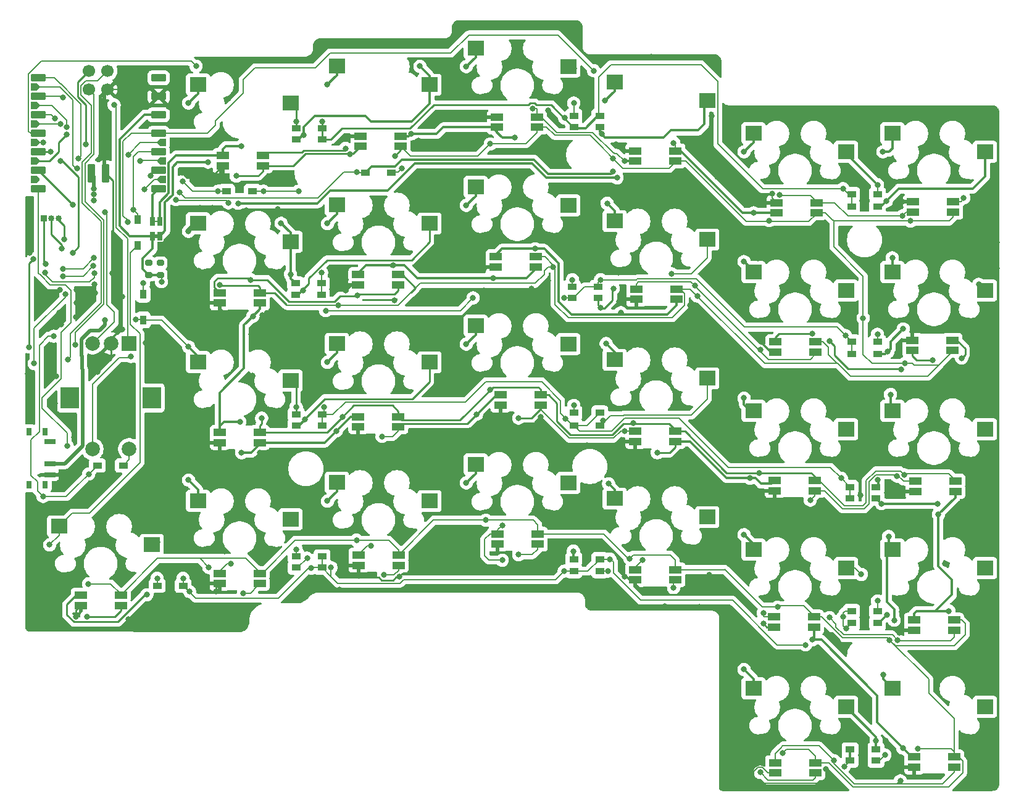
<source format=gtl>
G04 #@! TF.GenerationSoftware,KiCad,Pcbnew,9.0.4*
G04 #@! TF.CreationDate,2025-10-25T01:26:29+09:00*
G04 #@! TF.ProjectId,molak_right,6d6f6c61-6b5f-4726-9967-68742e6b6963,rev?*
G04 #@! TF.SameCoordinates,Original*
G04 #@! TF.FileFunction,Copper,L1,Top*
G04 #@! TF.FilePolarity,Positive*
%FSLAX46Y46*%
G04 Gerber Fmt 4.6, Leading zero omitted, Abs format (unit mm)*
G04 Created by KiCad (PCBNEW 9.0.4) date 2025-10-25 01:26:29*
%MOMM*%
%LPD*%
G01*
G04 APERTURE LIST*
G04 Aperture macros list*
%AMRoundRect*
0 Rectangle with rounded corners*
0 $1 Rounding radius*
0 $2 $3 $4 $5 $6 $7 $8 $9 X,Y pos of 4 corners*
0 Add a 4 corners polygon primitive as box body*
4,1,4,$2,$3,$4,$5,$6,$7,$8,$9,$2,$3,0*
0 Add four circle primitives for the rounded corners*
1,1,$1+$1,$2,$3*
1,1,$1+$1,$4,$5*
1,1,$1+$1,$6,$7*
1,1,$1+$1,$8,$9*
0 Add four rect primitives between the rounded corners*
20,1,$1+$1,$2,$3,$4,$5,0*
20,1,$1+$1,$4,$5,$6,$7,0*
20,1,$1+$1,$6,$7,$8,$9,0*
20,1,$1+$1,$8,$9,$2,$3,0*%
%AMFreePoly0*
4,1,15,-0.616000,0.142500,-0.283500,0.475000,0.521000,0.475000,0.557355,0.467769,0.588175,0.447175,0.608769,0.416355,0.616000,0.380000,0.616000,-0.380000,0.608769,-0.416355,0.588175,-0.447175,0.557355,-0.467769,0.521000,-0.475000,-0.283500,-0.475000,-0.616000,-0.142500,-0.616000,0.142500,-0.616000,0.142500,$1*%
G04 Aperture macros list end*
G04 #@! TA.AperFunction,ComponentPad*
%ADD10C,0.850000*%
G04 #@! TD*
G04 #@! TA.AperFunction,ComponentPad*
%ADD11R,0.850000X0.850000*%
G04 #@! TD*
G04 #@! TA.AperFunction,SMDPad,CuDef*
%ADD12R,0.400000X0.600000*%
G04 #@! TD*
G04 #@! TA.AperFunction,SMDPad,CuDef*
%ADD13R,0.635000X1.143000*%
G04 #@! TD*
G04 #@! TA.AperFunction,SMDPad,CuDef*
%ADD14R,0.381000X0.250000*%
G04 #@! TD*
G04 #@! TA.AperFunction,SMDPad,CuDef*
%ADD15R,1.700000X1.000000*%
G04 #@! TD*
G04 #@! TA.AperFunction,SMDPad,CuDef*
%ADD16RoundRect,0.200000X0.275000X-0.200000X0.275000X0.200000X-0.275000X0.200000X-0.275000X-0.200000X0*%
G04 #@! TD*
G04 #@! TA.AperFunction,SMDPad,CuDef*
%ADD17R,2.300000X2.000000*%
G04 #@! TD*
G04 #@! TA.AperFunction,SMDPad,CuDef*
%ADD18R,1.300000X0.950000*%
G04 #@! TD*
G04 #@! TA.AperFunction,SMDPad,CuDef*
%ADD19R,0.950000X1.300000*%
G04 #@! TD*
G04 #@! TA.AperFunction,SMDPad,CuDef*
%ADD20RoundRect,0.095000X0.921000X0.380000X-0.921000X0.380000X-0.921000X-0.380000X0.921000X-0.380000X0*%
G04 #@! TD*
G04 #@! TA.AperFunction,SMDPad,CuDef*
%ADD21RoundRect,0.095000X-0.921000X-0.380000X0.921000X-0.380000X0.921000X0.380000X-0.921000X0.380000X0*%
G04 #@! TD*
G04 #@! TA.AperFunction,SMDPad,CuDef*
%ADD22FreePoly0,180.000000*%
G04 #@! TD*
G04 #@! TA.AperFunction,SMDPad,CuDef*
%ADD23FreePoly0,0.000000*%
G04 #@! TD*
G04 #@! TA.AperFunction,SMDPad,CuDef*
%ADD24C,1.700000*%
G04 #@! TD*
G04 #@! TA.AperFunction,SMDPad,CuDef*
%ADD25RoundRect,0.110000X-0.440000X1.140000X-0.440000X-1.140000X0.440000X-1.140000X0.440000X1.140000X0*%
G04 #@! TD*
G04 #@! TA.AperFunction,SMDPad,CuDef*
%ADD26R,0.800000X1.000000*%
G04 #@! TD*
G04 #@! TA.AperFunction,SMDPad,CuDef*
%ADD27R,1.500000X0.700000*%
G04 #@! TD*
G04 #@! TA.AperFunction,ComponentPad*
%ADD28R,2.000000X2.000000*%
G04 #@! TD*
G04 #@! TA.AperFunction,ComponentPad*
%ADD29C,2.000000*%
G04 #@! TD*
G04 #@! TA.AperFunction,ComponentPad*
%ADD30R,2.500000X3.000000*%
G04 #@! TD*
G04 #@! TA.AperFunction,ViaPad*
%ADD31C,0.800000*%
G04 #@! TD*
G04 #@! TA.AperFunction,Conductor*
%ADD32C,0.200000*%
G04 #@! TD*
G04 #@! TA.AperFunction,Conductor*
%ADD33C,0.250000*%
G04 #@! TD*
G04 #@! TA.AperFunction,Conductor*
%ADD34C,0.350000*%
G04 #@! TD*
G04 #@! TA.AperFunction,Conductor*
%ADD35C,0.500000*%
G04 #@! TD*
G04 APERTURE END LIST*
D10*
X93125000Y-64575000D03*
X92125000Y-64575000D03*
D11*
X91125000Y-64575000D03*
D12*
X106500000Y-67000000D03*
D13*
X107000380Y-67000000D03*
X105999620Y-67000000D03*
D14*
X106499600Y-65000000D03*
D13*
X105999220Y-65000000D03*
X106999980Y-65000000D03*
D15*
X140060000Y-54700000D03*
X140060000Y-53300000D03*
X134560000Y-53300000D03*
X134560000Y-54700000D03*
X158794300Y-52065100D03*
X158794300Y-50665100D03*
X153294300Y-50665100D03*
X153294300Y-52065100D03*
X177750000Y-56700000D03*
X177750000Y-55300000D03*
X172250000Y-55300000D03*
X172250000Y-56700000D03*
X197113600Y-63812600D03*
X197113600Y-62412600D03*
X191613600Y-62412600D03*
X191613600Y-63812600D03*
X215750000Y-82700000D03*
X215750000Y-81300000D03*
X210250000Y-81300000D03*
X210250000Y-82700000D03*
X196949200Y-81506500D03*
X196949200Y-82906500D03*
X191449200Y-82906500D03*
X191449200Y-81506500D03*
X177860000Y-74300000D03*
X177860000Y-75700000D03*
X172360000Y-75700000D03*
X172360000Y-74300000D03*
X158603600Y-69844600D03*
X158603600Y-71244600D03*
X153103600Y-71244600D03*
X153103600Y-69844600D03*
X139750000Y-72300000D03*
X139750000Y-73700000D03*
X134250000Y-73700000D03*
X134250000Y-72300000D03*
X120750000Y-74800000D03*
X120750000Y-76200000D03*
X115250000Y-76200000D03*
X115250000Y-74800000D03*
X120755500Y-93958100D03*
X120755500Y-95358100D03*
X115255500Y-95358100D03*
X115255500Y-93958100D03*
X139750000Y-91800000D03*
X139750000Y-93200000D03*
X134250000Y-93200000D03*
X134250000Y-91800000D03*
X159250000Y-88800000D03*
X159250000Y-90200000D03*
X153750000Y-90200000D03*
X153750000Y-88800000D03*
X177750000Y-93800000D03*
X177750000Y-95200000D03*
X172250000Y-95200000D03*
X172250000Y-93800000D03*
X196863300Y-100554100D03*
X196863300Y-101954100D03*
X191363300Y-101954100D03*
X191363300Y-100554100D03*
X216138200Y-100652200D03*
X216138200Y-102052200D03*
X210638200Y-102052200D03*
X210638200Y-100652200D03*
X215960000Y-119717700D03*
X215960000Y-121117700D03*
X210460000Y-121117700D03*
X210460000Y-119717700D03*
X196750000Y-119300000D03*
X196750000Y-120700000D03*
X191250000Y-120700000D03*
X191250000Y-119300000D03*
X216000000Y-138500000D03*
X216000000Y-139900000D03*
X210500000Y-139900000D03*
X210500000Y-138500000D03*
X196910000Y-139300000D03*
X196910000Y-140700000D03*
X191410000Y-140700000D03*
X191410000Y-139300000D03*
X177750000Y-112800000D03*
X177750000Y-114200000D03*
X172250000Y-114200000D03*
X172250000Y-112800000D03*
X158867200Y-107907200D03*
X158867200Y-109307200D03*
X153367200Y-109307200D03*
X153367200Y-107907200D03*
X139760000Y-110800000D03*
X139760000Y-112200000D03*
X134260000Y-112200000D03*
X134260000Y-110800000D03*
X120710000Y-113300000D03*
X120710000Y-114700000D03*
X115210000Y-114700000D03*
X115210000Y-113300000D03*
X101660000Y-116300000D03*
X101660000Y-117700000D03*
X96160000Y-117700000D03*
X96160000Y-116300000D03*
D16*
X107103700Y-72350700D03*
X107103700Y-70700700D03*
X105500000Y-72325000D03*
X105500000Y-70675000D03*
D17*
X207510000Y-52899700D03*
X220210000Y-55439700D03*
X188460000Y-52899700D03*
X201160000Y-55439700D03*
X169410000Y-45899700D03*
X182110000Y-48439700D03*
X150360000Y-41199700D03*
X163060000Y-43739700D03*
X131310000Y-43699700D03*
X144010000Y-46239700D03*
X112260000Y-46199700D03*
X124960000Y-48739700D03*
X207510000Y-71949700D03*
X220210000Y-74489700D03*
X188460000Y-71949700D03*
X201160000Y-74489700D03*
X169410000Y-64949700D03*
X182110000Y-67489700D03*
X150360000Y-60249700D03*
X163060000Y-62789700D03*
X131310000Y-62749700D03*
X144010000Y-65289700D03*
X112260000Y-65249700D03*
X124960000Y-67789700D03*
X207510000Y-90999700D03*
X220210000Y-93539700D03*
X188460000Y-90999700D03*
X201160000Y-93539700D03*
X169410000Y-83999700D03*
X182110000Y-86539700D03*
X150360000Y-79299700D03*
X163060000Y-81839700D03*
X131310000Y-81799700D03*
X144010000Y-84339700D03*
X112260000Y-84299700D03*
X124960000Y-86839700D03*
X207510000Y-110050000D03*
X220210000Y-112590000D03*
X188460000Y-110050000D03*
X201160000Y-112590000D03*
X169410000Y-103050000D03*
X182110000Y-105590000D03*
X150360000Y-98350000D03*
X163060000Y-100890000D03*
X131310000Y-100850000D03*
X144010000Y-103390000D03*
X112260000Y-103350000D03*
X124960000Y-105890000D03*
X93210000Y-106850000D03*
X105910000Y-109390000D03*
X207510000Y-129100000D03*
X220210000Y-131640000D03*
X188460000Y-129100000D03*
X201160000Y-131640000D03*
D18*
X201910000Y-62994700D03*
X205460000Y-62994700D03*
X201910000Y-61250000D03*
X205460000Y-61250000D03*
X163810000Y-52000000D03*
X167360000Y-52000000D03*
X163810000Y-50500000D03*
X167360000Y-50500000D03*
X125725000Y-53750000D03*
X129275000Y-53750000D03*
X125725000Y-52250000D03*
X129275000Y-52250000D03*
X201910000Y-83202500D03*
X205460000Y-83202500D03*
X163610000Y-75500000D03*
X167160000Y-75500000D03*
X125640800Y-75092400D03*
X129190800Y-75092400D03*
X201725000Y-103000000D03*
X205275000Y-103000000D03*
X163810000Y-93000000D03*
X167360000Y-93000000D03*
X163810000Y-91250000D03*
X167360000Y-91250000D03*
X125725000Y-93000000D03*
X129275000Y-93000000D03*
X125725000Y-91500000D03*
X129275000Y-91500000D03*
X201910000Y-120145000D03*
X205460000Y-120145000D03*
X201910000Y-118495300D03*
X205460000Y-118495300D03*
X163810000Y-112995000D03*
X167360000Y-112995000D03*
X163810000Y-111351900D03*
X167360000Y-111351900D03*
X125725000Y-112500000D03*
X129275000Y-112500000D03*
X125725000Y-111000000D03*
X129275000Y-111000000D03*
X106660000Y-115000000D03*
X110210000Y-115000000D03*
X201725000Y-139000000D03*
X205275000Y-139000000D03*
X201725000Y-137500000D03*
X205275000Y-137500000D03*
X135250000Y-58344700D03*
X138800000Y-58344700D03*
X116185000Y-60844700D03*
X119735000Y-60844700D03*
D19*
X104750000Y-74975000D03*
X104750000Y-78525000D03*
X104000000Y-64725000D03*
X104000000Y-68275000D03*
D18*
X98450000Y-98500000D03*
X102000000Y-98500000D03*
D20*
X90344900Y-45273800D03*
X90344900Y-47813800D03*
X90344900Y-50353800D03*
X90344900Y-52893800D03*
X90344900Y-55433800D03*
X90344900Y-57973800D03*
X90344900Y-60513800D03*
D21*
X106854900Y-60513800D03*
X106854900Y-57973800D03*
X106854900Y-55433800D03*
X106854900Y-52893800D03*
X106854900Y-50353800D03*
X106854900Y-47813800D03*
X106854900Y-45273800D03*
D22*
X89944900Y-46543800D03*
X89944900Y-49083800D03*
X89944900Y-51623800D03*
X89944900Y-54163800D03*
X89944900Y-56703800D03*
X89944900Y-59243800D03*
D23*
X107254900Y-59243800D03*
X107254900Y-56703800D03*
X107254900Y-54163800D03*
D24*
X97329900Y-44321300D03*
X99869900Y-44321300D03*
X97329900Y-46861300D03*
X99869900Y-46861300D03*
D25*
X97605912Y-58411623D03*
X99605912Y-58411623D03*
D15*
X121150000Y-55950000D03*
X121150000Y-57350000D03*
X115650000Y-57350000D03*
X115650000Y-55950000D03*
D18*
X163610000Y-74000000D03*
X167160000Y-74000000D03*
D26*
X91280000Y-93850000D03*
X89070000Y-93850000D03*
X91280000Y-101150000D03*
X89070000Y-101150000D03*
D27*
X91930000Y-95250000D03*
X91930000Y-98250000D03*
X91930000Y-99750000D03*
D18*
X125625000Y-73500000D03*
X129175000Y-73500000D03*
D28*
X102810500Y-81742100D03*
D29*
X97810500Y-81742100D03*
X100310500Y-81742100D03*
D30*
X105910500Y-89242100D03*
X94710500Y-89242100D03*
D29*
X102810500Y-96242100D03*
X97810500Y-96242100D03*
D18*
X201725000Y-101479409D03*
X205275000Y-101479409D03*
X201910000Y-81500000D03*
X205460000Y-81500000D03*
D15*
X215860000Y-63700000D03*
X215860000Y-62300000D03*
X210360000Y-62300000D03*
X210360000Y-63700000D03*
D31*
X98000000Y-62125000D03*
X97975000Y-61300000D03*
X93901176Y-67491228D03*
X93569729Y-68745642D03*
X91349999Y-70816260D03*
X93400000Y-56700000D03*
X95824999Y-56370456D03*
X92075000Y-55400000D03*
X95124000Y-62700000D03*
X91025000Y-54125000D03*
X89645900Y-70168380D03*
X89100000Y-82225000D03*
X220210000Y-55439700D03*
X206695300Y-62195300D03*
X129275000Y-51275000D03*
X112000000Y-43688700D03*
X200750000Y-60500000D03*
X162559998Y-50800000D03*
X201160000Y-55439700D03*
X205460000Y-59960000D03*
X162501000Y-75451992D03*
X167475000Y-73000000D03*
X150000000Y-75500000D03*
X201080000Y-80670000D03*
X129225153Y-72050153D03*
X129775583Y-77250000D03*
X162661706Y-92059222D03*
X116439949Y-62449999D03*
X109216124Y-61997553D03*
X94250000Y-53050000D03*
X129524153Y-90499153D03*
X200497795Y-100252205D03*
X167611001Y-52995315D03*
X182110000Y-48439700D03*
X201147475Y-120907525D03*
X162500000Y-113000000D03*
X200750000Y-119250000D03*
X195598008Y-123124515D03*
X94300000Y-95800000D03*
X127800000Y-112600000D03*
X168750000Y-111351900D03*
X110210000Y-114000000D03*
X130500000Y-112500000D03*
X111105000Y-115800000D03*
X163810000Y-48750000D03*
X163810000Y-44000000D03*
X142710000Y-43699700D03*
X126799265Y-53149265D03*
X124960000Y-48739700D03*
X125725000Y-51250000D03*
X206875000Y-82875000D03*
X209000000Y-79750000D03*
X219356372Y-73636071D03*
X201160000Y-74489700D03*
X205460000Y-80500000D03*
X167475000Y-76850000D03*
X177250000Y-72188000D03*
X169225000Y-74225000D03*
X182110000Y-67489700D03*
X163060000Y-62789700D03*
X163610000Y-73000000D03*
X126640719Y-74450659D03*
X144010000Y-65289700D03*
X124960000Y-72250000D03*
X123660000Y-65249700D03*
X213750000Y-103750000D03*
X206025000Y-103750000D03*
X220210000Y-93539700D03*
X201160000Y-93539700D03*
X205539930Y-100477430D03*
X167804000Y-92325002D03*
X182110000Y-86539700D03*
X163060000Y-81839700D03*
X163810000Y-90250000D03*
X203800000Y-70800000D03*
X166000000Y-106900000D03*
X172200000Y-71100000D03*
X142600000Y-58400000D03*
X101900000Y-79800000D03*
X127500000Y-115800000D03*
X216800000Y-117000000D03*
X219500000Y-69900000D03*
X119700000Y-82200000D03*
X98500000Y-85651000D03*
X206200000Y-87400000D03*
X165000000Y-105200000D03*
X141900000Y-94300000D03*
X167300000Y-103600000D03*
X218000000Y-100750000D03*
X114000000Y-72000000D03*
X99100000Y-89900000D03*
X163300000Y-38200000D03*
X156100000Y-62000000D03*
X152900000Y-47400000D03*
X112800000Y-54800000D03*
X112500000Y-63100000D03*
X105500000Y-85900000D03*
X124500000Y-96800000D03*
X171300000Y-109700000D03*
X102300000Y-50900000D03*
X181000000Y-53800000D03*
X171800000Y-90500000D03*
X137300000Y-40600000D03*
X167400000Y-95800000D03*
X170799998Y-113750000D03*
X179200000Y-97100000D03*
X179750000Y-76500000D03*
X191500000Y-85700000D03*
X128700000Y-114000000D03*
X128400000Y-77700000D03*
X189500000Y-139100000D03*
X108300000Y-74500000D03*
X206300000Y-66200000D03*
X198500000Y-121500000D03*
X194100000Y-93100000D03*
X95250000Y-94650000D03*
X210200000Y-59300000D03*
X165600000Y-95700000D03*
X211700000Y-66900000D03*
X115250000Y-58750000D03*
X167200000Y-89300000D03*
X160000000Y-76800000D03*
X212600000Y-49700000D03*
X214700000Y-112000000D03*
X159600000Y-86000000D03*
X221800000Y-71400000D03*
X210000000Y-78700000D03*
X185900000Y-109800000D03*
X203700000Y-131200000D03*
X120750000Y-96750000D03*
X119600000Y-80500000D03*
X132000000Y-78600000D03*
X100000000Y-100000000D03*
X197300000Y-97500000D03*
X184700000Y-49700000D03*
X152000000Y-91400000D03*
X175100000Y-85500000D03*
X205350000Y-57750000D03*
X145000000Y-50500000D03*
X184400000Y-105600000D03*
X160600000Y-67400000D03*
X190900000Y-78400000D03*
X166900000Y-118000000D03*
X145300000Y-54900000D03*
X219000000Y-61600000D03*
X101400000Y-86700000D03*
X182700000Y-50500000D03*
X189100000Y-70100000D03*
X116400000Y-48150000D03*
X218300000Y-85100000D03*
X216200000Y-59100000D03*
X113800000Y-110100000D03*
X139900000Y-87000000D03*
X170400000Y-95300000D03*
X206600000Y-136300000D03*
X208600000Y-106400000D03*
X108200000Y-105500000D03*
X109400000Y-63600000D03*
X147700000Y-54900000D03*
X132300000Y-112400000D03*
X208800000Y-118600000D03*
X158900000Y-47600000D03*
X165700000Y-50000000D03*
X108500000Y-71000000D03*
X183500000Y-58900000D03*
X178200000Y-70700000D03*
X199300000Y-88900000D03*
X191100000Y-116200000D03*
X188900000Y-106900000D03*
X221600000Y-140000000D03*
X147300000Y-53400000D03*
X179400000Y-54100000D03*
X202900000Y-87500000D03*
X189500000Y-81500000D03*
X150600000Y-53400000D03*
X127100000Y-42800000D03*
X162500000Y-109100000D03*
X118100000Y-60650000D03*
X164600000Y-65200000D03*
X144700000Y-107900000D03*
X127800000Y-67700000D03*
X185575000Y-82325000D03*
X114892733Y-96941349D03*
X127200000Y-109800000D03*
X202200000Y-117000000D03*
X218250000Y-64300000D03*
X131700000Y-72600000D03*
X162200000Y-48400000D03*
X153750000Y-92000000D03*
X95575000Y-76175000D03*
X193900000Y-49700000D03*
X204400000Y-110000000D03*
X93200000Y-77500000D03*
X185700000Y-101800000D03*
X217000000Y-135600000D03*
X150200000Y-110400000D03*
X123500000Y-73000000D03*
X142500000Y-53900000D03*
X91900000Y-111700000D03*
X179100000Y-111600000D03*
X220600000Y-50000000D03*
X112200000Y-113800000D03*
X105700000Y-98100000D03*
X125800000Y-103700000D03*
X135700000Y-95800000D03*
X92600000Y-90000000D03*
X103800000Y-48600000D03*
X169700000Y-97900000D03*
X217750000Y-80750000D03*
X129100000Y-40600000D03*
X91700000Y-118400000D03*
X217800000Y-118600000D03*
X99400000Y-108700000D03*
X181000000Y-92500000D03*
X191000000Y-136600000D03*
X123212834Y-63275000D03*
X145100000Y-67500000D03*
X202500000Y-140700000D03*
X185100000Y-75200000D03*
X188700000Y-121900000D03*
X174900000Y-104200000D03*
X208200000Y-140200000D03*
X209000000Y-102250000D03*
X205500000Y-77000000D03*
X147800000Y-64800000D03*
X93500000Y-99500000D03*
X203685000Y-63150000D03*
X195900000Y-85700000D03*
X155600000Y-76700000D03*
X153000000Y-104700000D03*
X126400000Y-77700000D03*
X188800000Y-61800000D03*
X216400000Y-78400000D03*
X162400000Y-106600000D03*
X184800000Y-138800000D03*
X121000000Y-110800000D03*
X157400000Y-58300000D03*
X89100000Y-115600000D03*
X221200000Y-115000000D03*
X201700000Y-114800000D03*
X186000000Y-87100000D03*
X134300000Y-88200000D03*
X189793975Y-120206025D03*
X96900000Y-102500000D03*
X197400000Y-59400000D03*
X163800000Y-60500000D03*
X160500000Y-56800000D03*
X136900000Y-102300000D03*
X202550000Y-99500000D03*
X121200000Y-69900000D03*
X161250000Y-51050000D03*
X188275000Y-85025000D03*
X109300000Y-98000000D03*
X160300000Y-73100000D03*
X178400000Y-109300000D03*
X88900000Y-85900000D03*
X110600000Y-120700000D03*
X182100000Y-57100000D03*
X124050000Y-78900000D03*
X112200000Y-75700000D03*
X147700000Y-88700000D03*
X194000000Y-130800000D03*
X108200000Y-77300000D03*
X105900000Y-92100000D03*
X89400000Y-120700000D03*
X165200000Y-101600000D03*
X188900000Y-103300000D03*
X123000000Y-115500000D03*
X89100000Y-112300000D03*
X203550000Y-96800000D03*
X203100000Y-102600000D03*
X134100000Y-69000000D03*
X141500000Y-115500000D03*
X185800000Y-96400000D03*
X200500000Y-142800000D03*
X158200000Y-115500000D03*
X95500000Y-113600000D03*
X99000000Y-93700000D03*
X150300000Y-112995000D03*
X114200000Y-63100000D03*
X166900000Y-83800000D03*
X154200000Y-55300000D03*
X195500000Y-88800000D03*
X182225000Y-78975000D03*
X165200000Y-47850000D03*
X204600000Y-105700000D03*
X215400000Y-106500000D03*
X183100000Y-43000000D03*
X191006160Y-61201755D03*
X180950000Y-115250000D03*
X115487872Y-52405326D03*
X129900000Y-106900000D03*
X140200000Y-69000000D03*
X140600000Y-88200000D03*
X198000000Y-65500000D03*
X170700000Y-81900000D03*
X129100000Y-80400000D03*
X147800000Y-107300000D03*
X124600000Y-117000000D03*
X210600000Y-116900000D03*
X144000000Y-88700000D03*
X109300000Y-51800000D03*
X116800000Y-100100000D03*
X139500000Y-88200000D03*
X147900000Y-71600000D03*
X147700000Y-46200000D03*
X185400000Y-65000000D03*
X100500000Y-72100000D03*
X203685000Y-60500000D03*
X199100000Y-125900000D03*
X208500000Y-121500000D03*
X221200000Y-123600000D03*
X140600000Y-78750000D03*
X205100000Y-141100000D03*
X194000000Y-54700000D03*
X177900000Y-79400000D03*
X219300000Y-135600000D03*
X169500000Y-79400000D03*
X221300000Y-142500000D03*
X184300000Y-124500000D03*
X167300000Y-101300000D03*
X109900000Y-79200000D03*
X92200000Y-114800000D03*
X147700000Y-98500000D03*
X112400000Y-71800000D03*
X93700000Y-116600000D03*
X198400000Y-104000000D03*
X212500000Y-108800000D03*
X184250000Y-119750000D03*
X200000000Y-137700000D03*
X143600000Y-71400000D03*
X118400000Y-119000000D03*
X131700000Y-115500000D03*
X95512653Y-119237347D03*
X162400000Y-57100000D03*
X185400000Y-115800000D03*
X115955683Y-110287011D03*
X166800000Y-79400000D03*
X169600000Y-54450000D03*
X183900000Y-56500000D03*
X157800000Y-113000000D03*
X221400000Y-82600000D03*
X121063414Y-77832603D03*
X208909998Y-62300000D03*
X112300000Y-78200000D03*
X114750000Y-115800002D03*
X118300000Y-105200000D03*
X149500000Y-104900000D03*
X164200000Y-79400000D03*
X142500000Y-110400000D03*
X197200000Y-78300000D03*
X210100000Y-97600000D03*
X127100000Y-105300000D03*
X218700000Y-108000000D03*
X221300000Y-110400000D03*
X188900000Y-66800000D03*
X103000000Y-89900000D03*
X102674305Y-119601001D03*
X111000000Y-108300000D03*
X191000000Y-97700000D03*
X109900000Y-71700000D03*
X150800000Y-107400000D03*
X213000000Y-73900000D03*
X93501000Y-79142525D03*
X162200000Y-54300000D03*
X221300000Y-129400000D03*
X217200000Y-137200000D03*
X221200000Y-101600000D03*
X98100000Y-74800000D03*
X166100000Y-115700000D03*
X213600000Y-87000000D03*
X211000000Y-124400000D03*
X102100000Y-113500000D03*
X213000000Y-92900000D03*
X199300000Y-85900000D03*
X117450000Y-46950000D03*
X213200000Y-54800000D03*
X114200000Y-42800000D03*
X116200000Y-81800000D03*
X147300000Y-76000000D03*
X118900000Y-63500000D03*
X147400000Y-78700000D03*
X140600000Y-107400000D03*
X95575000Y-74425000D03*
X194100000Y-66500000D03*
X182100000Y-72300000D03*
X178300000Y-90200000D03*
X139200299Y-75849000D03*
X218900000Y-120900000D03*
X112500000Y-81500000D03*
X132500000Y-74500000D03*
X146200000Y-43400000D03*
X167000000Y-65100000D03*
X199800000Y-117900000D03*
X102500000Y-102300000D03*
X185900000Y-58600000D03*
X132500000Y-109900000D03*
X168000000Y-109500000D03*
X151400000Y-76800000D03*
X216700000Y-142700000D03*
X203950000Y-55350000D03*
X202100000Y-91200000D03*
X94400000Y-120800000D03*
X151500000Y-71500000D03*
X185600000Y-68800000D03*
X202000000Y-72500000D03*
X156300000Y-38200000D03*
X194000000Y-73800000D03*
X155900000Y-43300000D03*
X109800000Y-84200000D03*
X114500000Y-79500000D03*
X221000000Y-89300000D03*
X160250000Y-49750000D03*
X111500000Y-117900000D03*
X113000000Y-73500000D03*
X188888343Y-142111657D03*
X92800000Y-86275000D03*
X146400000Y-104700000D03*
X93319375Y-74400000D03*
X124700000Y-107900000D03*
X221400000Y-95700000D03*
X181000000Y-117950000D03*
X176300000Y-117800000D03*
X174400000Y-42400000D03*
X143600000Y-69900000D03*
X221500000Y-63800000D03*
X128400000Y-88400000D03*
X183400000Y-88800000D03*
X140300000Y-60700000D03*
X128900000Y-96600000D03*
X147700000Y-68350000D03*
X215100000Y-66800000D03*
X89075000Y-62200000D03*
X217700000Y-123400000D03*
X160900000Y-109200000D03*
X109800000Y-44200000D03*
X125700000Y-65500000D03*
X169700000Y-115700000D03*
X150400000Y-54700000D03*
X208700000Y-66300000D03*
X179900000Y-59500000D03*
X201400000Y-133800000D03*
X105400000Y-117800000D03*
X162700000Y-45800000D03*
X150300000Y-93200000D03*
X174800000Y-79600000D03*
X203700000Y-120500000D03*
X116400000Y-53500000D03*
X221300000Y-53200000D03*
X165500000Y-91600000D03*
X130900000Y-109800000D03*
X221752292Y-77855646D03*
X217700000Y-104900000D03*
X165000000Y-109100000D03*
X121200000Y-42800000D03*
X196800000Y-117200000D03*
X134100000Y-106900000D03*
X202150000Y-53200000D03*
X182400000Y-113500000D03*
X188500000Y-118200000D03*
X123700000Y-112125000D03*
X98093099Y-73611887D03*
X165600000Y-72000000D03*
X96450000Y-98050000D03*
X147700000Y-94400000D03*
X156100000Y-99900000D03*
X221300000Y-133800000D03*
X170200000Y-100800000D03*
X137000000Y-83500000D03*
X149200000Y-38200000D03*
X216500000Y-97600000D03*
X109700000Y-88800000D03*
X204600000Y-49700000D03*
X115900000Y-117900000D03*
X161600000Y-111700000D03*
X200900000Y-66200000D03*
X137000000Y-64600000D03*
X151500000Y-74500000D03*
X147700000Y-50400000D03*
X221300000Y-57900000D03*
X211850000Y-105300000D03*
X148000000Y-74800000D03*
X150300000Y-86800000D03*
X144900000Y-61700000D03*
X198400000Y-69000000D03*
X170000000Y-76000000D03*
X169900000Y-72000000D03*
X182200000Y-109700000D03*
X147800000Y-60700000D03*
X218300000Y-139500000D03*
X166700000Y-42800000D03*
X123600000Y-101400000D03*
X167100000Y-60500000D03*
X150400000Y-115500000D03*
X202150000Y-95550000D03*
X155600000Y-81200000D03*
X108250000Y-49250000D03*
X102100000Y-44300000D03*
X142400000Y-75900000D03*
X93300000Y-101400000D03*
X161700000Y-95000000D03*
X203600000Y-135900000D03*
X127100000Y-82150000D03*
X107200000Y-69100000D03*
X202050000Y-77550000D03*
X175100000Y-66600000D03*
X204000000Y-93300000D03*
X166100000Y-46200000D03*
X165400000Y-111600000D03*
X165100000Y-89200000D03*
X197300000Y-135800000D03*
X89200000Y-105000000D03*
X116900000Y-120700000D03*
X144000000Y-51700000D03*
X221500000Y-136600000D03*
X89150000Y-69300000D03*
X145400000Y-40600000D03*
X92500000Y-104300000D03*
X104400000Y-104200000D03*
X127200000Y-89900000D03*
X105100000Y-81700000D03*
X209500000Y-87400000D03*
X150900000Y-50400000D03*
X132600000Y-94300000D03*
X184250000Y-130650000D03*
X203600000Y-139400000D03*
X203600000Y-137700000D03*
X139904975Y-113744975D03*
X132000000Y-53750000D03*
X213200000Y-126700000D03*
X159200000Y-104700000D03*
X105200000Y-51800000D03*
X198300000Y-118000000D03*
X164800000Y-85500000D03*
X131500000Y-95700000D03*
X101900000Y-75300000D03*
X109450000Y-103650000D03*
X117500000Y-78750000D03*
X126900000Y-71600000D03*
X202400000Y-80000000D03*
X183950000Y-114600000D03*
X171400000Y-60100000D03*
X159600000Y-54200000D03*
X219550000Y-66800000D03*
X200250000Y-123000000D03*
X94500000Y-92150000D03*
X102900000Y-93500000D03*
X186900000Y-136500000D03*
X119650000Y-67250000D03*
X158000000Y-74226000D03*
X119700000Y-86200000D03*
X110048008Y-58298008D03*
X147500000Y-58200000D03*
X189400000Y-88900000D03*
X104800000Y-120600000D03*
X194200000Y-111800000D03*
X191200000Y-59100000D03*
X221800000Y-67900000D03*
X101900000Y-48000000D03*
X95525000Y-78125000D03*
X214700000Y-124300000D03*
X219900000Y-133800000D03*
X187300000Y-133900000D03*
X142500000Y-112970000D03*
X89200000Y-92400000D03*
X159232951Y-91792355D03*
X112250000Y-59000000D03*
X108100000Y-82900000D03*
X203900000Y-116200000D03*
X109900000Y-75600000D03*
X150300000Y-95900000D03*
X170900000Y-117900000D03*
X198360000Y-140212050D03*
X182900000Y-62500000D03*
X144400000Y-74700000D03*
X123200000Y-59200000D03*
X128400000Y-87000000D03*
X218700000Y-127000000D03*
X109100000Y-54700000D03*
X152300000Y-67700000D03*
X89800000Y-84500000D03*
X107250000Y-73250000D03*
X94100000Y-75025000D03*
X98002041Y-70002041D03*
X102675999Y-55834051D03*
X93750000Y-71500000D03*
X93739925Y-72499974D03*
X97863528Y-71130504D03*
X104356462Y-56663513D03*
X144010000Y-84339700D03*
X126949919Y-92146669D03*
X125725000Y-90500000D03*
X124960000Y-86839700D03*
X206791150Y-119041150D03*
X220210000Y-112590000D03*
X205460000Y-117100000D03*
X203255000Y-113445000D03*
X168500000Y-112995000D03*
X182110000Y-105590000D03*
X163060000Y-100890000D03*
X163750000Y-110250000D03*
X144010000Y-103390000D03*
X127226000Y-111226000D03*
X124960000Y-105890000D03*
X125725000Y-110000000D03*
X106660000Y-114000000D03*
X106660000Y-109000000D03*
X220210000Y-131640000D03*
X206492268Y-138242268D03*
X201160000Y-131640000D03*
X205275000Y-136250000D03*
X207500000Y-70000000D03*
X206210000Y-55439700D03*
X109750000Y-61000000D03*
X94279986Y-52050449D03*
X207250000Y-88750000D03*
X206261000Y-127250000D03*
X207750000Y-119750000D03*
X169195298Y-58167947D03*
X207000000Y-108250000D03*
X134000000Y-58250000D03*
X187160000Y-89250000D03*
X110185000Y-59500000D03*
X115000000Y-60844700D03*
X93375000Y-51625000D03*
X187160000Y-70500000D03*
X187160000Y-108000000D03*
X187160000Y-55439700D03*
X117750000Y-62500000D03*
X169750000Y-59000000D03*
X187160000Y-126500000D03*
X168110000Y-48439700D03*
X168386000Y-62500000D03*
X166550000Y-44313050D03*
X102602488Y-65092439D03*
X168250000Y-81750000D03*
X103075000Y-83550000D03*
X104776000Y-73500000D03*
X168579000Y-101000000D03*
X149060000Y-43739700D03*
X149060000Y-81839700D03*
X149060000Y-100890000D03*
X149060000Y-62789700D03*
X140228933Y-57718311D03*
X130010000Y-65289700D03*
X130010000Y-46239700D03*
X130010000Y-103390000D03*
X126044700Y-60844700D03*
X130010000Y-84339700D03*
X121250000Y-60844700D03*
X110960000Y-100500000D03*
X103701000Y-78479718D03*
X110960000Y-66350000D03*
X110960000Y-48739700D03*
X110960000Y-82210000D03*
X91910000Y-109390000D03*
X151750000Y-106000000D03*
X132500000Y-54975000D03*
X115250000Y-73699998D03*
X191750000Y-117950000D03*
X113750000Y-112500000D03*
X209179400Y-99800000D03*
X189226000Y-99518100D03*
X172000000Y-92700000D03*
X207137589Y-122449000D03*
X190573538Y-64881703D03*
X209250000Y-84500000D03*
X171500000Y-111271000D03*
X169160999Y-56336078D03*
X131476306Y-76549000D03*
X211024027Y-137399998D03*
X180750000Y-75250000D03*
X97250000Y-114750000D03*
X132102812Y-91801171D03*
X210000000Y-64951000D03*
X121000000Y-92000000D03*
X134000000Y-108750000D03*
X160975000Y-71220500D03*
X192500000Y-137990000D03*
X152350000Y-54350000D03*
X203500000Y-78250000D03*
X139250000Y-56000000D03*
X152330789Y-88110263D03*
X113611618Y-56861618D03*
X118250000Y-54640000D03*
X133067204Y-55798580D03*
X117500000Y-58750000D03*
X155750000Y-53500000D03*
X141510002Y-52975000D03*
X170750000Y-56700000D03*
X158154028Y-49474999D03*
X177500000Y-54199998D03*
X188500000Y-63812600D03*
X192000000Y-61312598D03*
X208856813Y-64251000D03*
X208856813Y-64251000D03*
X213000000Y-84010000D03*
X217306870Y-61738783D03*
X196500000Y-80406498D03*
X198930210Y-81447560D03*
X208691137Y-85329263D03*
X217000000Y-83750000D03*
X180420350Y-73829650D03*
X189394143Y-82604443D03*
X92475000Y-80749998D03*
X95653912Y-57675000D03*
X97275000Y-99675000D03*
X200891025Y-139833975D03*
X91000000Y-102750000D03*
X158500000Y-68744598D03*
X170250000Y-77526000D03*
X139000000Y-71020700D03*
X152750000Y-72750000D03*
X134120000Y-75130000D03*
X119500000Y-73000000D03*
X119775000Y-78025000D03*
X118000000Y-92500000D03*
X131250000Y-93750000D03*
X118250000Y-96750000D03*
X150474000Y-91474000D03*
X137500000Y-94510000D03*
X156250000Y-92000000D03*
X170750000Y-93750000D03*
X175250000Y-96750000D03*
X188000000Y-100243100D03*
X196250000Y-103250000D03*
X208158285Y-99950000D03*
X215261427Y-118482492D03*
X213824000Y-105216400D03*
X189799998Y-118750000D03*
X208250000Y-122500000D03*
X198869975Y-119380025D03*
X208950000Y-137300000D03*
X196500000Y-122424515D03*
X208599500Y-141800500D03*
X199515500Y-139025550D03*
X173250000Y-111490000D03*
X189379000Y-140621000D03*
X177500000Y-115300002D03*
X154029633Y-106698165D03*
X154000000Y-111500000D03*
X156250000Y-110750000D03*
X136000000Y-109490000D03*
X116750000Y-111990000D03*
X137750000Y-113510000D03*
X105250000Y-116250000D03*
X118500000Y-116010000D03*
X95468052Y-81968052D03*
X97000000Y-119250000D03*
X103400000Y-63400000D03*
X98000000Y-60500000D03*
X99500000Y-78500000D03*
X96898372Y-54450000D03*
X105745886Y-58764164D03*
X94426054Y-84000000D03*
X98018585Y-72118412D03*
X104950000Y-60550000D03*
X91250000Y-72000000D03*
X100750000Y-49000000D03*
X93750000Y-48000000D03*
X99500000Y-63750000D03*
X92649293Y-50849293D03*
X95060933Y-69300002D03*
D32*
X98000000Y-47531400D02*
X97329900Y-46861300D01*
X98000000Y-55750000D02*
X98000000Y-47531400D01*
X96754912Y-56995088D02*
X98000000Y-55750000D01*
X99349000Y-76353214D02*
X99349000Y-64849000D01*
X95468052Y-80234162D02*
X99349000Y-76353214D01*
X99349000Y-64849000D02*
X96754912Y-62254912D01*
X95468052Y-81968052D02*
X95468052Y-80234162D01*
X96754912Y-62254912D02*
X96754912Y-56995088D01*
D33*
X95750000Y-45901200D02*
X97329900Y-44321300D01*
X95750000Y-47650000D02*
X95750000Y-45901200D01*
X95752900Y-47855354D02*
X95752900Y-47652900D01*
X96898000Y-49000454D02*
X95752900Y-47855354D01*
X96898000Y-54449628D02*
X96898000Y-49000454D01*
X95752900Y-47652900D02*
X95750000Y-47650000D01*
X96898372Y-54450000D02*
X96898000Y-54449628D01*
X100310500Y-83850850D02*
X100310500Y-81742100D01*
X98500000Y-85651000D02*
X98510350Y-85651000D01*
X98510350Y-85651000D02*
X100310500Y-83850850D01*
D32*
X89983700Y-54125000D02*
X89944900Y-54163800D01*
X91025000Y-54125000D02*
X89983700Y-54125000D01*
X98480900Y-45710300D02*
X99869900Y-44321300D01*
X96853140Y-45710300D02*
X98480900Y-45710300D01*
X96178900Y-46384540D02*
X96853140Y-45710300D01*
X96178900Y-47678900D02*
X96178900Y-46384540D01*
X97599000Y-49099000D02*
X96178900Y-47678900D01*
X96353912Y-56828988D02*
X97599000Y-55583900D01*
X96353912Y-62421012D02*
X96353912Y-56828988D01*
X98948000Y-65015100D02*
X96353912Y-62421012D01*
X94767052Y-80368062D02*
X98948000Y-76187114D01*
X94767052Y-83659002D02*
X94767052Y-80368062D01*
X94426054Y-84000000D02*
X94767052Y-83659002D01*
X98948000Y-76187114D02*
X98948000Y-65015100D01*
X97599000Y-55583900D02*
X97599000Y-49099000D01*
X92573800Y-45273800D02*
X90344900Y-45273800D01*
X93442800Y-46142800D02*
X92573800Y-45273800D01*
X93451264Y-46142800D02*
X93442800Y-46142800D01*
X95381986Y-48073522D02*
X93451264Y-46142800D01*
X96200000Y-54365837D02*
X96200000Y-48904908D01*
X96198000Y-54367837D02*
X96200000Y-54365837D01*
X96200000Y-54950565D02*
X96198000Y-54948565D01*
X96200000Y-55995455D02*
X96200000Y-54950565D01*
X96200000Y-48904908D02*
X95381986Y-48086894D01*
X96198000Y-54948565D02*
X96198000Y-54367837D01*
X95381986Y-48086894D02*
X95381986Y-48073522D01*
X95824999Y-56370456D02*
X96200000Y-55995455D01*
D33*
X93175000Y-54125000D02*
X94250000Y-53050000D01*
X91896200Y-56703800D02*
X93175000Y-55425000D01*
X93175000Y-55425000D02*
X93175000Y-54125000D01*
X89944900Y-56703800D02*
X91896200Y-56703800D01*
X95875000Y-68485935D02*
X95060933Y-69300002D01*
X95875000Y-58922808D02*
X95875000Y-68485935D01*
X93400000Y-56700000D02*
X93625000Y-56700000D01*
X93625000Y-56700000D02*
X94900720Y-57975720D01*
X94900720Y-57975720D02*
X94927912Y-57975720D01*
X94927912Y-57975720D02*
X95875000Y-58922808D01*
X89100000Y-70713850D02*
X89100000Y-82225000D01*
X89645900Y-70168380D02*
X89645470Y-70168380D01*
X89645470Y-70168380D02*
X89100000Y-70713850D01*
D32*
X90345900Y-60514800D02*
X90344900Y-60513800D01*
X90345900Y-72087264D02*
X90345900Y-60514800D01*
X90650000Y-72391364D02*
X90345900Y-72087264D01*
X90650000Y-72400000D02*
X90650000Y-72391364D01*
X91950000Y-73700000D02*
X90650000Y-72400000D01*
X94050000Y-73700000D02*
X91950000Y-73700000D01*
X93500000Y-80200000D02*
X94800000Y-78900000D01*
X90901000Y-89199000D02*
X93500000Y-86600000D01*
X90901000Y-90651000D02*
X90901000Y-89199000D01*
X94800000Y-74450000D02*
X94050000Y-73700000D01*
X94300000Y-94050000D02*
X90901000Y-90651000D01*
X94800000Y-78900000D02*
X94800000Y-74450000D01*
X94300000Y-95800000D02*
X94300000Y-94050000D01*
X93500000Y-86600000D02*
X93500000Y-80200000D01*
D33*
X91125000Y-70591261D02*
X91125000Y-64800000D01*
X91349999Y-70816260D02*
X91125000Y-70591261D01*
X92125000Y-64800000D02*
X92125000Y-66740357D01*
X93927045Y-65602045D02*
X93125000Y-64800000D01*
X93927045Y-67465359D02*
X93927045Y-65602045D01*
X93901176Y-67491228D02*
X93927045Y-67465359D01*
X93569729Y-68185086D02*
X92125000Y-66740357D01*
X93569729Y-68745642D02*
X93569729Y-68185086D01*
X94577900Y-62202900D02*
X94574000Y-62202900D01*
X95075000Y-62700000D02*
X94577900Y-62202900D01*
X95124000Y-62700000D02*
X95075000Y-62700000D01*
X94574000Y-62202900D02*
X90344900Y-57973800D01*
X91766200Y-55433800D02*
X90344900Y-55433800D01*
X91800000Y-55400000D02*
X91766200Y-55433800D01*
X92075000Y-55400000D02*
X91800000Y-55400000D01*
D32*
X94980986Y-48239622D02*
X93285164Y-46543800D01*
X93285164Y-46543800D02*
X89944900Y-46543800D01*
X94980986Y-48252994D02*
X94980986Y-48239622D01*
X95125000Y-48397008D02*
X94980986Y-48252994D01*
X95550000Y-57675000D02*
X95125000Y-57250000D01*
X95653912Y-57675000D02*
X95550000Y-57675000D01*
X95125000Y-57250000D02*
X95125000Y-48397008D01*
X95021000Y-105039000D02*
X93210000Y-106850000D01*
X97386000Y-105039000D02*
X95021000Y-105039000D01*
X104300000Y-98125000D02*
X97386000Y-105039000D01*
X104300000Y-80400000D02*
X104300000Y-98125000D01*
X103001000Y-69274000D02*
X103001000Y-79101000D01*
X103001000Y-79101000D02*
X104300000Y-80400000D01*
X104000000Y-68275000D02*
X103001000Y-69274000D01*
X100268236Y-114768236D02*
X101660000Y-116160000D01*
X101660000Y-116160000D02*
X101660000Y-116300000D01*
X97250000Y-114750000D02*
X97268236Y-114768236D01*
X97268236Y-114768236D02*
X100268236Y-114768236D01*
X139760000Y-110100000D02*
X139760000Y-110800000D01*
X125600000Y-108750000D02*
X138410000Y-108750000D01*
X138410000Y-108750000D02*
X139760000Y-110100000D01*
X121050000Y-113300000D02*
X125600000Y-108750000D01*
X120710000Y-113300000D02*
X121050000Y-113300000D01*
X106710000Y-111250000D02*
X118825000Y-111250000D01*
X120710000Y-113135000D02*
X120710000Y-113300000D01*
X101660000Y-116300000D02*
X106710000Y-111250000D01*
X118825000Y-111250000D02*
X120710000Y-113135000D01*
D34*
X215686000Y-116195593D02*
X213399101Y-118482492D01*
X213824000Y-112282407D02*
X215686000Y-114144407D01*
X215686000Y-114144407D02*
X215686000Y-116195593D01*
X213399101Y-118482492D02*
X210845208Y-118482492D01*
X213824000Y-105216400D02*
X213824000Y-112282407D01*
D32*
X198995591Y-98750000D02*
X200497795Y-100252205D01*
X178246700Y-91996700D02*
X185000000Y-98750000D01*
X173912800Y-92000000D02*
X173916100Y-91996700D01*
X173916100Y-91996700D02*
X178246700Y-91996700D01*
X170795092Y-92000000D02*
X173912800Y-92000000D01*
X169019092Y-93776000D02*
X170795092Y-92000000D01*
X185000000Y-98750000D02*
X198995591Y-98750000D01*
X164586000Y-93776000D02*
X169019092Y-93776000D01*
X163810000Y-93000000D02*
X164586000Y-93776000D01*
X89800000Y-79675000D02*
X89800000Y-84500000D01*
X94100000Y-75375000D02*
X89800000Y-79675000D01*
X94100000Y-75025000D02*
X94100000Y-75375000D01*
D35*
X99500000Y-79250000D02*
X99500000Y-78500000D01*
X98750000Y-80000000D02*
X99500000Y-79250000D01*
X97450288Y-80000000D02*
X98750000Y-80000000D01*
X96319052Y-83430948D02*
X96319052Y-81131236D01*
X96411500Y-85336500D02*
X96325000Y-85250000D01*
X96411500Y-95838500D02*
X96411500Y-85336500D01*
X96319052Y-81131236D02*
X97450288Y-80000000D01*
X91930000Y-98250000D02*
X94000000Y-98250000D01*
X96325000Y-85250000D02*
X96325000Y-83436896D01*
X96325000Y-83436896D02*
X96319052Y-83430948D01*
X94000000Y-98250000D02*
X96411500Y-95838500D01*
D32*
X90250000Y-102000000D02*
X91000000Y-102750000D01*
X90250000Y-100750000D02*
X90250000Y-102000000D01*
X90500000Y-81976974D02*
X90500000Y-93829000D01*
X92475000Y-80749998D02*
X91726976Y-80749998D01*
X90500000Y-93829000D02*
X89369000Y-94960000D01*
X89369000Y-94960000D02*
X89369000Y-99869000D01*
X89369000Y-99869000D02*
X90250000Y-100750000D01*
X91726976Y-80749998D02*
X90500000Y-81976974D01*
X94250000Y-53050000D02*
X94100000Y-53200000D01*
D34*
X206945300Y-61945300D02*
X205895900Y-62994700D01*
X205895900Y-62994700D02*
X205460000Y-62994700D01*
X208390600Y-60500000D02*
X206945300Y-61945300D01*
D32*
X206695300Y-62195300D02*
X206945300Y-61945300D01*
D34*
X220210000Y-58827232D02*
X218537232Y-60500000D01*
X220210000Y-55439700D02*
X220210000Y-58827232D01*
X218537232Y-60500000D02*
X208390600Y-60500000D01*
D32*
X89027900Y-44727138D02*
X89027900Y-52592800D01*
D33*
X163699000Y-52000000D02*
X163810000Y-52000000D01*
D34*
X166903900Y-50696100D02*
X165423600Y-52176400D01*
X167360000Y-50696100D02*
X166903900Y-50696100D01*
D32*
X181250000Y-43500000D02*
X183561000Y-45811000D01*
X200750000Y-60500000D02*
X201500000Y-61250000D01*
D33*
X130500000Y-53750000D02*
X132000000Y-52250000D01*
D32*
X90755038Y-43000000D02*
X89027900Y-44727138D01*
X167250000Y-50390000D02*
X167250000Y-45150000D01*
X167250000Y-45150000D02*
X168900000Y-43500000D01*
D34*
X165423600Y-52176400D02*
X163810000Y-52176400D01*
D33*
X157602307Y-49000000D02*
X157853308Y-48748999D01*
D32*
X201500000Y-61250000D02*
X201910000Y-61250000D01*
D33*
X160699000Y-49000000D02*
X163699000Y-52000000D01*
X132000000Y-52250000D02*
X141350000Y-52250000D01*
X158454748Y-48748999D02*
X158705749Y-49000000D01*
X157853308Y-48748999D02*
X158454748Y-48748999D01*
X144600000Y-49000000D02*
X157602307Y-49000000D01*
X158705749Y-49000000D02*
X160699000Y-49000000D01*
D32*
X89328900Y-52893800D02*
X90344900Y-52893800D01*
X167360000Y-50500000D02*
X167250000Y-50390000D01*
D33*
X141350000Y-52250000D02*
X144600000Y-49000000D01*
X129275000Y-51275000D02*
X129275000Y-52250000D01*
D32*
X183561000Y-45811000D02*
X183561000Y-54340592D01*
X189720408Y-60500000D02*
X200750000Y-60500000D01*
D33*
X129275000Y-53750000D02*
X129275000Y-52250000D01*
D32*
X183561000Y-54340592D02*
X189720408Y-60500000D01*
D33*
X129275000Y-53750000D02*
X130500000Y-53750000D01*
D32*
X89027900Y-52592800D02*
X89328900Y-52893800D01*
X112000000Y-43688700D02*
X111311300Y-43000000D01*
X111311300Y-43000000D02*
X90755038Y-43000000D01*
X201910000Y-61250000D02*
X201910000Y-62994700D01*
X168900000Y-43500000D02*
X181250000Y-43500000D01*
D34*
X201160000Y-55439700D02*
X201160000Y-55660000D01*
D32*
X205460000Y-59960000D02*
X205460000Y-61553600D01*
D34*
X201160000Y-55660000D02*
X205460000Y-59960000D01*
D32*
X167160000Y-73315000D02*
X167475000Y-73000000D01*
X148250000Y-77250000D02*
X150000000Y-75500000D01*
X172392900Y-73000000D02*
X172504900Y-72888000D01*
X129775583Y-77250000D02*
X148250000Y-77250000D01*
X187250000Y-79500000D02*
X199910000Y-79500000D01*
X201910000Y-81500000D02*
X201080000Y-80670000D01*
X129225153Y-72702153D02*
X129175000Y-72752306D01*
X172504900Y-72888000D02*
X180638000Y-72888000D01*
X168750000Y-73000000D02*
X172392900Y-73000000D01*
X167160000Y-73340000D02*
X167160000Y-74000000D01*
X167475000Y-73025000D02*
X167160000Y-73340000D01*
X201910000Y-81500000D02*
X201910000Y-83202500D01*
X163610000Y-75500000D02*
X163785000Y-75500000D01*
X199910000Y-79500000D02*
X201080000Y-80670000D01*
X167160000Y-74000000D02*
X167160000Y-73315000D01*
X129175000Y-73500000D02*
X129175000Y-75076600D01*
X163785000Y-75500000D02*
X165285000Y-74000000D01*
X129225153Y-72050153D02*
X129225153Y-72702153D01*
X129175000Y-75076600D02*
X129190800Y-75092400D01*
X168750000Y-73000000D02*
X167475000Y-73000000D01*
X162549008Y-75500000D02*
X163610000Y-75500000D01*
X167475000Y-73000000D02*
X167475000Y-73025000D01*
X180638000Y-72888000D02*
X187250000Y-79500000D01*
X129175000Y-72752306D02*
X129175000Y-73500000D01*
X165285000Y-74000000D02*
X167160000Y-74000000D01*
X162501000Y-75451992D02*
X162549008Y-75500000D01*
X130750000Y-91500000D02*
X132478300Y-89771700D01*
X165610000Y-93000000D02*
X167360000Y-91250000D01*
X201725000Y-101479409D02*
X201725000Y-103000000D01*
X129524153Y-90499153D02*
X129524153Y-91250847D01*
X132478300Y-89771700D02*
X148978300Y-89771700D01*
X148978300Y-89771700D02*
X151750000Y-87000000D01*
X162000000Y-91345000D02*
X163655000Y-93000000D01*
X109369571Y-62151000D02*
X116140950Y-62151000D01*
X116140950Y-62151000D02*
X116439949Y-62449999D01*
X159402000Y-87000000D02*
X162000000Y-89598000D01*
X200497795Y-100252205D02*
X201725000Y-101479409D01*
X129524153Y-91250847D02*
X129275000Y-91500000D01*
X163655000Y-93000000D02*
X163810000Y-93000000D01*
X151750000Y-87000000D02*
X159402000Y-87000000D01*
X163810000Y-93000000D02*
X165610000Y-93000000D01*
X162000000Y-89598000D02*
X162000000Y-91345000D01*
X109216124Y-61997553D02*
X109369571Y-62151000D01*
X129275000Y-91500000D02*
X129275000Y-93000000D01*
X129275000Y-91500000D02*
X130750000Y-91500000D01*
D34*
X176135593Y-53495700D02*
X168111386Y-53495700D01*
X181700000Y-51650000D02*
X180850000Y-52500000D01*
X180850000Y-52500000D02*
X177131293Y-52500000D01*
X177131293Y-52500000D02*
X176135593Y-53495700D01*
X168111386Y-53495700D02*
X167360000Y-52744314D01*
X182110000Y-48439700D02*
X181700000Y-48849700D01*
X167360000Y-52744314D02*
X167360000Y-52176400D01*
X181700000Y-48849700D02*
X181700000Y-51650000D01*
D32*
X201004700Y-118495300D02*
X201910000Y-118495300D01*
X167360000Y-111351900D02*
X168750000Y-111351900D01*
X191722515Y-123124515D02*
X195598008Y-123124515D01*
X127800000Y-112600000D02*
X127900000Y-112500000D01*
X168851900Y-111351900D02*
X169250000Y-111750000D01*
X110210000Y-115000000D02*
X110210000Y-114000000D01*
X127400000Y-112600000D02*
X123300000Y-116700000D01*
X127800000Y-112600000D02*
X127400000Y-112600000D01*
X168750000Y-111351900D02*
X168851900Y-111351900D01*
X163810000Y-112995000D02*
X162505000Y-112995000D01*
X111910000Y-116700000D02*
X110210000Y-115000000D01*
X167351900Y-111351900D02*
X167360000Y-111351900D01*
X200750000Y-120510050D02*
X201147475Y-120907525D01*
X130500000Y-112500000D02*
X130500000Y-113725000D01*
X161300000Y-114200000D02*
X140441314Y-114200000D01*
X115250362Y-116711000D02*
X115239362Y-116700000D01*
X131437000Y-114662000D02*
X130512500Y-113737500D01*
X130500000Y-113725000D02*
X130512500Y-113737500D01*
X118801364Y-116700000D02*
X118790364Y-116711000D01*
X200750000Y-119250000D02*
X200750000Y-120510050D01*
X162505000Y-112995000D02*
X162500000Y-113000000D01*
X115239362Y-116700000D02*
X111910000Y-116700000D01*
X139979314Y-114662000D02*
X131437000Y-114662000D01*
X200750000Y-119250000D02*
X200750000Y-118750000D01*
X169250000Y-113241900D02*
X173008100Y-117000000D01*
X130512500Y-113737500D02*
X129275000Y-112500000D01*
X165716900Y-112995000D02*
X167360000Y-111351900D01*
X129275000Y-111000000D02*
X129275000Y-112500000D01*
X201147475Y-120907525D02*
X201910000Y-120145000D01*
X163810000Y-112995000D02*
X165716900Y-112995000D01*
X185598000Y-117000000D02*
X191722515Y-123124515D01*
X140441314Y-114200000D02*
X139979314Y-114662000D01*
X123300000Y-116700000D02*
X118801364Y-116700000D01*
X173008100Y-117000000D02*
X185598000Y-117000000D01*
X162500000Y-113000000D02*
X161300000Y-114200000D01*
X127900000Y-112500000D02*
X129275000Y-112500000D01*
X118790364Y-116711000D02*
X115250362Y-116711000D01*
X169250000Y-111750000D02*
X169250000Y-113241900D01*
X200750000Y-118750000D02*
X201004700Y-118495300D01*
X163810000Y-50500000D02*
X163810000Y-48750000D01*
D34*
X163060000Y-43739700D02*
X163549700Y-43739700D01*
X163549700Y-43739700D02*
X163810000Y-44000000D01*
X126751000Y-51999000D02*
X126751000Y-53101000D01*
X135188707Y-50500000D02*
X128250000Y-50500000D01*
X126000000Y-53750000D02*
X125725000Y-53750000D01*
X144010000Y-48845658D02*
X141559958Y-51295700D01*
X126649000Y-53101000D02*
X126000000Y-53750000D01*
X126751000Y-53101000D02*
X126649000Y-53101000D01*
X135984407Y-51295700D02*
X135188707Y-50500000D01*
X144010000Y-46239700D02*
X144010000Y-48845658D01*
X144010000Y-46239700D02*
X144010000Y-44999700D01*
X144010000Y-44999700D02*
X142710000Y-43699700D01*
X128250000Y-50500000D02*
X126751000Y-51999000D01*
X141559958Y-51295700D02*
X135984407Y-51295700D01*
X125710000Y-49489700D02*
X124960000Y-48739700D01*
D33*
X125725000Y-51250000D02*
X125725000Y-49504700D01*
X125725000Y-52250000D02*
X125725000Y-51250000D01*
X125725000Y-49504700D02*
X124960000Y-48739700D01*
D34*
X206875000Y-82875000D02*
X207261000Y-82489000D01*
X206547500Y-83202500D02*
X205460000Y-83202500D01*
X206875000Y-82875000D02*
X206547500Y-83202500D01*
X207261000Y-81489000D02*
X209000000Y-79750000D01*
X207261000Y-82489000D02*
X207261000Y-81489000D01*
D32*
X205460000Y-81500000D02*
X205460000Y-80500000D01*
D33*
X167525000Y-76900000D02*
X168012500Y-76900000D01*
X167475000Y-76850000D02*
X167525000Y-76900000D01*
X168012500Y-76900000D02*
X169100000Y-75812500D01*
X169100000Y-75812500D02*
X169100000Y-74350000D01*
X167475000Y-76850000D02*
X167160000Y-76535000D01*
D32*
X177250000Y-72188000D02*
X179911592Y-72188000D01*
D33*
X169100000Y-74350000D02*
X169225000Y-74225000D01*
D32*
X179911592Y-72188000D02*
X182110000Y-69989592D01*
X182110000Y-69989592D02*
X182110000Y-67489700D01*
D33*
X167160000Y-76535000D02*
X167160000Y-75500000D01*
D32*
X163610000Y-74000000D02*
X163610000Y-73000000D01*
D33*
X129954300Y-70295700D02*
X141539247Y-70295700D01*
X126087700Y-74814300D02*
X125918900Y-74814300D01*
X127450000Y-72800000D02*
X129954300Y-70295700D01*
X125907600Y-75092400D02*
X127450000Y-73550000D01*
X125918900Y-74814300D02*
X125640800Y-75092400D01*
X144010000Y-67824947D02*
X144010000Y-65289700D01*
X141539247Y-70295700D02*
X144010000Y-67824947D01*
X125640800Y-75092400D02*
X125907600Y-75092400D01*
X127450000Y-73550000D02*
X127450000Y-72800000D01*
D34*
X124960000Y-67789700D02*
X124960000Y-72250000D01*
X124960000Y-72250000D02*
X124960000Y-72835000D01*
X124960000Y-72835000D02*
X125625000Y-73500000D01*
X124960000Y-66549700D02*
X123660000Y-65249700D01*
X124960000Y-67789700D02*
X124960000Y-66549700D01*
X206025000Y-103750000D02*
X205275000Y-103000000D01*
X213750000Y-103750000D02*
X206025000Y-103750000D01*
X205580409Y-101174000D02*
X205275000Y-101479409D01*
X205539930Y-100477430D02*
X205580409Y-100517909D01*
X205580409Y-100517909D02*
X205580409Y-101174000D01*
D32*
X179904300Y-91595700D02*
X182110000Y-89390000D01*
X168847278Y-91652722D02*
X170575270Y-91652722D01*
X167500000Y-92860000D02*
X167360000Y-93000000D01*
X173750000Y-91595700D02*
X179904300Y-91595700D01*
X170575270Y-91652722D02*
X170628992Y-91599000D01*
X168174998Y-92325002D02*
X168847278Y-91652722D01*
X173746700Y-91599000D02*
X173750000Y-91595700D01*
X167804000Y-92325002D02*
X168174998Y-92325002D01*
D34*
X167500000Y-93000000D02*
X167360000Y-93000000D01*
D32*
X170628992Y-91599000D02*
X173746700Y-91599000D01*
X167804000Y-92325002D02*
X167500000Y-92629002D01*
X182110000Y-89390000D02*
X182110000Y-86539700D01*
X167500000Y-92629002D02*
X167500000Y-92860000D01*
X163810000Y-91250000D02*
X163810000Y-90250000D01*
D33*
X208882300Y-121117700D02*
X208500000Y-121500000D01*
X100310500Y-81089500D02*
X101800000Y-79600000D01*
D32*
X189669364Y-139920000D02*
X189088636Y-139920000D01*
D33*
X137449280Y-114236000D02*
X137063280Y-113850000D01*
X117050000Y-78750000D02*
X117500000Y-78750000D01*
X182225000Y-78975000D02*
X179750000Y-76500000D01*
X170300000Y-75700000D02*
X170000000Y-76000000D01*
D32*
X198360000Y-141640000D02*
X197888343Y-142111657D01*
X189088636Y-139920000D02*
X188500000Y-140508636D01*
D33*
X134260000Y-113889950D02*
X134257113Y-113892837D01*
X139904975Y-113895025D02*
X139859950Y-113850000D01*
X190940700Y-83000000D02*
X189500000Y-81559300D01*
X115250000Y-76950000D02*
X117050000Y-78750000D01*
X115650000Y-57350000D02*
X114000000Y-59000000D01*
X169600000Y-54450000D02*
X170200000Y-54450000D01*
X101800000Y-68000000D02*
X100598000Y-66798000D01*
X134260000Y-112200000D02*
X134260000Y-113889950D01*
D35*
X99400000Y-47331200D02*
X99400000Y-58205711D01*
D32*
X99869900Y-46861300D02*
X105902400Y-46861300D01*
D33*
X139904975Y-113744975D02*
X139904975Y-113895025D01*
X179600000Y-115250000D02*
X178608254Y-116241746D01*
X185575000Y-82325000D02*
X182225000Y-78975000D01*
X209197800Y-102052200D02*
X209000000Y-102250000D01*
X195900000Y-85700000D02*
X191500000Y-85700000D01*
X191250000Y-120700000D02*
X190287950Y-120700000D01*
X114892733Y-96941349D02*
X115255500Y-96578582D01*
X178608254Y-116241746D02*
X173741746Y-116241746D01*
X191449200Y-82906500D02*
X191343500Y-82906500D01*
X180950000Y-115250000D02*
X179600000Y-115250000D01*
D32*
X198360000Y-140212050D02*
X198360000Y-141640000D01*
D33*
X101800000Y-79600000D02*
X101800000Y-68000000D01*
X170799998Y-113750000D02*
X171000000Y-113750000D01*
X210638200Y-102052200D02*
X209197800Y-102052200D01*
D32*
X134560000Y-53300000D02*
X132450000Y-53300000D01*
X105902400Y-46861300D02*
X106854900Y-47813800D01*
X99400000Y-58205711D02*
X99605912Y-58411623D01*
D33*
X208909998Y-62300000D02*
X210360000Y-62300000D01*
X91930000Y-99750000D02*
X93250000Y-99750000D01*
X188950000Y-85700000D02*
X188275000Y-85025000D01*
X110750000Y-59000000D02*
X110048008Y-58298008D01*
D32*
X190449364Y-140700000D02*
X189669364Y-139920000D01*
X188500000Y-141723314D02*
X188888343Y-142111657D01*
D33*
X134299950Y-113850000D02*
X134260000Y-113889950D01*
X199250000Y-121500000D02*
X200250000Y-122500000D01*
X114750000Y-115160000D02*
X115210000Y-114700000D01*
X139026455Y-114236000D02*
X137449280Y-114236000D01*
X93250000Y-99750000D02*
X93500000Y-99500000D01*
D32*
X191613600Y-62412600D02*
X191006160Y-61805160D01*
D33*
X171050000Y-55300000D02*
X172250000Y-55300000D01*
X100598000Y-66798000D02*
X100598000Y-59403711D01*
X171450000Y-114200000D02*
X172250000Y-114200000D01*
X170200000Y-54450000D02*
X171050000Y-55300000D01*
D32*
X132450000Y-53300000D02*
X132000000Y-53750000D01*
D33*
X171000000Y-113750000D02*
X171450000Y-114200000D01*
X151755400Y-71244600D02*
X153103600Y-71244600D01*
X172360000Y-75700000D02*
X170300000Y-75700000D01*
D32*
X197888343Y-142111657D02*
X188888343Y-142111657D01*
X191006160Y-61805160D02*
X191006160Y-61201755D01*
X99869900Y-46861300D02*
X99400000Y-47331200D01*
D33*
X172250000Y-114750000D02*
X172250000Y-114200000D01*
X191250000Y-83000000D02*
X190940700Y-83000000D01*
X198500000Y-121500000D02*
X199250000Y-121500000D01*
X114750000Y-115800002D02*
X114750000Y-115160000D01*
X139412455Y-113850000D02*
X139026455Y-114236000D01*
X191343500Y-82906500D02*
X191250000Y-83000000D01*
X108250000Y-49208900D02*
X106854900Y-47813800D01*
X139859950Y-113850000D02*
X139412455Y-113850000D01*
X115250000Y-76200000D02*
X115250000Y-76950000D01*
X115650000Y-57350000D02*
X115250000Y-57750000D01*
X191500000Y-85700000D02*
X188950000Y-85700000D01*
X190287950Y-120700000D02*
X189793975Y-120206025D01*
X95512653Y-118347347D02*
X95512653Y-119237347D01*
X115250000Y-57750000D02*
X115250000Y-58750000D01*
X133300000Y-73700000D02*
X132500000Y-74500000D01*
X151500000Y-71500000D02*
X151755400Y-71244600D01*
X96160000Y-117700000D02*
X95512653Y-118347347D01*
X108250000Y-49250000D02*
X108250000Y-49208900D01*
X188275000Y-85025000D02*
X185575000Y-82325000D01*
X200250000Y-122500000D02*
X200250000Y-123000000D01*
X100598000Y-59403711D02*
X99605912Y-58411623D01*
X112250000Y-59000000D02*
X110750000Y-59000000D01*
X137063280Y-113850000D02*
X134299950Y-113850000D01*
X210460000Y-121117700D02*
X208882300Y-121117700D01*
D32*
X191410000Y-140700000D02*
X190449364Y-140700000D01*
D33*
X114000000Y-59000000D02*
X112250000Y-59000000D01*
D32*
X188500000Y-140508636D02*
X188500000Y-141723314D01*
D33*
X189500000Y-81559300D02*
X189500000Y-81500000D01*
X153750000Y-90200000D02*
X153750000Y-92000000D01*
X100310500Y-81742100D02*
X100310500Y-81089500D01*
X115255500Y-96578582D02*
X115255500Y-95358100D01*
X173741746Y-116241746D02*
X172250000Y-114750000D01*
X134250000Y-73700000D02*
X133300000Y-73700000D01*
D34*
X105999220Y-61369480D02*
X106854900Y-60513800D01*
X105999220Y-65000000D02*
X105999220Y-61369480D01*
D32*
X89800000Y-84500000D02*
X90000000Y-84500000D01*
D34*
X104649000Y-70101000D02*
X105999620Y-68750380D01*
X105500000Y-72325000D02*
X104649000Y-71474000D01*
D32*
X107250000Y-73250000D02*
X107250000Y-72497000D01*
D34*
X104649000Y-71474000D02*
X104649000Y-70101000D01*
X105500000Y-72325000D02*
X107078000Y-72325000D01*
X102898000Y-67000000D02*
X101500000Y-65602000D01*
X105999620Y-67000000D02*
X102898000Y-67000000D01*
X107078000Y-72325000D02*
X107103700Y-72350700D01*
X105999620Y-68750380D02*
X105999620Y-67000000D01*
D32*
X107250000Y-72497000D02*
X107103700Y-72350700D01*
D34*
X104896200Y-50353800D02*
X106854900Y-50353800D01*
X101500000Y-53750000D02*
X104896200Y-50353800D01*
X101500000Y-65602000D02*
X101500000Y-53750000D01*
D32*
X104346250Y-54163800D02*
X102675999Y-55834051D01*
X98002041Y-70002041D02*
X96504082Y-71500000D01*
X96504082Y-71500000D02*
X93750000Y-71500000D01*
X107254900Y-54163800D02*
X104346250Y-54163800D01*
X107171075Y-56619975D02*
X107254900Y-56703800D01*
X97863528Y-71130504D02*
X96494032Y-72500000D01*
X96494032Y-72500000D02*
X93739951Y-72500000D01*
X104400000Y-56619975D02*
X107171075Y-56619975D01*
X93739951Y-72500000D02*
X93739925Y-72499974D01*
X104356462Y-56663513D02*
X104400000Y-56619975D01*
D33*
X144010000Y-86990000D02*
X141654300Y-89345700D01*
X144010000Y-84339700D02*
X144010000Y-86990000D01*
X141654300Y-89345700D02*
X129652300Y-89345700D01*
X125725000Y-93000000D02*
X126096588Y-93000000D01*
X129652300Y-89345700D02*
X125998000Y-93000000D01*
X125998000Y-93000000D02*
X125725000Y-93000000D01*
X126096588Y-93000000D02*
X126949919Y-92146669D01*
X125725000Y-90500000D02*
X125725000Y-87604700D01*
X125725000Y-87604700D02*
X124960000Y-86839700D01*
X125725000Y-91500000D02*
X125725000Y-90500000D01*
D34*
X206791150Y-119041150D02*
X206000000Y-119750000D01*
X206000000Y-119750000D02*
X205460000Y-120145000D01*
D32*
X202400000Y-112590000D02*
X203255000Y-113445000D01*
X205460000Y-118495300D02*
X205460000Y-117100000D01*
X201160000Y-112590000D02*
X202400000Y-112590000D01*
X167360000Y-112995000D02*
X168500000Y-112995000D01*
D34*
X163750000Y-110250000D02*
X163750000Y-111291900D01*
X163750000Y-111291900D02*
X163810000Y-111351900D01*
D32*
X125952000Y-112500000D02*
X127226000Y-111226000D01*
X125725000Y-112500000D02*
X125952000Y-112500000D01*
X125725000Y-111000000D02*
X125725000Y-110000000D01*
X106660000Y-114000000D02*
X106660000Y-115000000D01*
X205275000Y-139000000D02*
X205734536Y-139000000D01*
X205734536Y-139000000D02*
X206492268Y-138242268D01*
D34*
X205275000Y-137500000D02*
X205275000Y-136250000D01*
X205275000Y-135755000D02*
X201160000Y-131640000D01*
X205275000Y-136250000D02*
X205275000Y-135755000D01*
X207060300Y-55439700D02*
X206210000Y-55439700D01*
X160262307Y-58449000D02*
X158313307Y-56500000D01*
D32*
X132250000Y-58250000D02*
X134000000Y-58250000D01*
X92232800Y-49083800D02*
X89944900Y-49083800D01*
D34*
X207250000Y-88750000D02*
X207250000Y-90739700D01*
X206741000Y-113147000D02*
X206775000Y-113113000D01*
X207750000Y-119750000D02*
X207750000Y-118250000D01*
X168914245Y-58449000D02*
X160262307Y-58449000D01*
X207510000Y-52899700D02*
X207510000Y-54990000D01*
X206775000Y-113113000D02*
X206775000Y-110785000D01*
X206261000Y-127851000D02*
X207510000Y-129100000D01*
D32*
X109750000Y-61000000D02*
X110500000Y-61750000D01*
D34*
X207250000Y-90739700D02*
X207510000Y-90999700D01*
X140250000Y-56500000D02*
X139256300Y-57493700D01*
D32*
X94253000Y-51104000D02*
X92232800Y-49083800D01*
X94253000Y-51675851D02*
X94253000Y-51104000D01*
X94279986Y-51702837D02*
X94253000Y-51675851D01*
D34*
X158313307Y-56500000D02*
X140250000Y-56500000D01*
D32*
X134094700Y-58344700D02*
X134000000Y-58250000D01*
D34*
X207500000Y-71939700D02*
X207510000Y-71949700D01*
X207500000Y-70000000D02*
X207500000Y-71939700D01*
X207750000Y-118250000D02*
X206741000Y-117241000D01*
X206741000Y-117241000D02*
X206741000Y-113147000D01*
D32*
X130215559Y-60268975D02*
X130231025Y-60268975D01*
X128734534Y-61750000D02*
X130215559Y-60268975D01*
X94279986Y-52050449D02*
X94279986Y-51702837D01*
D34*
X206261000Y-127250000D02*
X206261000Y-127851000D01*
X207000000Y-110560000D02*
X207000000Y-108250000D01*
D32*
X110500000Y-61750000D02*
X128734534Y-61750000D01*
D34*
X136101000Y-57493700D02*
X135250000Y-58344700D01*
X169195298Y-58167947D02*
X168914245Y-58449000D01*
X206775000Y-110785000D02*
X207000000Y-110560000D01*
X139256300Y-57493700D02*
X136101000Y-57493700D01*
D32*
X135250000Y-58344700D02*
X134094700Y-58344700D01*
D34*
X207510000Y-54990000D02*
X207060300Y-55439700D01*
D32*
X130231025Y-60268975D02*
X132250000Y-58250000D01*
D34*
X187999700Y-90999700D02*
X188460000Y-90999700D01*
X188460000Y-109300000D02*
X187160000Y-108000000D01*
X188460000Y-71800000D02*
X187160000Y-70500000D01*
X188460000Y-127800000D02*
X187160000Y-126500000D01*
X188460000Y-110050000D02*
X188460000Y-109300000D01*
X128657700Y-62500000D02*
X117750000Y-62500000D01*
X141004933Y-58016767D02*
X141004933Y-58039741D01*
X187160000Y-89250000D02*
X187160000Y-90160000D01*
D32*
X115000000Y-60844700D02*
X113750000Y-60844700D01*
D34*
X160034075Y-59000000D02*
X158085075Y-57051000D01*
X188460000Y-52899700D02*
X188460000Y-54139700D01*
D32*
X116185000Y-60844700D02*
X113750000Y-60844700D01*
D34*
X158085075Y-57051000D02*
X141970700Y-57051000D01*
X141970700Y-57051000D02*
X141004933Y-58016767D01*
X188460000Y-54139700D02*
X187160000Y-55439700D01*
X140550363Y-58494311D02*
X140527389Y-58494311D01*
X169750000Y-59000000D02*
X160034075Y-59000000D01*
D32*
X111529700Y-60844700D02*
X110185000Y-59500000D01*
D34*
X187160000Y-90160000D02*
X187999700Y-90999700D01*
X188460000Y-129100000D02*
X188460000Y-127800000D01*
D32*
X113750000Y-60844700D02*
X111529700Y-60844700D01*
D34*
X140527389Y-58494311D02*
X138276725Y-60744975D01*
X188460000Y-71949700D02*
X188460000Y-71800000D01*
X141004933Y-58039741D02*
X140550363Y-58494311D01*
X130412725Y-60744975D02*
X128657700Y-62500000D01*
X138276725Y-60744975D02*
X130412725Y-60744975D01*
D32*
X93375000Y-51625000D02*
X89946100Y-51625000D01*
X89946100Y-51625000D02*
X89944900Y-51623800D01*
X97810500Y-87340800D02*
X97810500Y-96242100D01*
D34*
X169410000Y-101831000D02*
X168579000Y-101000000D01*
X169410000Y-47139700D02*
X168110000Y-48439700D01*
D32*
X104750000Y-74975000D02*
X104750000Y-73526000D01*
X114661000Y-51191705D02*
X118450000Y-47402705D01*
X101976000Y-54024000D02*
X103106200Y-52893800D01*
X161625650Y-39388700D02*
X166550000Y-44313050D01*
D34*
X169410000Y-63524000D02*
X168386000Y-62500000D01*
X169410000Y-83999700D02*
X169410000Y-82910000D01*
D32*
X104750000Y-73526000D02*
X104776000Y-73500000D01*
X114661000Y-51817170D02*
X114661000Y-51191705D01*
D34*
X169410000Y-103050000D02*
X169410000Y-101831000D01*
D32*
X106854900Y-52893800D02*
X113584370Y-52893800D01*
D34*
X169410000Y-82910000D02*
X168250000Y-81750000D01*
D32*
X101451300Y-83700000D02*
X97810500Y-87340800D01*
X102602488Y-64852488D02*
X101976000Y-64226000D01*
X130369000Y-41888700D02*
X146911300Y-41888700D01*
X102750000Y-83700000D02*
X101451300Y-83700000D01*
X103106200Y-52893800D02*
X106854900Y-52893800D01*
X149411300Y-39388700D02*
X161625650Y-39388700D01*
X118450000Y-47402705D02*
X118450000Y-45550000D01*
X102602488Y-65092439D02*
X102602488Y-64852488D01*
X103075000Y-83550000D02*
X102900000Y-83550000D01*
X128357700Y-43900000D02*
X130369000Y-41888700D01*
D34*
X169410000Y-45899700D02*
X169410000Y-47139700D01*
D32*
X118450000Y-45550000D02*
X120100000Y-43900000D01*
X101976000Y-64226000D02*
X101976000Y-54024000D01*
X113584370Y-52893800D02*
X114661000Y-51817170D01*
X102900000Y-83550000D02*
X102750000Y-83700000D01*
X120100000Y-43900000D02*
X128357700Y-43900000D01*
D34*
X169410000Y-64949700D02*
X169410000Y-63524000D01*
D32*
X146911300Y-41888700D02*
X149411300Y-39388700D01*
D34*
X150360000Y-80539700D02*
X149060000Y-81839700D01*
D32*
X139697244Y-58250000D02*
X138918076Y-58250000D01*
D34*
X150360000Y-99590000D02*
X149060000Y-100890000D01*
D32*
X140228933Y-57718311D02*
X139697244Y-58250000D01*
X138823376Y-58344700D02*
X138800000Y-58344700D01*
D34*
X150360000Y-61489700D02*
X149060000Y-62789700D01*
X150360000Y-42439700D02*
X149060000Y-43739700D01*
X150360000Y-98350000D02*
X150360000Y-99590000D01*
X150360000Y-60249700D02*
X150360000Y-61489700D01*
X150360000Y-79299700D02*
X150360000Y-80539700D01*
X150360000Y-41199700D02*
X150360000Y-42439700D01*
D32*
X138918076Y-58250000D02*
X138823376Y-58344700D01*
D34*
X131310000Y-43699700D02*
X131310000Y-44939700D01*
D32*
X126044700Y-60844700D02*
X121250000Y-60844700D01*
X121250000Y-60844700D02*
X121750000Y-60844700D01*
D34*
X131310000Y-81799700D02*
X131310000Y-83039700D01*
X131310000Y-83039700D02*
X130010000Y-84339700D01*
D32*
X119735000Y-60844700D02*
X121750000Y-60844700D01*
D34*
X131310000Y-102090000D02*
X130010000Y-103390000D01*
X131310000Y-44939700D02*
X130010000Y-46239700D01*
X131310000Y-63989700D02*
X130010000Y-65289700D01*
X131310000Y-62749700D02*
X131310000Y-63989700D01*
X131310000Y-100850000D02*
X131310000Y-102090000D01*
X112260000Y-47439700D02*
X110960000Y-48739700D01*
D32*
X107275000Y-78525000D02*
X110960000Y-82210000D01*
X104750000Y-78525000D02*
X107275000Y-78525000D01*
D34*
X112260000Y-83510000D02*
X112260000Y-84299700D01*
X112260000Y-101800000D02*
X110960000Y-100500000D01*
X111710300Y-65249700D02*
X112260000Y-65249700D01*
X112260000Y-46199700D02*
X112260000Y-47439700D01*
X112260000Y-103350000D02*
X112260000Y-101800000D01*
X110960000Y-66350000D02*
X110960000Y-66000000D01*
X110960000Y-82210000D02*
X112260000Y-83510000D01*
X110960000Y-66000000D02*
X111710300Y-65249700D01*
D32*
X103701000Y-78479718D02*
X104704718Y-78479718D01*
X104704718Y-78479718D02*
X104750000Y-78525000D01*
X93210000Y-106850000D02*
X93210000Y-108090000D01*
X104000000Y-68275000D02*
X104111500Y-68386500D01*
X93210000Y-108090000D02*
X91910000Y-109390000D01*
X159653600Y-69844600D02*
X158603600Y-69844600D01*
X171500000Y-111271000D02*
X171458892Y-111229892D01*
X153736435Y-106000000D02*
X144560000Y-106000000D01*
D33*
X169073546Y-94324000D02*
X170633546Y-92764000D01*
D32*
X196949200Y-81506500D02*
X197999200Y-81506500D01*
D33*
X132102812Y-91801171D02*
X133653983Y-90250000D01*
D32*
X215860000Y-64400000D02*
X215860000Y-63700000D01*
X144560000Y-106000000D02*
X139760000Y-110800000D01*
X207137589Y-122449000D02*
X207137589Y-122462589D01*
X177860000Y-74300000D02*
X179800000Y-74300000D01*
X159844600Y-69844600D02*
X158603600Y-69844600D01*
X204750000Y-84500000D02*
X203500000Y-83250000D01*
X207137589Y-122449000D02*
X207124000Y-122449000D01*
D34*
X108797900Y-61319760D02*
X107750000Y-62367660D01*
D33*
X163357000Y-94324000D02*
X169073546Y-94324000D01*
X115449998Y-73699998D02*
X115514000Y-73764000D01*
D32*
X209250000Y-84500000D02*
X204750000Y-84500000D01*
D33*
X177750000Y-93800000D02*
X179050000Y-93800000D01*
D32*
X203500000Y-83250000D02*
X203500000Y-78250000D01*
X215254888Y-99641200D02*
X216138200Y-100524512D01*
X203450000Y-104050000D02*
X200911201Y-104050000D01*
X199451000Y-64951000D02*
X215309000Y-64951000D01*
X203500000Y-72500000D02*
X199500000Y-68500000D01*
X190000000Y-84500000D02*
X200000000Y-84500000D01*
D33*
X158964000Y-87764000D02*
X152736000Y-87764000D01*
D32*
X209179400Y-99800000D02*
X208629400Y-99250000D01*
X184450000Y-112800000D02*
X177750000Y-112800000D01*
X217151000Y-139099000D02*
X217151000Y-140701000D01*
X198312600Y-63812600D02*
X199225500Y-64725500D01*
X199225500Y-64725500D02*
X199451000Y-64951000D01*
D33*
X140249000Y-92299000D02*
X139750000Y-91800000D01*
D32*
X131476306Y-76549000D02*
X131000000Y-76549000D01*
D33*
X126787587Y-55250000D02*
X132225000Y-55250000D01*
D32*
X213866688Y-84711000D02*
X215750000Y-82827688D01*
X216138200Y-100524512D02*
X216138200Y-100652200D01*
X160065100Y-52065100D02*
X161177000Y-53177000D01*
X203923000Y-100537309D02*
X203923000Y-103577000D01*
D33*
X115514000Y-73764000D02*
X120486000Y-73764000D01*
D32*
X179011000Y-76501000D02*
X177286000Y-78226000D01*
X154319998Y-105997165D02*
X153739270Y-105997165D01*
X177039000Y-110789000D02*
X177750000Y-111500000D01*
X124407280Y-76444400D02*
X124511880Y-76549000D01*
X201500000Y-86000000D02*
X201750000Y-86250000D01*
D33*
X161500000Y-92467000D02*
X163357000Y-94324000D01*
D32*
X198800000Y-139300000D02*
X196910000Y-139300000D01*
X158500000Y-73500000D02*
X142750000Y-73500000D01*
D33*
X170633546Y-92764000D02*
X176877044Y-92764000D01*
D32*
X161250000Y-76423166D02*
X161250000Y-71441000D01*
D33*
X126537587Y-55500000D02*
X126787587Y-55250000D01*
D32*
X210485694Y-84711000D02*
X213866688Y-84711000D01*
D33*
X152736000Y-87764000D02*
X148201000Y-92299000D01*
D32*
X207137589Y-122462589D02*
X207925000Y-123250000D01*
X157209400Y-54350000D02*
X158794300Y-52765100D01*
X153739270Y-105997165D02*
X153736435Y-106000000D01*
X208629400Y-99250000D02*
X205210309Y-99250000D01*
X197113600Y-63940288D02*
X197113600Y-63812600D01*
X216000000Y-137800000D02*
X216000000Y-138500000D01*
X215574000Y-137374000D02*
X216000000Y-137800000D01*
X203923000Y-103577000D02*
X203450000Y-104050000D01*
D34*
X107750000Y-62367660D02*
X107750000Y-66250380D01*
D32*
X190573538Y-64881703D02*
X190455241Y-65000000D01*
X207137589Y-122462589D02*
X212521000Y-127846000D01*
X179178834Y-56700000D02*
X177750000Y-56700000D01*
X196910000Y-139300000D02*
X196910000Y-138410000D01*
X217500000Y-121750000D02*
X217500000Y-120207700D01*
D33*
X159250000Y-88800000D02*
X159250000Y-88050000D01*
X129945884Y-93958100D02*
X120755500Y-93958100D01*
D32*
X195327688Y-117750000D02*
X196750000Y-119172312D01*
D33*
X184768100Y-99518100D02*
X188750000Y-99518100D01*
D32*
X186767434Y-64288600D02*
X179178834Y-56700000D01*
X216552000Y-138500000D02*
X217151000Y-139099000D01*
X159754600Y-71745400D02*
X159754600Y-72245400D01*
X177286000Y-78226000D02*
X163052834Y-78226000D01*
X152350000Y-54350000D02*
X157209400Y-54350000D01*
D33*
X159250000Y-88800000D02*
X160350000Y-88800000D01*
X140300000Y-72300000D02*
X139750000Y-72300000D01*
X132102812Y-91801171D02*
X129945884Y-93958100D01*
D34*
X108797900Y-57502100D02*
X108797900Y-61319760D01*
D32*
X186788600Y-64288600D02*
X186767434Y-64288600D01*
D33*
X139250000Y-56000000D02*
X140060000Y-55190000D01*
X189226000Y-99518100D02*
X188750000Y-99518100D01*
D32*
X142750000Y-73500000D02*
X141500000Y-74750000D01*
X211050025Y-137374000D02*
X215574000Y-137374000D01*
X217010000Y-119717700D02*
X215960000Y-119717700D01*
X196910000Y-138410000D02*
X196000000Y-137500000D01*
X184500000Y-112750000D02*
X184450000Y-112800000D01*
X209338200Y-99641200D02*
X215254888Y-99641200D01*
X158867200Y-107907200D02*
X158867200Y-106617200D01*
D33*
X132225000Y-55250000D02*
X132500000Y-54975000D01*
D32*
X124511880Y-76549000D02*
X131000000Y-76549000D01*
X191750000Y-117950000D02*
X189700000Y-117950000D01*
X199500000Y-65000000D02*
X199451000Y-64951000D01*
X197800000Y-119300000D02*
X196750000Y-119300000D01*
D33*
X176877044Y-92764000D02*
X177750000Y-93636956D01*
D34*
X107750000Y-66250380D02*
X107000380Y-67000000D01*
D32*
X161177000Y-53177000D02*
X166036248Y-53177000D01*
X205210309Y-99250000D02*
X203923000Y-100537309D01*
D33*
X139750000Y-91050000D02*
X139750000Y-91800000D01*
X140060000Y-55190000D02*
X140060000Y-54700000D01*
D32*
X177750000Y-56827688D02*
X177750000Y-56700000D01*
X158794300Y-52065100D02*
X160065100Y-52065100D01*
X131000000Y-76549000D02*
X139701000Y-76549000D01*
X207124000Y-122449000D02*
X206826000Y-122151000D01*
X190573538Y-64881703D02*
X190691835Y-65000000D01*
X177750000Y-111500000D02*
X177750000Y-112800000D01*
D33*
X124407280Y-76444400D02*
X122762880Y-74800000D01*
D32*
X171500000Y-111271000D02*
X171982000Y-110789000D01*
X216000000Y-133277708D02*
X216000000Y-138500000D01*
X171250000Y-111229892D02*
X167927308Y-107907200D01*
D33*
X196863300Y-100000000D02*
X196863300Y-100554100D01*
D32*
X160975000Y-71220500D02*
X160279500Y-71220500D01*
X113750000Y-112500000D02*
X112500000Y-111250000D01*
X216000000Y-138500000D02*
X216552000Y-138500000D01*
D33*
X120750000Y-74028000D02*
X120750000Y-74800000D01*
X122762880Y-74800000D02*
X120750000Y-74800000D01*
X133653983Y-90250000D02*
X138950000Y-90250000D01*
D32*
X166036248Y-53177000D02*
X170570248Y-57711000D01*
X190455241Y-65000000D02*
X187500000Y-65000000D01*
X200651000Y-122151000D02*
X197800000Y-119300000D01*
X196750000Y-119172312D02*
X196750000Y-119300000D01*
X206826000Y-122151000D02*
X200651000Y-122151000D01*
D33*
X141500000Y-74750000D02*
X142125000Y-74125000D01*
X142125000Y-74125000D02*
X140300000Y-72300000D01*
D32*
X167927308Y-107907200D02*
X158867200Y-107907200D01*
D33*
X121000000Y-92750000D02*
X120755500Y-92994500D01*
D32*
X179800000Y-74300000D02*
X190000000Y-84500000D01*
X189700000Y-117950000D02*
X184500000Y-112750000D01*
X212521000Y-129798708D02*
X216000000Y-133277708D01*
X215201000Y-142651000D02*
X202151000Y-142651000D01*
X197999200Y-81506500D02*
X198750000Y-82257300D01*
D34*
X109438382Y-56861618D02*
X108797900Y-57502100D01*
D33*
X177750000Y-93636956D02*
X177750000Y-93800000D01*
D32*
X160975000Y-70975000D02*
X159844600Y-69844600D01*
D33*
X160350000Y-88800000D02*
X161500000Y-89950000D01*
D32*
X163052834Y-78226000D02*
X161250000Y-76423166D01*
X176866688Y-57711000D02*
X177750000Y-56827688D01*
X201750000Y-86250000D02*
X212327688Y-86250000D01*
X159754600Y-72245400D02*
X158500000Y-73500000D01*
X200911201Y-104050000D02*
X197415301Y-100554100D01*
D33*
X121600000Y-55500000D02*
X126537587Y-55500000D01*
D32*
X215750000Y-82827688D02*
X215750000Y-82700000D01*
D33*
X138950000Y-90250000D02*
X139750000Y-91050000D01*
D32*
X200000000Y-84500000D02*
X201500000Y-86000000D01*
X217151000Y-140701000D02*
X215201000Y-142651000D01*
X160975000Y-71220500D02*
X160975000Y-70975000D01*
X187500000Y-65000000D02*
X186788600Y-64288600D01*
X150676000Y-56024000D02*
X141384000Y-56024000D01*
X154322833Y-106000000D02*
X154319998Y-105997165D01*
X171458892Y-111229892D02*
X171250000Y-111229892D01*
X190691835Y-65000000D02*
X196053888Y-65000000D01*
X171982000Y-110789000D02*
X177039000Y-110789000D01*
X197415301Y-100554100D02*
X196863300Y-100554100D01*
X209179400Y-99800000D02*
X209338200Y-99641200D01*
X198750000Y-82257300D02*
X198750000Y-83250000D01*
X158250000Y-106000000D02*
X154322833Y-106000000D01*
D33*
X120486000Y-73764000D02*
X120750000Y-74028000D01*
D32*
X217500000Y-120207700D02*
X217010000Y-119717700D01*
D33*
X159250000Y-88050000D02*
X158964000Y-87764000D01*
D32*
X207925000Y-123250000D02*
X216000000Y-123250000D01*
X212521000Y-127846000D02*
X212521000Y-129798708D01*
D33*
X196381400Y-99518100D02*
X196863300Y-100000000D01*
D32*
X192990000Y-137500000D02*
X192500000Y-137990000D01*
X191750000Y-117950000D02*
X191800000Y-117950000D01*
X177860000Y-74300000D02*
X178412000Y-74300000D01*
D33*
X179050000Y-93800000D02*
X184768100Y-99518100D01*
D32*
X139701000Y-76549000D02*
X141500000Y-74750000D01*
X210274694Y-84500000D02*
X210485694Y-84711000D01*
X216000000Y-123250000D02*
X217500000Y-121750000D01*
X152350000Y-54350000D02*
X150676000Y-56024000D01*
D33*
X121000000Y-92000000D02*
X121000000Y-92750000D01*
D32*
X192000000Y-117750000D02*
X195327688Y-117750000D01*
X202151000Y-142651000D02*
X198800000Y-139300000D01*
X141384000Y-56024000D02*
X140060000Y-54700000D01*
X197113600Y-63812600D02*
X198312600Y-63812600D01*
X179011000Y-74899000D02*
X179011000Y-76501000D01*
D33*
X120755500Y-92994500D02*
X120755500Y-93958100D01*
D32*
X211024027Y-137399998D02*
X211050025Y-137374000D01*
X160279500Y-71220500D02*
X159754600Y-71745400D01*
X178412000Y-74300000D02*
X179011000Y-74899000D01*
D34*
X113611618Y-56861618D02*
X109438382Y-56861618D01*
D32*
X212327688Y-86250000D02*
X215750000Y-82827688D01*
D33*
X188750000Y-99518100D02*
X196381400Y-99518100D01*
D32*
X158867200Y-106617200D02*
X158250000Y-106000000D01*
X191800000Y-117950000D02*
X192000000Y-117750000D01*
X170570248Y-57711000D02*
X176866688Y-57711000D01*
D33*
X148201000Y-92299000D02*
X140249000Y-92299000D01*
D32*
X209250000Y-84500000D02*
X210274694Y-84500000D01*
X158794300Y-52765100D02*
X158794300Y-52065100D01*
X198750000Y-83250000D02*
X201500000Y-86000000D01*
D33*
X161500000Y-89950000D02*
X161500000Y-92467000D01*
D32*
X196000000Y-137500000D02*
X192990000Y-137500000D01*
D33*
X121150000Y-55950000D02*
X121600000Y-55500000D01*
D32*
X196053888Y-65000000D02*
X197113600Y-63940288D01*
X215309000Y-64951000D02*
X215860000Y-64400000D01*
D33*
X115250000Y-73699998D02*
X115449998Y-73699998D01*
D32*
X112500000Y-111250000D02*
X112000000Y-111250000D01*
X203500000Y-78250000D02*
X203500000Y-72500000D01*
X199500000Y-68500000D02*
X199500000Y-65000000D01*
D34*
X108246900Y-61091528D02*
X108246900Y-56953100D01*
X115650000Y-55100000D02*
X116110000Y-54640000D01*
X115650000Y-55950000D02*
X115650000Y-55100000D01*
X116110000Y-54640000D02*
X118250000Y-54640000D01*
X108246900Y-56953100D02*
X109250000Y-55950000D01*
X106999980Y-62338448D02*
X108246900Y-61091528D01*
X109250000Y-55950000D02*
X115650000Y-55950000D01*
X106999980Y-65000000D02*
X106999980Y-62338448D01*
D33*
X126974397Y-55701000D02*
X133559000Y-55701000D01*
X120500000Y-58750000D02*
X117500000Y-58750000D01*
X121150000Y-57350000D02*
X121150000Y-58100000D01*
X133559000Y-55701000D02*
X134560000Y-54700000D01*
X121150000Y-58100000D02*
X120500000Y-58750000D01*
X125325397Y-57350000D02*
X126974397Y-55701000D01*
X121150000Y-57350000D02*
X125325397Y-57350000D01*
D34*
X154000000Y-53500000D02*
X153294300Y-52794300D01*
X152565100Y-52065100D02*
X145934900Y-52065100D01*
X154000000Y-53500000D02*
X152565100Y-52065100D01*
X153294300Y-52794300D02*
X153294300Y-52065100D01*
X145000000Y-53000000D02*
X141535002Y-53000000D01*
X155750000Y-53500000D02*
X154000000Y-53500000D01*
X145934900Y-52065100D02*
X145000000Y-53000000D01*
X141185002Y-53300000D02*
X140060000Y-53300000D01*
X141535002Y-53000000D02*
X141510002Y-52975000D01*
X141510002Y-52975000D02*
X141185002Y-53300000D01*
D32*
X169460967Y-55644682D02*
X169694682Y-55644682D01*
X158659901Y-49474999D02*
X158794300Y-49609398D01*
X169260814Y-55635078D02*
X169451363Y-55635078D01*
X158154028Y-49474999D02*
X158659901Y-49474999D01*
X159365100Y-50665100D02*
X161476000Y-52776000D01*
X161476000Y-52776000D02*
X166401736Y-52776000D01*
X158794300Y-49609398D02*
X158794300Y-50665100D01*
X169694682Y-55644682D02*
X170750000Y-56700000D01*
X158794300Y-50665100D02*
X159365100Y-50665100D01*
X169451363Y-55635078D02*
X169460967Y-55644682D01*
X166401736Y-52776000D02*
X169260814Y-55635078D01*
D34*
X172250000Y-56700000D02*
X170750000Y-56700000D01*
D32*
X177750000Y-54449998D02*
X177750000Y-55300000D01*
D34*
X178452000Y-55300000D02*
X177750000Y-55300000D01*
D32*
X177500000Y-54199998D02*
X177750000Y-54449998D01*
D34*
X191613600Y-63812600D02*
X188500000Y-63812600D01*
X186964600Y-63812600D02*
X178452000Y-55300000D01*
X188500000Y-63812600D02*
X186964600Y-63812600D01*
D32*
X192000000Y-61312598D02*
X192089002Y-61401600D01*
X196230288Y-61401600D02*
X197113600Y-62284912D01*
X201438300Y-64250000D02*
X199600900Y-62412600D01*
X209407813Y-63700000D02*
X210360000Y-63700000D01*
X199600900Y-62412600D02*
X197113600Y-62412600D01*
X208855813Y-64250000D02*
X201438300Y-64250000D01*
X192089002Y-61401600D02*
X196230288Y-61401600D01*
X197113600Y-62284912D02*
X197113600Y-62412600D01*
X208856813Y-64251000D02*
X209407813Y-63700000D01*
X208856813Y-64251000D02*
X208855813Y-64250000D01*
D33*
X210810000Y-84010000D02*
X213000000Y-84010000D01*
D32*
X216910000Y-62300000D02*
X215860000Y-62300000D01*
D33*
X210250000Y-83450000D02*
X210810000Y-84010000D01*
D32*
X217306870Y-61738783D02*
X217306870Y-61903130D01*
X217306870Y-61903130D02*
X216910000Y-62300000D01*
D33*
X210250000Y-82700000D02*
X210250000Y-83450000D01*
X217500000Y-83250000D02*
X217500000Y-82448000D01*
X196500000Y-80406498D02*
X191970934Y-80406498D01*
X208561874Y-85200000D02*
X208691137Y-85329263D01*
X191449200Y-80928232D02*
X191449200Y-81506500D01*
X191970934Y-80406498D02*
X191449200Y-80928232D01*
X217000000Y-83750000D02*
X217500000Y-83250000D01*
X201400000Y-85200000D02*
X208561874Y-85200000D01*
X199547577Y-82064927D02*
X199547577Y-83347577D01*
X198930210Y-81447560D02*
X199547577Y-82064927D01*
X199547577Y-83347577D02*
X201400000Y-85200000D01*
X216352000Y-81300000D02*
X215750000Y-81300000D01*
X217500000Y-82448000D02*
X216352000Y-81300000D01*
D32*
X196230900Y-83917500D02*
X196949200Y-83199200D01*
X180178700Y-73588000D02*
X190508200Y-83917500D01*
X172360000Y-74300000D02*
X172360000Y-73600000D01*
X172671000Y-73289000D02*
X179879700Y-73289000D01*
X196949200Y-83199200D02*
X196949200Y-82906500D01*
X179879700Y-73289000D02*
X180420350Y-73829650D01*
X172360000Y-73600000D02*
X172671000Y-73289000D01*
X190508200Y-83917500D02*
X196230900Y-83917500D01*
X201225000Y-139500000D02*
X201250000Y-139500000D01*
X201250000Y-139500000D02*
X201250000Y-139475000D01*
X91000000Y-102750000D02*
X94200000Y-102750000D01*
X200891025Y-139833975D02*
X201225000Y-139500000D01*
X94200000Y-102750000D02*
X98450000Y-98500000D01*
X201250000Y-139475000D02*
X201725000Y-139000000D01*
D34*
X201725000Y-137500000D02*
X201725000Y-139000000D01*
X159744598Y-68744598D02*
X161750000Y-70750000D01*
X161750000Y-75105562D02*
X161725000Y-75130562D01*
X161750000Y-76000000D02*
X163500000Y-77750000D01*
X153103600Y-69844600D02*
X153103600Y-69610846D01*
X153955846Y-68758600D02*
X158485998Y-68758600D01*
X161725000Y-75130562D02*
X161725000Y-75773422D01*
X153103600Y-69610846D02*
X153955846Y-68758600D01*
X161750000Y-75798422D02*
X161750000Y-76000000D01*
X177860000Y-76550000D02*
X177860000Y-75700000D01*
X161725000Y-75773422D02*
X161750000Y-75798422D01*
X161750000Y-70750000D02*
X161750000Y-75105562D01*
X158485998Y-68758600D02*
X158500000Y-68744598D01*
X176660000Y-77750000D02*
X177860000Y-76550000D01*
X163500000Y-77750000D02*
X176660000Y-77750000D01*
X158500000Y-68744598D02*
X159744598Y-68744598D01*
X140600000Y-71000000D02*
X135316246Y-71000000D01*
X152750000Y-72750000D02*
X142350000Y-72750000D01*
X134250000Y-72066246D02*
X134250000Y-72300000D01*
X157331954Y-72750000D02*
X158603600Y-71478354D01*
X135316246Y-71000000D02*
X134250000Y-72066246D01*
X158603600Y-71478354D02*
X158603600Y-71244600D01*
X135116248Y-71199998D02*
X134250000Y-72066246D01*
X142350000Y-72750000D02*
X140600000Y-71000000D01*
X152750000Y-72750000D02*
X157331954Y-72750000D01*
X139000000Y-71020700D02*
X138820702Y-71199998D01*
D33*
X119295700Y-72795700D02*
X114970980Y-72795700D01*
X134240000Y-75010000D02*
X139190000Y-75010000D01*
X114970980Y-72795700D02*
X114524000Y-73242680D01*
X124764800Y-75993400D02*
X121771400Y-73000000D01*
X119500000Y-73000000D02*
X119295700Y-72795700D01*
X139750000Y-74450000D02*
X139750000Y-73700000D01*
X134120000Y-75130000D02*
X134240000Y-75010000D01*
X133750000Y-75250000D02*
X131750000Y-75250000D01*
X139190000Y-75010000D02*
X139750000Y-74450000D01*
X121771400Y-73000000D02*
X119500000Y-73000000D01*
X134120000Y-75130000D02*
X133870000Y-75130000D01*
X114524000Y-73242680D02*
X114524000Y-74074000D01*
X114524000Y-74074000D02*
X115250000Y-74800000D01*
X131006600Y-75993400D02*
X124764800Y-75993400D01*
X133870000Y-75130000D02*
X133750000Y-75250000D01*
X131750000Y-75250000D02*
X131006600Y-75993400D01*
D34*
X115863600Y-92500000D02*
X118000000Y-92500000D01*
X120750000Y-77050000D02*
X120750000Y-76200000D01*
X119775000Y-78025000D02*
X120750000Y-77050000D01*
X115255500Y-93958100D02*
X115255500Y-93108100D01*
X118574000Y-85179475D02*
X118574000Y-79226000D01*
X115255500Y-88497975D02*
X118574000Y-85179475D01*
X115255500Y-93958100D02*
X115255500Y-88497975D01*
X118574000Y-79226000D02*
X119775000Y-78025000D01*
X115255500Y-93108100D02*
X115863600Y-92500000D01*
X131250000Y-93750000D02*
X133200000Y-91800000D01*
X133200000Y-91800000D02*
X134250000Y-91800000D01*
X119597354Y-96750000D02*
X118250000Y-96750000D01*
X120755500Y-95591854D02*
X119597354Y-96750000D01*
X131250000Y-93750000D02*
X129641900Y-95358100D01*
X120755500Y-95358100D02*
X120755500Y-95591854D01*
X129641900Y-95358100D02*
X120755500Y-95358100D01*
D32*
X139750000Y-93750000D02*
X139750000Y-93200000D01*
X138990000Y-94510000D02*
X139750000Y-93750000D01*
D33*
X145250000Y-92750000D02*
X149198000Y-92750000D01*
X150474000Y-91474000D02*
X153148000Y-88800000D01*
X140200000Y-92750000D02*
X145250000Y-92750000D01*
X139750000Y-93200000D02*
X140200000Y-92750000D01*
D32*
X137500000Y-94510000D02*
X138990000Y-94510000D01*
D33*
X149198000Y-92750000D02*
X150474000Y-91474000D01*
X153148000Y-88800000D02*
X153750000Y-88800000D01*
D32*
X169250000Y-94750000D02*
X170250000Y-93750000D01*
D33*
X159250000Y-90750000D02*
X159250000Y-90200000D01*
X156250000Y-92000000D02*
X158000000Y-92000000D01*
D32*
X159250000Y-90819454D02*
X163180546Y-94750000D01*
X172200000Y-93750000D02*
X172250000Y-93800000D01*
X159250000Y-90200000D02*
X159250000Y-90819454D01*
X163180546Y-94750000D02*
X169250000Y-94750000D01*
D33*
X158000000Y-92000000D02*
X159250000Y-90750000D01*
D32*
X170250000Y-93750000D02*
X170750000Y-93750000D01*
X170750000Y-93750000D02*
X172200000Y-93750000D01*
D34*
X191363300Y-100554100D02*
X190917400Y-101000000D01*
X189500000Y-101000000D02*
X188743100Y-100243100D01*
D33*
X177750000Y-95950000D02*
X177750000Y-95200000D01*
D34*
X179741480Y-95200000D02*
X177750000Y-95200000D01*
D33*
X175250000Y-96750000D02*
X176950000Y-96750000D01*
D34*
X190917400Y-101000000D02*
X189500000Y-101000000D01*
D33*
X176950000Y-96750000D02*
X177750000Y-95950000D01*
D34*
X184784580Y-100243100D02*
X179741480Y-95200000D01*
X188743100Y-100243100D02*
X184784580Y-100243100D01*
D32*
X203649000Y-104451000D02*
X204324000Y-103776000D01*
X204324000Y-103776000D02*
X204324000Y-100703409D01*
X204324000Y-100703409D02*
X205277409Y-99750000D01*
X209040236Y-100652200D02*
X210638200Y-100652200D01*
X200701000Y-104451000D02*
X203649000Y-104451000D01*
X205277409Y-99750000D02*
X208138036Y-99750000D01*
X208138036Y-99750000D02*
X209040236Y-100652200D01*
X196863300Y-102636700D02*
X196863300Y-101954100D01*
X196863300Y-101954100D02*
X198204100Y-101954100D01*
X196250000Y-103250000D02*
X196863300Y-102636700D01*
X198204100Y-101954100D02*
X200701000Y-104451000D01*
D34*
X213824000Y-105216400D02*
X216138200Y-102902200D01*
X216138200Y-102902200D02*
X216138200Y-102052200D01*
X210460000Y-119717700D02*
X210460000Y-118867700D01*
X210845208Y-118482492D02*
X215261427Y-118482492D01*
X210460000Y-118867700D02*
X210845208Y-118482492D01*
D32*
X207500000Y-121750000D02*
X208300000Y-122550000D01*
X206833636Y-121750000D02*
X206834636Y-121749000D01*
X189799998Y-119177866D02*
X189922132Y-119300000D01*
X198869975Y-119380025D02*
X199750000Y-120260050D01*
X208300000Y-122550000D02*
X215450000Y-122550000D01*
X215960000Y-122040000D02*
X215960000Y-121117700D01*
X206846225Y-121749000D02*
X206847225Y-121748000D01*
X199750000Y-120682900D02*
X200817100Y-121750000D01*
X207429953Y-121750000D02*
X207500000Y-121750000D01*
X200817100Y-121750000D02*
X206833636Y-121750000D01*
X215450000Y-122550000D02*
X215960000Y-122040000D01*
X206847225Y-121748000D02*
X207427953Y-121748000D01*
X189922132Y-119300000D02*
X191250000Y-119300000D01*
X206834636Y-121749000D02*
X206846225Y-121749000D01*
X189799998Y-118750000D02*
X189799998Y-119177866D01*
X207427953Y-121748000D02*
X207429953Y-121750000D01*
X199750000Y-120260050D02*
X199750000Y-120682900D01*
D34*
X196500000Y-122424515D02*
X196750000Y-122174515D01*
X196750000Y-122174515D02*
X196750000Y-120700000D01*
X210150000Y-138500000D02*
X208950000Y-137300000D01*
X205434000Y-130087014D02*
X205434000Y-133784000D01*
X205434000Y-133784000D02*
X208950000Y-137300000D01*
X196500000Y-122424515D02*
X197771501Y-122424515D01*
X197771501Y-122424515D02*
X205434000Y-130087014D01*
X210500000Y-138500000D02*
X210150000Y-138500000D01*
D32*
X202317100Y-142250000D02*
X207500000Y-142250000D01*
X192209636Y-137289000D02*
X192211000Y-137289000D01*
X199515500Y-139448400D02*
X202317100Y-142250000D01*
X191799000Y-137699636D02*
X192209636Y-137289000D01*
X192500000Y-137000000D02*
X197489950Y-137000000D01*
X197489950Y-137000000D02*
X199515500Y-139025550D01*
X199250000Y-138760050D02*
X199250000Y-138750000D01*
X207500000Y-142250000D02*
X207750000Y-142250000D01*
X191410000Y-139300000D02*
X191410000Y-138090000D01*
X214350000Y-142250000D02*
X216000000Y-140600000D01*
X207750000Y-142250000D02*
X214350000Y-142250000D01*
X207500000Y-142250000D02*
X208150000Y-142250000D01*
X191410000Y-138090000D02*
X191799000Y-137701000D01*
X208150500Y-142250000D02*
X207500000Y-142250000D01*
X216000000Y-140600000D02*
X216000000Y-139900000D01*
X191799000Y-137701000D02*
X191799000Y-137699636D01*
X208150000Y-142250000D02*
X208599500Y-141800500D01*
X192211000Y-137289000D02*
X192500000Y-137000000D01*
X199515500Y-139025550D02*
X199515500Y-139448400D01*
X189379000Y-140621000D02*
X190469000Y-141711000D01*
X190469000Y-141711000D02*
X196599000Y-141711000D01*
X196910000Y-141400000D02*
X196910000Y-140700000D01*
X173250000Y-111490000D02*
X172250000Y-112490000D01*
X172250000Y-112490000D02*
X172250000Y-112800000D01*
X196599000Y-141711000D02*
X196910000Y-141400000D01*
X177500000Y-114450000D02*
X177750000Y-114200000D01*
X152292800Y-107907200D02*
X153367200Y-107907200D01*
X153367200Y-107360598D02*
X153367200Y-107907200D01*
X151600000Y-108600000D02*
X152292800Y-107907200D01*
X151600000Y-110900000D02*
X151600000Y-108600000D01*
X154029634Y-106698166D02*
X154029632Y-106698166D01*
X154029633Y-106698165D02*
X154029634Y-106698166D01*
X154029632Y-106698166D02*
X153367200Y-107360598D01*
X154000000Y-111500000D02*
X152200000Y-111500000D01*
X177500000Y-115300002D02*
X177500000Y-114450000D01*
X152200000Y-111500000D02*
X151600000Y-110900000D01*
X156250000Y-110750000D02*
X158124400Y-110750000D01*
X135442312Y-109490000D02*
X134260000Y-110672312D01*
X134260000Y-110672312D02*
X134260000Y-110800000D01*
X158867200Y-110007200D02*
X158867200Y-109307200D01*
X158124400Y-110750000D02*
X158867200Y-110007200D01*
X136000000Y-109490000D02*
X135442312Y-109490000D01*
X139150000Y-113510000D02*
X139760000Y-112900000D01*
X115210000Y-113040000D02*
X115210000Y-113300000D01*
X116750000Y-111990000D02*
X116260000Y-111990000D01*
X139760000Y-112900000D02*
X139760000Y-112200000D01*
X116260000Y-111990000D02*
X115210000Y-113040000D01*
X137750000Y-113510000D02*
X139150000Y-113510000D01*
D33*
X95226000Y-119976000D02*
X94250000Y-119000000D01*
D32*
X120710000Y-114790000D02*
X120710000Y-114700000D01*
D33*
X95558000Y-116300000D02*
X96160000Y-116300000D01*
X105250000Y-116250000D02*
X105000000Y-116250000D01*
D32*
X119826688Y-115711000D02*
X119921000Y-115616688D01*
X118500000Y-116010000D02*
X119490000Y-116010000D01*
X119789000Y-115711000D02*
X119826688Y-115711000D01*
X119921000Y-115579000D02*
X120710000Y-114790000D01*
D33*
X94250000Y-119000000D02*
X94250000Y-117608000D01*
X94250000Y-117608000D02*
X95558000Y-116300000D01*
D32*
X119921000Y-115616688D02*
X119921000Y-115579000D01*
D33*
X101274000Y-119976000D02*
X95226000Y-119976000D01*
X105000000Y-116250000D02*
X101274000Y-119976000D01*
D32*
X119490000Y-116010000D02*
X119789000Y-115711000D01*
D33*
X97000000Y-119250000D02*
X100860000Y-119250000D01*
X100860000Y-119250000D02*
X101660000Y-118450000D01*
X101660000Y-118450000D02*
X101660000Y-117700000D01*
D32*
X106854900Y-55433800D02*
X104066200Y-55433800D01*
X104000000Y-64000000D02*
X104000000Y-64725000D01*
X104066200Y-55433800D02*
X103400000Y-56100000D01*
X103400000Y-56100000D02*
X103400000Y-63400000D01*
X103400000Y-63400000D02*
X104000000Y-64000000D01*
D35*
X98000000Y-60500000D02*
X98000000Y-58805711D01*
X98000000Y-58805711D02*
X97605912Y-58411623D01*
D32*
X105865042Y-58395008D02*
X106286250Y-57973800D01*
X106286250Y-57973800D02*
X106854900Y-57973800D01*
X105865042Y-58645008D02*
X105865042Y-58395008D01*
X105745886Y-58764164D02*
X105865042Y-58645008D01*
X92299000Y-73299000D02*
X91250000Y-72250000D01*
X98018585Y-72678415D02*
X97398000Y-73299000D01*
X106256200Y-59243800D02*
X107254900Y-59243800D01*
X104950000Y-60550000D02*
X106256200Y-59243800D01*
X97398000Y-73299000D02*
X92299000Y-73299000D01*
X91250000Y-72250000D02*
X91250000Y-72000000D01*
X98018585Y-72118412D02*
X98018585Y-72678415D01*
X102600000Y-81531600D02*
X102810500Y-81742100D01*
X90344900Y-47813800D02*
X93563800Y-47813800D01*
X101024000Y-49305891D02*
X101024000Y-65799166D01*
X93563800Y-47813800D02*
X93750000Y-48000000D01*
X91186200Y-47813800D02*
X91250000Y-47750000D01*
X90344900Y-47813800D02*
X91186200Y-47813800D01*
X100750000Y-49000000D02*
X100750000Y-49031891D01*
X101024000Y-65799166D02*
X102600000Y-67375166D01*
X100750000Y-49031891D02*
X101024000Y-49305891D01*
X102600000Y-67375166D02*
X102600000Y-81531600D01*
X102800000Y-96252600D02*
X102810500Y-96242100D01*
X102000000Y-98500000D02*
X102800000Y-97700000D01*
X102800000Y-97700000D02*
X102800000Y-96252600D01*
X100750000Y-78802600D02*
X97810500Y-81742100D01*
X99500000Y-63750000D02*
X99750000Y-64000000D01*
X100750000Y-77450000D02*
X100750000Y-78802600D01*
X92649293Y-50849293D02*
X92153800Y-50353800D01*
X99750000Y-64000000D02*
X99750000Y-76450000D01*
X92153800Y-50353800D02*
X90344900Y-50353800D01*
X99750000Y-76450000D02*
X100750000Y-77450000D01*
G04 #@! TA.AperFunction,Conductor*
G36*
X128364937Y-113415514D02*
G01*
X128378796Y-113425889D01*
X128378799Y-113425890D01*
X128515795Y-113476988D01*
X128515803Y-113476990D01*
X128576350Y-113483499D01*
X128576355Y-113483499D01*
X128576362Y-113483500D01*
X129345761Y-113483500D01*
X129413882Y-113503502D01*
X129434856Y-113520405D01*
X130013078Y-114098627D01*
X130025578Y-114111127D01*
X130950078Y-115035627D01*
X130950079Y-115035628D01*
X131063372Y-115148921D01*
X131063373Y-115148922D01*
X131063375Y-115148923D01*
X131089933Y-115164256D01*
X131202128Y-115229032D01*
X131356889Y-115270500D01*
X131356891Y-115270500D01*
X140059423Y-115270500D01*
X140059424Y-115270500D01*
X140059425Y-115270500D01*
X140161829Y-115243061D01*
X140214187Y-115229032D01*
X140352941Y-115148922D01*
X140656459Y-114845403D01*
X140718770Y-114811380D01*
X140745553Y-114808500D01*
X161380110Y-114808500D01*
X161380111Y-114808500D01*
X161457491Y-114787766D01*
X161534873Y-114767032D01*
X161673627Y-114686922D01*
X162415145Y-113945403D01*
X162477456Y-113911380D01*
X162504239Y-113908500D01*
X162589478Y-113908500D01*
X162589479Y-113908500D01*
X162765000Y-113873587D01*
X162765001Y-113873586D01*
X162771071Y-113872379D01*
X162771306Y-113873564D01*
X162835872Y-113872982D01*
X162876975Y-113893326D01*
X162913554Y-113920708D01*
X162913796Y-113920889D01*
X162965935Y-113940336D01*
X163050795Y-113971988D01*
X163050803Y-113971990D01*
X163111350Y-113978499D01*
X163111355Y-113978499D01*
X163111362Y-113978500D01*
X163111368Y-113978500D01*
X164508632Y-113978500D01*
X164508638Y-113978500D01*
X164508645Y-113978499D01*
X164508649Y-113978499D01*
X164569196Y-113971990D01*
X164569199Y-113971989D01*
X164569201Y-113971989D01*
X164706204Y-113920889D01*
X164711966Y-113916576D01*
X164823261Y-113833261D01*
X164910887Y-113716207D01*
X164910887Y-113716206D01*
X164910889Y-113716204D01*
X164922354Y-113685466D01*
X164964901Y-113628631D01*
X165031422Y-113603821D01*
X165040409Y-113603500D01*
X165797009Y-113603500D01*
X165797010Y-113603500D01*
X165797011Y-113603500D01*
X165906603Y-113574135D01*
X165951773Y-113562032D01*
X166028340Y-113517825D01*
X166097334Y-113501088D01*
X166164426Y-113524308D01*
X166208313Y-113580115D01*
X166209394Y-113582911D01*
X166259111Y-113716204D01*
X166259112Y-113716207D01*
X166346738Y-113833261D01*
X166463792Y-113920887D01*
X166463794Y-113920888D01*
X166463796Y-113920889D01*
X166515935Y-113940336D01*
X166600795Y-113971988D01*
X166600803Y-113971990D01*
X166661350Y-113978499D01*
X166661355Y-113978499D01*
X166661362Y-113978500D01*
X166661368Y-113978500D01*
X168058632Y-113978500D01*
X168058638Y-113978500D01*
X168058645Y-113978499D01*
X168058649Y-113978499D01*
X168119196Y-113971990D01*
X168119199Y-113971989D01*
X168119201Y-113971989D01*
X168256204Y-113920889D01*
X168261966Y-113916574D01*
X168328482Y-113891761D01*
X168362054Y-113893859D01*
X168410521Y-113903500D01*
X168410522Y-113903500D01*
X168589478Y-113903500D01*
X168589479Y-113903500D01*
X168765000Y-113868587D01*
X168808043Y-113850758D01*
X168864799Y-113827249D01*
X168935389Y-113819659D01*
X168998876Y-113851438D01*
X169002113Y-113854562D01*
X172634466Y-117486916D01*
X172634471Y-117486920D01*
X172634473Y-117486922D01*
X172634474Y-117486923D01*
X172634476Y-117486924D01*
X172688840Y-117518311D01*
X172773227Y-117567032D01*
X172773233Y-117567033D01*
X172773234Y-117567034D01*
X172808084Y-117576372D01*
X172808085Y-117576372D01*
X172927989Y-117608500D01*
X172927990Y-117608500D01*
X173088210Y-117608500D01*
X185293761Y-117608500D01*
X185361882Y-117628502D01*
X185382856Y-117645405D01*
X191348880Y-123611430D01*
X191348885Y-123611434D01*
X191348887Y-123611436D01*
X191487642Y-123691547D01*
X191487648Y-123691548D01*
X191487649Y-123691549D01*
X191532811Y-123703650D01*
X191532812Y-123703650D01*
X191642404Y-123733015D01*
X191642405Y-123733015D01*
X191802625Y-123733015D01*
X194869505Y-123733015D01*
X194937626Y-123753017D01*
X194958600Y-123769920D01*
X195018873Y-123830193D01*
X195167672Y-123929617D01*
X195333008Y-123998102D01*
X195508529Y-124033015D01*
X195508530Y-124033015D01*
X195687486Y-124033015D01*
X195687487Y-124033015D01*
X195863008Y-123998102D01*
X196028344Y-123929617D01*
X196177143Y-123830193D01*
X196303686Y-123703650D01*
X196403110Y-123554851D01*
X196462780Y-123410795D01*
X196507329Y-123355516D01*
X196574692Y-123333095D01*
X196579189Y-123333015D01*
X196589478Y-123333015D01*
X196589479Y-123333015D01*
X196765000Y-123298102D01*
X196930336Y-123229617D01*
X197079135Y-123130193D01*
X197079135Y-123130192D01*
X197080546Y-123129250D01*
X197148299Y-123108035D01*
X197150548Y-123108015D01*
X197436196Y-123108015D01*
X197504317Y-123128017D01*
X197525291Y-123144920D01*
X204713595Y-130333224D01*
X204747621Y-130395536D01*
X204750500Y-130422319D01*
X204750500Y-133851324D01*
X204771907Y-133958942D01*
X204765579Y-134029656D01*
X204722024Y-134085723D01*
X204655072Y-134109342D01*
X204585978Y-134093015D01*
X204559233Y-134072618D01*
X202855405Y-132368790D01*
X202821379Y-132306478D01*
X202818500Y-132279695D01*
X202818500Y-130591367D01*
X202818499Y-130591350D01*
X202811990Y-130530803D01*
X202811988Y-130530795D01*
X202782924Y-130452875D01*
X202760889Y-130393796D01*
X202760888Y-130393794D01*
X202760887Y-130393792D01*
X202673261Y-130276738D01*
X202556207Y-130189112D01*
X202556202Y-130189110D01*
X202419204Y-130138011D01*
X202419196Y-130138009D01*
X202358649Y-130131500D01*
X202358638Y-130131500D01*
X199961362Y-130131500D01*
X199961350Y-130131500D01*
X199900803Y-130138009D01*
X199900795Y-130138011D01*
X199763797Y-130189110D01*
X199763792Y-130189112D01*
X199646738Y-130276738D01*
X199559112Y-130393792D01*
X199559111Y-130393795D01*
X199517731Y-130504736D01*
X199475184Y-130561571D01*
X199408663Y-130586381D01*
X199339289Y-130571289D01*
X199299713Y-130537405D01*
X199294641Y-130530795D01*
X199288919Y-130523338D01*
X199288912Y-130523331D01*
X199288907Y-130523325D01*
X199126673Y-130361091D01*
X199126652Y-130361072D01*
X198944615Y-130221390D01*
X198944608Y-130221385D01*
X198745900Y-130106661D01*
X198745892Y-130106657D01*
X198745888Y-130106655D01*
X198533887Y-130018841D01*
X198399767Y-129982904D01*
X198339144Y-129945952D01*
X198308123Y-129882091D01*
X198315969Y-129812980D01*
X198361158Y-129703887D01*
X198420548Y-129482238D01*
X198450500Y-129254734D01*
X198450500Y-129025266D01*
X198420548Y-128797762D01*
X198361158Y-128576113D01*
X198273344Y-128364112D01*
X198273338Y-128364103D01*
X198273337Y-128364099D01*
X198158613Y-128165391D01*
X198158608Y-128165384D01*
X198018926Y-127983347D01*
X198018907Y-127983326D01*
X197856673Y-127821092D01*
X197856652Y-127821073D01*
X197674615Y-127681391D01*
X197674608Y-127681386D01*
X197475900Y-127566662D01*
X197475891Y-127566658D01*
X197475888Y-127566656D01*
X197263887Y-127478842D01*
X197042238Y-127419452D01*
X197042231Y-127419450D01*
X196814736Y-127389500D01*
X196814734Y-127389500D01*
X196585266Y-127389500D01*
X196585263Y-127389500D01*
X196357768Y-127419450D01*
X196252830Y-127447568D01*
X196136113Y-127478842D01*
X195924112Y-127566656D01*
X195924109Y-127566657D01*
X195924099Y-127566662D01*
X195725391Y-127681386D01*
X195725384Y-127681391D01*
X195543347Y-127821073D01*
X195543326Y-127821092D01*
X195381092Y-127983326D01*
X195381073Y-127983347D01*
X195241391Y-128165384D01*
X195241386Y-128165391D01*
X195126662Y-128364099D01*
X195126657Y-128364110D01*
X195126656Y-128364112D01*
X195038842Y-128576113D01*
X194979450Y-128797768D01*
X194949500Y-129025263D01*
X194949500Y-129254736D01*
X194979450Y-129482231D01*
X194979452Y-129482238D01*
X195038842Y-129703887D01*
X195126656Y-129915888D01*
X195126657Y-129915889D01*
X195126662Y-129915900D01*
X195241386Y-130114608D01*
X195241391Y-130114615D01*
X195381073Y-130296652D01*
X195381092Y-130296673D01*
X195543326Y-130458907D01*
X195543347Y-130458926D01*
X195725384Y-130598608D01*
X195725391Y-130598613D01*
X195924099Y-130713337D01*
X195924103Y-130713338D01*
X195924112Y-130713344D01*
X196136113Y-130801158D01*
X196270233Y-130837095D01*
X196330855Y-130874045D01*
X196361876Y-130937906D01*
X196354030Y-131007019D01*
X196308842Y-131116112D01*
X196249450Y-131337767D01*
X196219500Y-131565262D01*
X196219500Y-131794735D01*
X196249450Y-132022230D01*
X196249452Y-132022237D01*
X196308842Y-132243886D01*
X196396656Y-132455887D01*
X196396657Y-132455888D01*
X196396662Y-132455899D01*
X196511386Y-132654607D01*
X196511391Y-132654614D01*
X196651073Y-132836651D01*
X196651092Y-132836672D01*
X196813326Y-132998906D01*
X196813347Y-132998925D01*
X196995384Y-133138607D01*
X196995391Y-133138612D01*
X197194099Y-133253336D01*
X197194103Y-133253337D01*
X197194112Y-133253343D01*
X197406113Y-133341157D01*
X197627762Y-133400547D01*
X197661760Y-133405023D01*
X197726688Y-133433744D01*
X197765781Y-133493009D01*
X197766627Y-133564000D01*
X197747253Y-133604005D01*
X197718767Y-133643212D01*
X197640130Y-133797547D01*
X197640127Y-133797556D01*
X197587689Y-133958942D01*
X197586598Y-133962299D01*
X197559500Y-134133389D01*
X197559500Y-134306611D01*
X197586598Y-134477701D01*
X197640127Y-134642445D01*
X197640128Y-134642448D01*
X197640130Y-134642452D01*
X197718768Y-134796788D01*
X197820587Y-134936930D01*
X197943069Y-135059412D01*
X197943072Y-135059414D01*
X198083212Y-135161232D01*
X198206581Y-135224091D01*
X198237154Y-135239669D01*
X198237555Y-135239873D01*
X198402299Y-135293402D01*
X198573389Y-135320500D01*
X198573392Y-135320500D01*
X198725274Y-135320500D01*
X198773949Y-135332186D01*
X198774586Y-135330650D01*
X198779155Y-135332542D01*
X198779163Y-135332544D01*
X198779168Y-135332547D01*
X198958882Y-135390940D01*
X199145519Y-135420500D01*
X199145522Y-135420500D01*
X199334478Y-135420500D01*
X199334481Y-135420500D01*
X199521118Y-135390940D01*
X199700832Y-135332547D01*
X199869199Y-135246760D01*
X200022073Y-135135690D01*
X200155690Y-135002073D01*
X200266760Y-134849199D01*
X200352547Y-134680832D01*
X200410940Y-134501118D01*
X200440500Y-134314481D01*
X200440500Y-134125519D01*
X200410940Y-133938882D01*
X200352547Y-133759168D01*
X200266760Y-133590801D01*
X200177531Y-133467988D01*
X200155688Y-133437924D01*
X200081359Y-133363595D01*
X200047333Y-133301283D01*
X200052398Y-133230468D01*
X200094945Y-133173632D01*
X200161465Y-133148821D01*
X200170454Y-133148500D01*
X201649695Y-133148500D01*
X201717816Y-133168502D01*
X201738790Y-133185405D01*
X204381999Y-135828614D01*
X204416025Y-135890926D01*
X204410960Y-135961741D01*
X204409313Y-135965926D01*
X204401416Y-135984990D01*
X204401413Y-135984999D01*
X204366500Y-136160518D01*
X204366500Y-136339484D01*
X204393226Y-136473844D01*
X204386898Y-136544558D01*
X204345156Y-136599293D01*
X204261738Y-136661738D01*
X204174112Y-136778792D01*
X204174110Y-136778797D01*
X204123011Y-136915795D01*
X204123009Y-136915803D01*
X204116500Y-136976350D01*
X204116500Y-138023649D01*
X204123009Y-138084196D01*
X204123010Y-138084197D01*
X204123010Y-138084199D01*
X204123011Y-138084201D01*
X204155561Y-138171470D01*
X204168428Y-138205967D01*
X204173493Y-138276783D01*
X204168428Y-138294030D01*
X204123011Y-138415799D01*
X204123010Y-138415802D01*
X204123009Y-138415803D01*
X204116500Y-138476350D01*
X204116500Y-139523649D01*
X204123009Y-139584196D01*
X204123011Y-139584204D01*
X204174110Y-139721202D01*
X204174112Y-139721207D01*
X204261738Y-139838261D01*
X204378792Y-139925887D01*
X204378794Y-139925888D01*
X204378796Y-139925889D01*
X204391049Y-139930459D01*
X204515795Y-139976988D01*
X204515803Y-139976990D01*
X204576350Y-139983499D01*
X204576355Y-139983499D01*
X204576362Y-139983500D01*
X204576368Y-139983500D01*
X205973632Y-139983500D01*
X205973638Y-139983500D01*
X205973645Y-139983499D01*
X205973649Y-139983499D01*
X206034196Y-139976990D01*
X206034199Y-139976989D01*
X206034201Y-139976989D01*
X206171204Y-139925889D01*
X206288261Y-139838261D01*
X206309344Y-139810098D01*
X206375887Y-139721207D01*
X206375887Y-139721206D01*
X206375889Y-139721204D01*
X206426989Y-139584201D01*
X206433500Y-139523638D01*
X206433500Y-139276768D01*
X206453502Y-139208647D01*
X206507158Y-139162154D01*
X206559500Y-139150768D01*
X206581746Y-139150768D01*
X206581747Y-139150768D01*
X206757268Y-139115855D01*
X206922604Y-139047370D01*
X207071403Y-138947946D01*
X207197946Y-138821403D01*
X207297370Y-138672604D01*
X207365855Y-138507268D01*
X207400768Y-138331747D01*
X207400768Y-138152789D01*
X207365855Y-137977268D01*
X207297370Y-137811932D01*
X207197946Y-137663133D01*
X207071403Y-137536590D01*
X206922604Y-137437166D01*
X206798140Y-137385611D01*
X206757271Y-137368682D01*
X206757269Y-137368681D01*
X206757268Y-137368681D01*
X206668913Y-137351106D01*
X206581749Y-137333768D01*
X206581747Y-137333768D01*
X206559500Y-137333768D01*
X206491379Y-137313766D01*
X206444886Y-137260110D01*
X206433500Y-137207768D01*
X206433500Y-136976367D01*
X206433499Y-136976350D01*
X206426990Y-136915803D01*
X206426988Y-136915795D01*
X206384344Y-136801465D01*
X206375889Y-136778796D01*
X206375888Y-136778794D01*
X206375887Y-136778792D01*
X206288261Y-136661738D01*
X206204843Y-136599293D01*
X206162296Y-136542458D01*
X206156773Y-136473844D01*
X206183500Y-136339479D01*
X206183500Y-136160521D01*
X206148587Y-135985000D01*
X206080102Y-135819664D01*
X205980678Y-135670865D01*
X205975845Y-135666032D01*
X205966637Y-135649169D01*
X205953293Y-135635341D01*
X205942717Y-135605366D01*
X205941819Y-135603720D01*
X205941361Y-135601520D01*
X205937092Y-135580056D01*
X205943419Y-135509346D01*
X205986973Y-135453278D01*
X206053925Y-135429658D01*
X206123019Y-135445984D01*
X206149766Y-135466382D01*
X208006684Y-137323299D01*
X208040709Y-137385611D01*
X208041168Y-137387812D01*
X208057814Y-137471498D01*
X208076413Y-137565000D01*
X208144898Y-137730336D01*
X208244322Y-137879135D01*
X208370865Y-138005678D01*
X208519664Y-138105102D01*
X208634790Y-138152789D01*
X208684997Y-138173586D01*
X208684998Y-138173586D01*
X208685000Y-138173587D01*
X208860521Y-138208500D01*
X208860522Y-138208500D01*
X208862186Y-138208831D01*
X208879212Y-138217737D01*
X208897990Y-138221822D01*
X208923427Y-138240865D01*
X208925096Y-138241738D01*
X208926700Y-138243315D01*
X209104595Y-138421210D01*
X209138621Y-138483522D01*
X209141500Y-138510305D01*
X209141500Y-139048649D01*
X209148009Y-139109195D01*
X209148010Y-139109199D01*
X209165721Y-139156683D01*
X209170785Y-139227499D01*
X209165721Y-139244746D01*
X209148505Y-139290904D01*
X209142000Y-139351402D01*
X209142000Y-139646000D01*
X210374000Y-139646000D01*
X210442121Y-139666002D01*
X210488614Y-139719658D01*
X210500000Y-139772000D01*
X210500000Y-139900000D01*
X210628000Y-139900000D01*
X210696121Y-139920002D01*
X210742614Y-139973658D01*
X210754000Y-140026000D01*
X210754000Y-140908000D01*
X211398585Y-140908000D01*
X211398597Y-140907999D01*
X211459093Y-140901494D01*
X211595960Y-140850446D01*
X211615751Y-140835631D01*
X211682272Y-140810821D01*
X211691260Y-140810500D01*
X214624759Y-140810500D01*
X214692880Y-140830502D01*
X214739373Y-140884158D01*
X214749477Y-140954432D01*
X214719983Y-141019012D01*
X214713855Y-141025595D01*
X214134856Y-141604595D01*
X214072543Y-141638620D01*
X214045760Y-141641500D01*
X209597577Y-141641500D01*
X209529456Y-141621498D01*
X209482963Y-141567842D01*
X209473998Y-141540081D01*
X209473087Y-141535500D01*
X209404602Y-141370164D01*
X209305178Y-141221365D01*
X209178635Y-141094822D01*
X209029836Y-140995398D01*
X208912929Y-140946973D01*
X208864503Y-140926914D01*
X208864501Y-140926913D01*
X208864500Y-140926913D01*
X208769412Y-140907999D01*
X208688981Y-140892000D01*
X208688979Y-140892000D01*
X208510021Y-140892000D01*
X208510018Y-140892000D01*
X208379271Y-140918007D01*
X208334500Y-140926913D01*
X208334499Y-140926913D01*
X208334496Y-140926914D01*
X208169162Y-140995399D01*
X208020369Y-141094819D01*
X208020362Y-141094824D01*
X207893824Y-141221362D01*
X207893819Y-141221369D01*
X207794399Y-141370162D01*
X207725914Y-141535497D01*
X207725913Y-141535500D01*
X207725002Y-141540081D01*
X207692095Y-141602991D01*
X207630400Y-141638123D01*
X207601423Y-141641500D01*
X202621339Y-141641500D01*
X202553218Y-141621498D01*
X202532244Y-141604595D01*
X201557826Y-140630177D01*
X201523800Y-140567865D01*
X201528865Y-140497050D01*
X201557826Y-140451987D01*
X201561216Y-140448597D01*
X209142000Y-140448597D01*
X209148505Y-140509093D01*
X209199555Y-140645964D01*
X209199555Y-140645965D01*
X209287095Y-140762904D01*
X209404034Y-140850444D01*
X209540906Y-140901494D01*
X209601402Y-140907999D01*
X209601415Y-140908000D01*
X210246000Y-140908000D01*
X210246000Y-140154000D01*
X209142000Y-140154000D01*
X209142000Y-140448597D01*
X201561216Y-140448597D01*
X201596703Y-140413110D01*
X201696127Y-140264311D01*
X201764612Y-140098975D01*
X201765789Y-140093057D01*
X201767409Y-140084916D01*
X201800318Y-140022007D01*
X201862013Y-139986876D01*
X201890987Y-139983500D01*
X202423632Y-139983500D01*
X202423638Y-139983500D01*
X202423645Y-139983499D01*
X202423649Y-139983499D01*
X202484196Y-139976990D01*
X202484199Y-139976989D01*
X202484201Y-139976989D01*
X202621204Y-139925889D01*
X202738261Y-139838261D01*
X202759344Y-139810098D01*
X202825887Y-139721207D01*
X202825887Y-139721206D01*
X202825889Y-139721204D01*
X202876989Y-139584201D01*
X202883500Y-139523638D01*
X202883500Y-138476362D01*
X202883499Y-138476350D01*
X202876990Y-138415803D01*
X202876988Y-138415795D01*
X202831572Y-138294033D01*
X202826506Y-138223218D01*
X202831572Y-138205967D01*
X202876988Y-138084204D01*
X202876990Y-138084196D01*
X202883499Y-138023649D01*
X202883500Y-138023632D01*
X202883500Y-136976367D01*
X202883499Y-136976350D01*
X202876990Y-136915803D01*
X202876988Y-136915795D01*
X202834344Y-136801465D01*
X202825889Y-136778796D01*
X202825888Y-136778794D01*
X202825887Y-136778792D01*
X202738261Y-136661738D01*
X202621207Y-136574112D01*
X202621202Y-136574110D01*
X202484204Y-136523011D01*
X202484196Y-136523009D01*
X202423649Y-136516500D01*
X202423638Y-136516500D01*
X201026362Y-136516500D01*
X201026350Y-136516500D01*
X200965803Y-136523009D01*
X200965795Y-136523011D01*
X200828797Y-136574110D01*
X200828792Y-136574112D01*
X200711738Y-136661738D01*
X200624112Y-136778792D01*
X200624110Y-136778797D01*
X200573011Y-136915795D01*
X200573009Y-136915803D01*
X200566500Y-136976350D01*
X200566500Y-138023649D01*
X200573009Y-138084196D01*
X200573010Y-138084197D01*
X200573010Y-138084199D01*
X200573011Y-138084201D01*
X200605561Y-138171470D01*
X200618428Y-138205967D01*
X200623493Y-138276783D01*
X200618428Y-138294030D01*
X200573011Y-138415799D01*
X200573010Y-138415802D01*
X200573009Y-138415803D01*
X200566500Y-138476350D01*
X200566500Y-138555419D01*
X200546498Y-138623540D01*
X200492842Y-138670033D01*
X200422568Y-138680137D01*
X200357988Y-138650643D01*
X200324092Y-138603638D01*
X200320604Y-138595219D01*
X200320602Y-138595214D01*
X200263998Y-138510500D01*
X200221178Y-138446415D01*
X200094635Y-138319872D01*
X199945836Y-138220448D01*
X199782497Y-138152790D01*
X199780503Y-138151964D01*
X199780501Y-138151963D01*
X199780500Y-138151963D01*
X199662553Y-138128502D01*
X199604981Y-138117050D01*
X199604979Y-138117050D01*
X199519739Y-138117050D01*
X199451618Y-138097048D01*
X199430644Y-138080145D01*
X197863583Y-136513083D01*
X197863573Y-136513075D01*
X197724827Y-136432970D01*
X197724824Y-136432969D01*
X197724823Y-136432968D01*
X197724821Y-136432967D01*
X197724820Y-136432967D01*
X197647441Y-136412234D01*
X197570061Y-136391500D01*
X197570059Y-136391500D01*
X195470091Y-136391500D01*
X195401970Y-136371498D01*
X195355477Y-136317842D01*
X195345373Y-136247568D01*
X195374867Y-136182988D01*
X195407090Y-136156381D01*
X195408779Y-136155405D01*
X195440832Y-136136900D01*
X195680080Y-135953319D01*
X195893319Y-135740080D01*
X196076900Y-135500832D01*
X196227683Y-135239668D01*
X196343087Y-134961058D01*
X196421138Y-134669768D01*
X196460500Y-134370783D01*
X196460500Y-134069217D01*
X196421138Y-133770232D01*
X196343087Y-133478942D01*
X196227683Y-133200332D01*
X196227677Y-133200323D01*
X196227676Y-133200319D01*
X196076902Y-132939171D01*
X196076900Y-132939168D01*
X195893319Y-132699920D01*
X195893313Y-132699914D01*
X195893309Y-132699909D01*
X195680090Y-132486690D01*
X195680084Y-132486685D01*
X195680080Y-132486681D01*
X195440832Y-132303100D01*
X195440831Y-132303099D01*
X195440828Y-132303097D01*
X195179680Y-132152323D01*
X195179672Y-132152319D01*
X195179668Y-132152317D01*
X194901058Y-132036913D01*
X194609768Y-131958862D01*
X194609766Y-131958861D01*
X194609760Y-131958860D01*
X194310785Y-131919500D01*
X194310783Y-131919500D01*
X194009217Y-131919500D01*
X194009214Y-131919500D01*
X193710239Y-131958860D01*
X193418942Y-132036913D01*
X193140330Y-132152318D01*
X193140319Y-132152323D01*
X192879171Y-132303097D01*
X192639920Y-132486681D01*
X192639909Y-132486690D01*
X192426690Y-132699909D01*
X192426681Y-132699920D01*
X192243097Y-132939171D01*
X192092323Y-133200319D01*
X192092318Y-133200330D01*
X191976913Y-133478942D01*
X191898860Y-133770239D01*
X191859500Y-134069214D01*
X191859500Y-134370785D01*
X191898860Y-134669760D01*
X191898861Y-134669766D01*
X191898862Y-134669768D01*
X191976913Y-134961058D01*
X192092317Y-135239668D01*
X192092318Y-135239669D01*
X192092323Y-135239680D01*
X192243097Y-135500828D01*
X192243099Y-135500831D01*
X192243100Y-135500832D01*
X192426681Y-135740080D01*
X192426685Y-135740084D01*
X192426690Y-135740090D01*
X192639909Y-135953309D01*
X192639914Y-135953313D01*
X192639920Y-135953319D01*
X192879168Y-136136900D01*
X192909691Y-136154522D01*
X192912910Y-136156381D01*
X192961903Y-136207764D01*
X192975338Y-136277478D01*
X192948951Y-136343389D01*
X192891119Y-136384570D01*
X192849909Y-136391500D01*
X192419889Y-136391500D01*
X192289592Y-136426413D01*
X192289591Y-136426412D01*
X192265125Y-136432968D01*
X192126376Y-136513075D01*
X192126370Y-136513080D01*
X191847703Y-136791746D01*
X191836622Y-136801465D01*
X191311474Y-137326612D01*
X191301736Y-137337714D01*
X190923083Y-137716366D01*
X190923075Y-137716376D01*
X190842966Y-137855129D01*
X190831613Y-137897498D01*
X190831614Y-137897499D01*
X190801500Y-138009888D01*
X190801500Y-138165500D01*
X190781498Y-138233621D01*
X190727842Y-138280114D01*
X190675500Y-138291500D01*
X190511350Y-138291500D01*
X190450803Y-138298009D01*
X190450795Y-138298011D01*
X190313797Y-138349110D01*
X190313792Y-138349112D01*
X190196738Y-138436738D01*
X190109112Y-138553792D01*
X190109110Y-138553797D01*
X190058011Y-138690795D01*
X190058009Y-138690803D01*
X190051500Y-138751350D01*
X190051500Y-139741977D01*
X190031498Y-139810098D01*
X189977842Y-139856591D01*
X189907568Y-139866695D01*
X189855499Y-139846743D01*
X189809336Y-139815898D01*
X189644003Y-139747414D01*
X189644001Y-139747413D01*
X189644000Y-139747413D01*
X189555645Y-139729838D01*
X189468481Y-139712500D01*
X189468479Y-139712500D01*
X189289521Y-139712500D01*
X189289518Y-139712500D01*
X189158771Y-139738507D01*
X189114000Y-139747413D01*
X189113999Y-139747413D01*
X189113996Y-139747414D01*
X188982902Y-139801716D01*
X188962667Y-139810098D01*
X188948662Y-139815899D01*
X188799869Y-139915319D01*
X188799862Y-139915324D01*
X188673324Y-140041862D01*
X188673319Y-140041869D01*
X188573899Y-140190662D01*
X188505414Y-140355996D01*
X188470500Y-140531518D01*
X188470500Y-140531521D01*
X188470500Y-140710479D01*
X188505413Y-140886000D01*
X188573898Y-141051336D01*
X188673322Y-141200135D01*
X188799865Y-141326678D01*
X188948664Y-141426102D01*
X189114000Y-141494587D01*
X189289521Y-141529500D01*
X189374761Y-141529500D01*
X189442882Y-141549502D01*
X189463851Y-141566400D01*
X190095373Y-142197922D01*
X190095374Y-142197923D01*
X190095376Y-142197924D01*
X190152382Y-142230836D01*
X190234128Y-142278032D01*
X190388889Y-142319500D01*
X190388890Y-142319500D01*
X190388891Y-142319500D01*
X196679110Y-142319500D01*
X196679111Y-142319500D01*
X196756491Y-142298766D01*
X196833873Y-142278032D01*
X196972627Y-142197922D01*
X197396921Y-141773628D01*
X197398144Y-141771508D01*
X197399644Y-141770077D01*
X197401948Y-141767076D01*
X197402415Y-141767435D01*
X197449522Y-141722512D01*
X197507268Y-141708500D01*
X197808632Y-141708500D01*
X197808638Y-141708500D01*
X197808645Y-141708499D01*
X197808649Y-141708499D01*
X197869196Y-141701990D01*
X197869199Y-141701989D01*
X197869201Y-141701989D01*
X198006204Y-141650889D01*
X198022594Y-141638620D01*
X198123261Y-141563261D01*
X198210887Y-141446207D01*
X198210887Y-141446206D01*
X198210889Y-141446204D01*
X198261989Y-141309201D01*
X198268500Y-141248638D01*
X198268500Y-140151362D01*
X198268499Y-140151350D01*
X198261990Y-140090803D01*
X198261989Y-140090802D01*
X198261989Y-140090799D01*
X198257413Y-140078532D01*
X198255189Y-140047436D01*
X198250751Y-140016568D01*
X198252678Y-140012346D01*
X198252348Y-140007720D01*
X198267291Y-139980351D01*
X198280245Y-139951988D01*
X198284146Y-139949480D01*
X198286371Y-139945407D01*
X198313743Y-139930459D01*
X198339971Y-139913604D01*
X198346268Y-139912698D01*
X198348683Y-139911380D01*
X198375469Y-139908500D01*
X198495761Y-139908500D01*
X198563882Y-139928502D01*
X198584856Y-139945405D01*
X201608566Y-142969116D01*
X201642592Y-143031428D01*
X201637527Y-143102244D01*
X201594980Y-143159079D01*
X201528460Y-143183890D01*
X201519471Y-143184211D01*
X184208259Y-143184211D01*
X184191812Y-143183133D01*
X184180074Y-143181587D01*
X184102691Y-143171399D01*
X184070923Y-143162887D01*
X184046157Y-143152629D01*
X183995571Y-143131676D01*
X183967089Y-143115232D01*
X183902381Y-143065581D01*
X183879122Y-143042322D01*
X183829474Y-142977620D01*
X183813028Y-142949137D01*
X183781814Y-142873785D01*
X183773301Y-142842014D01*
X183772979Y-142839572D01*
X183761578Y-142752979D01*
X183760500Y-142736531D01*
X183760500Y-126410518D01*
X186251500Y-126410518D01*
X186251500Y-126589481D01*
X186264700Y-126655840D01*
X186286413Y-126765000D01*
X186354898Y-126930336D01*
X186454322Y-127079135D01*
X186580865Y-127205678D01*
X186729664Y-127305102D01*
X186866628Y-127361835D01*
X186894997Y-127373586D01*
X186894998Y-127373586D01*
X186895000Y-127373587D01*
X187051659Y-127404748D01*
X187114569Y-127437655D01*
X187149701Y-127499350D01*
X187145901Y-127570245D01*
X187104375Y-127627831D01*
X187071114Y-127646381D01*
X187063797Y-127649110D01*
X187063792Y-127649112D01*
X186946738Y-127736738D01*
X186859112Y-127853792D01*
X186859110Y-127853797D01*
X186808011Y-127990795D01*
X186808009Y-127990803D01*
X186801500Y-128051350D01*
X186801500Y-130148649D01*
X186808009Y-130209196D01*
X186808011Y-130209204D01*
X186859110Y-130346202D01*
X186859112Y-130346207D01*
X186946738Y-130463261D01*
X187063792Y-130550887D01*
X187063794Y-130550888D01*
X187063796Y-130550889D01*
X187118490Y-130571289D01*
X187200795Y-130601988D01*
X187200803Y-130601990D01*
X187261350Y-130608499D01*
X187261355Y-130608499D01*
X187261362Y-130608500D01*
X188729089Y-130608500D01*
X188797210Y-130628502D01*
X188843703Y-130682158D01*
X188853807Y-130752432D01*
X188838208Y-130797500D01*
X188776662Y-130904099D01*
X188776657Y-130904110D01*
X188776656Y-130904112D01*
X188762658Y-130937906D01*
X188688842Y-131116113D01*
X188629450Y-131337768D01*
X188599500Y-131565263D01*
X188599500Y-131794736D01*
X188629450Y-132022231D01*
X188629452Y-132022237D01*
X188629452Y-132022238D01*
X188688842Y-132243887D01*
X188776656Y-132455888D01*
X188776657Y-132455889D01*
X188776662Y-132455900D01*
X188891386Y-132654608D01*
X188891391Y-132654615D01*
X189022309Y-132825230D01*
X189047910Y-132891450D01*
X189033645Y-132960999D01*
X188984044Y-133011795D01*
X188942058Y-133026383D01*
X188798876Y-133049061D01*
X188619171Y-133107451D01*
X188450797Y-133193242D01*
X188297924Y-133304311D01*
X188164311Y-133437924D01*
X188053242Y-133590797D01*
X187967451Y-133759171D01*
X187909061Y-133938876D01*
X187909060Y-133938881D01*
X187909060Y-133938882D01*
X187879500Y-134125519D01*
X187879500Y-134314481D01*
X187888418Y-134370785D01*
X187909061Y-134501123D01*
X187967451Y-134680828D01*
X187967452Y-134680831D01*
X187967453Y-134680832D01*
X188048179Y-134839267D01*
X188053242Y-134849202D01*
X188164311Y-135002075D01*
X188297924Y-135135688D01*
X188297927Y-135135690D01*
X188450801Y-135246760D01*
X188619168Y-135332547D01*
X188798882Y-135390940D01*
X188985519Y-135420500D01*
X188985522Y-135420500D01*
X189174478Y-135420500D01*
X189174481Y-135420500D01*
X189361118Y-135390940D01*
X189540832Y-135332547D01*
X189540844Y-135332540D01*
X189545404Y-135330653D01*
X189546040Y-135332188D01*
X189594725Y-135320500D01*
X189746608Y-135320500D01*
X189746611Y-135320500D01*
X189917701Y-135293402D01*
X190082445Y-135239873D01*
X190236788Y-135161232D01*
X190376928Y-135059414D01*
X190499414Y-134936928D01*
X190601232Y-134796788D01*
X190679873Y-134642445D01*
X190733402Y-134477701D01*
X190760500Y-134306611D01*
X190760500Y-134133389D01*
X190733402Y-133962299D01*
X190679873Y-133797555D01*
X190601232Y-133643212D01*
X190572748Y-133604007D01*
X190548890Y-133537139D01*
X190564970Y-133467988D01*
X190615884Y-133418508D01*
X190658240Y-133405024D01*
X190658248Y-133405023D01*
X190692238Y-133400548D01*
X190913887Y-133341158D01*
X191125888Y-133253344D01*
X191324612Y-133138611D01*
X191489881Y-133011795D01*
X191506652Y-132998926D01*
X191506652Y-132998925D01*
X191506661Y-132998919D01*
X191668919Y-132836661D01*
X191808611Y-132654612D01*
X191923344Y-132455888D01*
X192011158Y-132243887D01*
X192070548Y-132022238D01*
X192100500Y-131794734D01*
X192100500Y-131565266D01*
X192070548Y-131337762D01*
X192011158Y-131116113D01*
X191965968Y-131007016D01*
X191958380Y-130936430D01*
X191990159Y-130872942D01*
X192049765Y-130837095D01*
X192183887Y-130801158D01*
X192395888Y-130713344D01*
X192594612Y-130598611D01*
X192755044Y-130475506D01*
X192776652Y-130458926D01*
X192776652Y-130458925D01*
X192776661Y-130458919D01*
X192938919Y-130296661D01*
X193078611Y-130114612D01*
X193193344Y-129915888D01*
X193281158Y-129703887D01*
X193340548Y-129482238D01*
X193370500Y-129254734D01*
X193370500Y-129025266D01*
X193340548Y-128797762D01*
X193281158Y-128576113D01*
X193193344Y-128364112D01*
X193193338Y-128364103D01*
X193193337Y-128364099D01*
X193078613Y-128165391D01*
X193078608Y-128165384D01*
X192938926Y-127983347D01*
X192938907Y-127983326D01*
X192776673Y-127821092D01*
X192776652Y-127821073D01*
X192594615Y-127681391D01*
X192594608Y-127681386D01*
X192395900Y-127566662D01*
X192395891Y-127566658D01*
X192395888Y-127566656D01*
X192183887Y-127478842D01*
X191962238Y-127419452D01*
X191962231Y-127419450D01*
X191734736Y-127389500D01*
X191734734Y-127389500D01*
X191505266Y-127389500D01*
X191505263Y-127389500D01*
X191277768Y-127419450D01*
X191172830Y-127447568D01*
X191056113Y-127478842D01*
X190844112Y-127566656D01*
X190844109Y-127566657D01*
X190844099Y-127566662D01*
X190645391Y-127681386D01*
X190645384Y-127681391D01*
X190463347Y-127821073D01*
X190463334Y-127821085D01*
X190299965Y-127984454D01*
X190237653Y-128018479D01*
X190166837Y-128013414D01*
X190110002Y-127970867D01*
X190092815Y-127939391D01*
X190060889Y-127853797D01*
X190060887Y-127853792D01*
X189973261Y-127736738D01*
X189856207Y-127649112D01*
X189856202Y-127649110D01*
X189719204Y-127598011D01*
X189719196Y-127598009D01*
X189658649Y-127591500D01*
X189658638Y-127591500D01*
X189197643Y-127591500D01*
X189178153Y-127585777D01*
X189157855Y-127585053D01*
X189144786Y-127575980D01*
X189129522Y-127571498D01*
X189116221Y-127556147D01*
X189099536Y-127544564D01*
X189085094Y-127520226D01*
X189083029Y-127517842D01*
X189081235Y-127513721D01*
X189068079Y-127481962D01*
X189066403Y-127477278D01*
X188990909Y-127364294D01*
X188950334Y-127323719D01*
X188895706Y-127269091D01*
X188103315Y-126476700D01*
X188069289Y-126414388D01*
X188068831Y-126412186D01*
X188061716Y-126376414D01*
X188033587Y-126235000D01*
X188033585Y-126234996D01*
X188021835Y-126206628D01*
X187965102Y-126069664D01*
X187865678Y-125920865D01*
X187739135Y-125794322D01*
X187590336Y-125694898D01*
X187473429Y-125646473D01*
X187425003Y-125626414D01*
X187425001Y-125626413D01*
X187425000Y-125626413D01*
X187336645Y-125608838D01*
X187249481Y-125591500D01*
X187249479Y-125591500D01*
X187070521Y-125591500D01*
X187070518Y-125591500D01*
X186952071Y-125615061D01*
X186895000Y-125626413D01*
X186894999Y-125626413D01*
X186894996Y-125626414D01*
X186729662Y-125694899D01*
X186580869Y-125794319D01*
X186580862Y-125794324D01*
X186454324Y-125920862D01*
X186454319Y-125920869D01*
X186354899Y-126069662D01*
X186286414Y-126234996D01*
X186251500Y-126410518D01*
X183760500Y-126410518D01*
X183760500Y-119444617D01*
X183760488Y-119444557D01*
X183760489Y-119401931D01*
X183728268Y-119219187D01*
X183664804Y-119044815D01*
X183572024Y-118884112D01*
X183452747Y-118741962D01*
X183410708Y-118706687D01*
X183368018Y-118670865D01*
X183310599Y-118622684D01*
X183191284Y-118553797D01*
X183149896Y-118529901D01*
X183149893Y-118529900D01*
X182975529Y-118466436D01*
X182975526Y-118466435D01*
X182975525Y-118466435D01*
X182792781Y-118434212D01*
X182792779Y-118434212D01*
X166281930Y-118434212D01*
X166270953Y-118433733D01*
X166244086Y-118431383D01*
X166124264Y-118420903D01*
X166102635Y-118417090D01*
X165965736Y-118380412D01*
X165945097Y-118372900D01*
X165816655Y-118313011D01*
X165797634Y-118302030D01*
X165719718Y-118247476D01*
X165681536Y-118220742D01*
X165664718Y-118206630D01*
X165576213Y-118118129D01*
X165564500Y-118106416D01*
X165550383Y-118089592D01*
X165469089Y-117973498D01*
X165458108Y-117954482D01*
X165398207Y-117826026D01*
X165390701Y-117805405D01*
X165354014Y-117668495D01*
X165350203Y-117646883D01*
X165337411Y-117500687D01*
X165336931Y-117489704D01*
X165336931Y-116944701D01*
X165336887Y-116944481D01*
X165336888Y-116901934D01*
X165304669Y-116719194D01*
X165241207Y-116544824D01*
X165148431Y-116384124D01*
X165029159Y-116241975D01*
X164887015Y-116122696D01*
X164726318Y-116029913D01*
X164551952Y-115966443D01*
X164551951Y-115966442D01*
X164551949Y-115966442D01*
X164369211Y-115934215D01*
X164369218Y-115934215D01*
X164301494Y-115934213D01*
X164301491Y-115934213D01*
X164301489Y-115934213D01*
X128973699Y-115934213D01*
X128973679Y-115934207D01*
X128973679Y-115934210D01*
X128789493Y-115934184D01*
X128650457Y-115952073D01*
X128527638Y-115967875D01*
X128527637Y-115967875D01*
X128467920Y-115983500D01*
X128272228Y-116034702D01*
X128272224Y-116034703D01*
X128272222Y-116034704D01*
X128027442Y-116133569D01*
X128027425Y-116133577D01*
X127797249Y-116262877D01*
X127585462Y-116420486D01*
X127585459Y-116420489D01*
X127395507Y-116603839D01*
X127395500Y-116603847D01*
X127315540Y-116703746D01*
X127310292Y-116709888D01*
X127151396Y-116884216D01*
X127139805Y-116895404D01*
X126963034Y-117045428D01*
X126950108Y-117055047D01*
X126755638Y-117181287D01*
X126741596Y-117189175D01*
X126532607Y-117289568D01*
X126517669Y-117295601D01*
X126297590Y-117368504D01*
X126282003Y-117372583D01*
X126054399Y-117416810D01*
X126038420Y-117418865D01*
X125802875Y-117433954D01*
X125794820Y-117434212D01*
X123715547Y-117434212D01*
X123647426Y-117414210D01*
X123600933Y-117360554D01*
X123590829Y-117290280D01*
X123620323Y-117225700D01*
X123652546Y-117199093D01*
X123673627Y-117186922D01*
X127370790Y-113489757D01*
X127433100Y-113455734D01*
X127503915Y-113460798D01*
X127508103Y-113462446D01*
X127534994Y-113473585D01*
X127534996Y-113473585D01*
X127535000Y-113473587D01*
X127710521Y-113508500D01*
X127710522Y-113508500D01*
X127889478Y-113508500D01*
X127889479Y-113508500D01*
X128065000Y-113473587D01*
X128230336Y-113405102D01*
X128230338Y-113405100D01*
X128236054Y-113402733D01*
X128236542Y-113403911D01*
X128299522Y-113390789D01*
X128364937Y-113415514D01*
G37*
G04 #@! TD.AperFunction*
G04 #@! TA.AperFunction,Conductor*
G36*
X184378012Y-48743689D02*
G01*
X184380468Y-48745976D01*
X184382244Y-48747466D01*
X184524395Y-48866744D01*
X184685098Y-48959525D01*
X184685101Y-48959526D01*
X184685105Y-48959528D01*
X184794100Y-48999198D01*
X184859472Y-49022991D01*
X185042217Y-49055214D01*
X185042218Y-49055214D01*
X203262241Y-49055214D01*
X203262250Y-49055213D01*
X221229491Y-49055213D01*
X221240472Y-49055692D01*
X221273255Y-49058560D01*
X221387162Y-49068525D01*
X221408785Y-49072338D01*
X221545683Y-49109019D01*
X221566309Y-49116526D01*
X221694762Y-49176426D01*
X221713769Y-49187400D01*
X221811167Y-49255599D01*
X221829864Y-49268691D01*
X221846689Y-49282809D01*
X221946896Y-49383017D01*
X221961014Y-49399843D01*
X222042301Y-49515936D01*
X222053282Y-49534956D01*
X222113172Y-49663393D01*
X222120684Y-49684032D01*
X222157362Y-49820920D01*
X222161176Y-49842549D01*
X222169197Y-49934242D01*
X222171618Y-49961920D01*
X222174019Y-49989360D01*
X222174498Y-50000341D01*
X222174499Y-142239211D01*
X222174019Y-142250194D01*
X222161186Y-142396864D01*
X222157373Y-142418492D01*
X222120691Y-142555390D01*
X222113178Y-142576030D01*
X222053287Y-142704462D01*
X222042306Y-142723482D01*
X221961018Y-142839572D01*
X221946900Y-142856397D01*
X221846691Y-142956605D01*
X221829866Y-142970723D01*
X221713776Y-143052009D01*
X221694757Y-143062989D01*
X221566318Y-143122882D01*
X221545677Y-143130395D01*
X221408788Y-143167073D01*
X221387161Y-143170886D01*
X221240366Y-143183730D01*
X221229383Y-143184210D01*
X215832530Y-143184210D01*
X215764409Y-143164208D01*
X215717916Y-143110552D01*
X215707812Y-143040278D01*
X215737306Y-142975698D01*
X215743435Y-142969115D01*
X217637915Y-141074634D01*
X217637921Y-141074628D01*
X217665781Y-141026373D01*
X217718032Y-140935872D01*
X217759500Y-140781111D01*
X217759500Y-139018889D01*
X217740491Y-138947946D01*
X217736478Y-138932967D01*
X217736478Y-138932966D01*
X217718034Y-138864134D01*
X217718033Y-138864133D01*
X217718032Y-138864127D01*
X217637922Y-138725373D01*
X217637920Y-138725371D01*
X217637916Y-138725366D01*
X217395405Y-138482855D01*
X217361379Y-138420543D01*
X217358500Y-138393760D01*
X217358500Y-137951367D01*
X217358499Y-137951350D01*
X217351990Y-137890803D01*
X217351988Y-137890795D01*
X217300889Y-137753797D01*
X217300887Y-137753792D01*
X217213261Y-137636738D01*
X217096207Y-137549112D01*
X217096202Y-137549110D01*
X216959204Y-137498011D01*
X216959196Y-137498009D01*
X216898649Y-137491500D01*
X216898638Y-137491500D01*
X216734500Y-137491500D01*
X216666379Y-137471498D01*
X216619886Y-137417842D01*
X216608500Y-137365500D01*
X216608500Y-134963985D01*
X216628502Y-134895864D01*
X216682158Y-134849371D01*
X216752432Y-134839267D01*
X216817012Y-134868761D01*
X216836433Y-134889921D01*
X216870586Y-134936928D01*
X216870588Y-134936930D01*
X216870590Y-134936933D01*
X216993069Y-135059412D01*
X216993072Y-135059414D01*
X217133212Y-135161232D01*
X217256581Y-135224091D01*
X217287154Y-135239669D01*
X217287555Y-135239873D01*
X217452299Y-135293402D01*
X217623389Y-135320500D01*
X217623392Y-135320500D01*
X217775274Y-135320500D01*
X217823949Y-135332186D01*
X217824586Y-135330650D01*
X217829155Y-135332542D01*
X217829163Y-135332544D01*
X217829168Y-135332547D01*
X218008882Y-135390940D01*
X218195519Y-135420500D01*
X218195522Y-135420500D01*
X218384478Y-135420500D01*
X218384481Y-135420500D01*
X218571118Y-135390940D01*
X218750832Y-135332547D01*
X218919199Y-135246760D01*
X219072073Y-135135690D01*
X219205690Y-135002073D01*
X219316760Y-134849199D01*
X219402547Y-134680832D01*
X219460940Y-134501118D01*
X219490500Y-134314481D01*
X219490500Y-134125519D01*
X219460940Y-133938882D01*
X219402547Y-133759168D01*
X219316760Y-133590801D01*
X219227531Y-133467988D01*
X219205688Y-133437924D01*
X219131359Y-133363595D01*
X219097333Y-133301283D01*
X219102398Y-133230468D01*
X219144945Y-133173632D01*
X219211465Y-133148821D01*
X219220454Y-133148500D01*
X221408632Y-133148500D01*
X221408638Y-133148500D01*
X221408645Y-133148499D01*
X221408649Y-133148499D01*
X221469196Y-133141990D01*
X221469199Y-133141989D01*
X221469201Y-133141989D01*
X221478261Y-133138610D01*
X221488045Y-133134960D01*
X221606204Y-133090889D01*
X221723261Y-133003261D01*
X221810889Y-132886204D01*
X221861989Y-132749201D01*
X221867289Y-132699909D01*
X221868499Y-132688649D01*
X221868500Y-132688632D01*
X221868500Y-130591367D01*
X221868499Y-130591350D01*
X221861990Y-130530803D01*
X221861988Y-130530795D01*
X221832924Y-130452875D01*
X221810889Y-130393796D01*
X221810888Y-130393794D01*
X221810887Y-130393792D01*
X221723261Y-130276738D01*
X221606207Y-130189112D01*
X221606202Y-130189110D01*
X221469204Y-130138011D01*
X221469196Y-130138009D01*
X221408649Y-130131500D01*
X221408638Y-130131500D01*
X219011362Y-130131500D01*
X219011350Y-130131500D01*
X218950803Y-130138009D01*
X218950795Y-130138011D01*
X218813797Y-130189110D01*
X218813792Y-130189112D01*
X218696738Y-130276738D01*
X218609112Y-130393792D01*
X218609111Y-130393795D01*
X218567731Y-130504736D01*
X218525184Y-130561571D01*
X218458663Y-130586381D01*
X218389289Y-130571289D01*
X218349713Y-130537405D01*
X218344641Y-130530795D01*
X218338919Y-130523338D01*
X218338912Y-130523331D01*
X218338907Y-130523325D01*
X218176673Y-130361091D01*
X218176652Y-130361072D01*
X217994615Y-130221390D01*
X217994608Y-130221385D01*
X217795900Y-130106661D01*
X217795892Y-130106657D01*
X217795888Y-130106655D01*
X217583887Y-130018841D01*
X217449767Y-129982904D01*
X217389144Y-129945952D01*
X217358123Y-129882091D01*
X217365969Y-129812980D01*
X217411158Y-129703887D01*
X217470548Y-129482238D01*
X217500500Y-129254734D01*
X217500500Y-129025266D01*
X217470548Y-128797762D01*
X217411158Y-128576113D01*
X217323344Y-128364112D01*
X217323338Y-128364103D01*
X217323337Y-128364099D01*
X217208613Y-128165391D01*
X217208608Y-128165384D01*
X217068926Y-127983347D01*
X217068907Y-127983326D01*
X216906673Y-127821092D01*
X216906652Y-127821073D01*
X216724615Y-127681391D01*
X216724608Y-127681386D01*
X216525900Y-127566662D01*
X216525891Y-127566658D01*
X216525888Y-127566656D01*
X216313887Y-127478842D01*
X216092238Y-127419452D01*
X216092231Y-127419450D01*
X215864736Y-127389500D01*
X215864734Y-127389500D01*
X215635266Y-127389500D01*
X215635263Y-127389500D01*
X215407768Y-127419450D01*
X215302830Y-127447568D01*
X215186113Y-127478842D01*
X214974112Y-127566656D01*
X214974109Y-127566657D01*
X214974099Y-127566662D01*
X214775391Y-127681386D01*
X214775384Y-127681391D01*
X214593347Y-127821073D01*
X214593326Y-127821092D01*
X214431092Y-127983326D01*
X214431073Y-127983347D01*
X214291391Y-128165384D01*
X214291386Y-128165391D01*
X214176662Y-128364099D01*
X214176657Y-128364110D01*
X214176656Y-128364112D01*
X214088842Y-128576113D01*
X214029450Y-128797768D01*
X213999500Y-129025263D01*
X213999500Y-129254736D01*
X214029450Y-129482231D01*
X214029452Y-129482238D01*
X214088842Y-129703887D01*
X214176656Y-129915888D01*
X214176657Y-129915889D01*
X214176662Y-129915900D01*
X214291386Y-130114608D01*
X214291391Y-130114615D01*
X214431073Y-130296652D01*
X214431092Y-130296673D01*
X214593326Y-130458907D01*
X214593347Y-130458926D01*
X214775384Y-130598608D01*
X214775391Y-130598613D01*
X214974099Y-130713337D01*
X214974103Y-130713338D01*
X214974112Y-130713344D01*
X215186113Y-130801158D01*
X215320233Y-130837095D01*
X215380855Y-130874045D01*
X215411876Y-130937906D01*
X215404030Y-131007019D01*
X215358842Y-131116112D01*
X215299450Y-131337767D01*
X215288727Y-131419221D01*
X215260004Y-131484148D01*
X215200739Y-131523239D01*
X215129747Y-131524084D01*
X215074710Y-131491869D01*
X213166405Y-129583564D01*
X213132379Y-129521252D01*
X213129500Y-129494469D01*
X213129500Y-127765890D01*
X213121689Y-127736738D01*
X213088032Y-127611128D01*
X213062356Y-127566656D01*
X213035550Y-127520226D01*
X213007924Y-127472376D01*
X213007916Y-127472366D01*
X209609144Y-124073595D01*
X209575118Y-124011283D01*
X209580183Y-123940468D01*
X209622730Y-123883632D01*
X209689250Y-123858821D01*
X209698239Y-123858500D01*
X216080109Y-123858500D01*
X216080110Y-123858500D01*
X216080111Y-123858500D01*
X216175223Y-123833015D01*
X216234873Y-123817032D01*
X216373627Y-123736922D01*
X217986921Y-122123628D01*
X218067032Y-121984873D01*
X218102968Y-121850757D01*
X218108500Y-121830111D01*
X218108500Y-120127589D01*
X218067032Y-119972828D01*
X218053650Y-119949650D01*
X217986922Y-119834073D01*
X217986919Y-119834070D01*
X217986916Y-119834066D01*
X217383634Y-119230784D01*
X217383629Y-119230780D01*
X217383627Y-119230778D01*
X217383624Y-119230776D01*
X217383620Y-119230773D01*
X217376695Y-119226775D01*
X217327704Y-119175390D01*
X217314422Y-119131126D01*
X217311990Y-119108503D01*
X217311988Y-119108495D01*
X217266563Y-118986708D01*
X217260889Y-118971496D01*
X217260888Y-118971494D01*
X217260887Y-118971492D01*
X217173261Y-118854438D01*
X217056207Y-118766812D01*
X217056202Y-118766810D01*
X216919204Y-118715711D01*
X216919196Y-118715709D01*
X216858649Y-118709200D01*
X216858638Y-118709200D01*
X216295431Y-118709200D01*
X216227310Y-118689198D01*
X216180817Y-118635542D01*
X216171254Y-118578161D01*
X216169927Y-118578161D01*
X216169927Y-118393014D01*
X216169926Y-118393010D01*
X216169228Y-118389500D01*
X216135014Y-118217492D01*
X216066529Y-118052156D01*
X215967105Y-117903357D01*
X215840562Y-117776814D01*
X215691763Y-117677390D01*
X215623280Y-117649023D01*
X215526429Y-117608905D01*
X215518132Y-117607255D01*
X215455224Y-117574344D01*
X215420096Y-117512647D01*
X215423900Y-117441752D01*
X215453621Y-117394586D01*
X216216910Y-116631298D01*
X216253169Y-116577032D01*
X216291710Y-116519352D01*
X216325089Y-116438767D01*
X216343234Y-116394962D01*
X216366492Y-116278032D01*
X216366493Y-116278032D01*
X216366493Y-116278026D01*
X216369500Y-116262912D01*
X216369500Y-115342290D01*
X216389502Y-115274169D01*
X216443158Y-115227676D01*
X216513432Y-115217572D01*
X216578012Y-115247066D01*
X216616396Y-115306792D01*
X216619946Y-115322568D01*
X216636598Y-115427701D01*
X216690127Y-115592445D01*
X216690128Y-115592448D01*
X216690130Y-115592452D01*
X216768768Y-115746788D01*
X216870587Y-115886930D01*
X216993069Y-116009412D01*
X217036559Y-116041009D01*
X217133212Y-116111232D01*
X217229942Y-116160518D01*
X217287154Y-116189669D01*
X217287555Y-116189873D01*
X217452299Y-116243402D01*
X217623389Y-116270500D01*
X217623392Y-116270500D01*
X217775274Y-116270500D01*
X217823949Y-116282186D01*
X217824586Y-116280650D01*
X217829155Y-116282542D01*
X217829163Y-116282544D01*
X217829168Y-116282547D01*
X218008882Y-116340940D01*
X218195519Y-116370500D01*
X218195522Y-116370500D01*
X218384478Y-116370500D01*
X218384481Y-116370500D01*
X218571118Y-116340940D01*
X218750832Y-116282547D01*
X218919199Y-116196760D01*
X219072073Y-116085690D01*
X219205690Y-115952073D01*
X219316760Y-115799199D01*
X219402547Y-115630832D01*
X219460940Y-115451118D01*
X219490500Y-115264481D01*
X219490500Y-115075519D01*
X219460940Y-114888882D01*
X219402547Y-114709168D01*
X219316760Y-114540801D01*
X219225940Y-114415799D01*
X219205688Y-114387924D01*
X219131359Y-114313595D01*
X219097333Y-114251283D01*
X219102398Y-114180468D01*
X219144945Y-114123632D01*
X219211465Y-114098821D01*
X219220454Y-114098500D01*
X221408632Y-114098500D01*
X221408638Y-114098500D01*
X221408645Y-114098499D01*
X221408649Y-114098499D01*
X221469196Y-114091990D01*
X221469199Y-114091989D01*
X221469201Y-114091989D01*
X221472392Y-114090799D01*
X221514283Y-114075174D01*
X221606204Y-114040889D01*
X221628592Y-114024130D01*
X221723261Y-113953261D01*
X221810887Y-113836207D01*
X221810887Y-113836206D01*
X221810889Y-113836204D01*
X221860453Y-113703319D01*
X221861988Y-113699204D01*
X221861990Y-113699196D01*
X221868499Y-113638649D01*
X221868500Y-113638632D01*
X221868500Y-111541367D01*
X221868499Y-111541350D01*
X221861990Y-111480803D01*
X221861988Y-111480795D01*
X221823039Y-111376372D01*
X221810889Y-111343796D01*
X221810888Y-111343794D01*
X221810887Y-111343792D01*
X221723261Y-111226738D01*
X221606207Y-111139112D01*
X221606202Y-111139110D01*
X221469204Y-111088011D01*
X221469196Y-111088009D01*
X221408649Y-111081500D01*
X221408638Y-111081500D01*
X219011362Y-111081500D01*
X219011350Y-111081500D01*
X218950803Y-111088009D01*
X218950795Y-111088011D01*
X218813797Y-111139110D01*
X218813792Y-111139112D01*
X218696738Y-111226738D01*
X218609112Y-111343792D01*
X218609111Y-111343795D01*
X218567731Y-111454736D01*
X218525184Y-111511571D01*
X218458663Y-111536381D01*
X218389289Y-111521289D01*
X218349713Y-111487405D01*
X218347055Y-111483941D01*
X218338919Y-111473338D01*
X218338912Y-111473331D01*
X218338907Y-111473325D01*
X218176673Y-111311091D01*
X218176652Y-111311072D01*
X217994615Y-111171390D01*
X217994608Y-111171385D01*
X217795900Y-111056661D01*
X217795892Y-111056657D01*
X217795888Y-111056655D01*
X217583887Y-110968841D01*
X217449767Y-110932904D01*
X217389144Y-110895952D01*
X217358123Y-110832091D01*
X217365969Y-110762980D01*
X217411158Y-110653887D01*
X217470548Y-110432238D01*
X217500500Y-110204734D01*
X217500500Y-109975266D01*
X217475208Y-109783157D01*
X217470549Y-109747768D01*
X217470548Y-109747766D01*
X217470548Y-109747762D01*
X217411158Y-109526113D01*
X217323344Y-109314112D01*
X217323338Y-109314103D01*
X217323337Y-109314099D01*
X217208613Y-109115391D01*
X217208608Y-109115384D01*
X217068926Y-108933347D01*
X217068907Y-108933326D01*
X216906673Y-108771092D01*
X216906652Y-108771073D01*
X216724615Y-108631391D01*
X216724608Y-108631386D01*
X216525900Y-108516662D01*
X216525892Y-108516658D01*
X216525888Y-108516656D01*
X216313887Y-108428842D01*
X216092238Y-108369452D01*
X216092231Y-108369450D01*
X215864736Y-108339500D01*
X215864734Y-108339500D01*
X215635266Y-108339500D01*
X215635263Y-108339500D01*
X215407768Y-108369450D01*
X215302830Y-108397568D01*
X215186113Y-108428842D01*
X214974697Y-108516414D01*
X214974110Y-108516657D01*
X214974099Y-108516662D01*
X214775393Y-108631385D01*
X214710204Y-108681407D01*
X214643983Y-108707007D01*
X214574435Y-108692742D01*
X214523639Y-108643141D01*
X214507500Y-108581444D01*
X214507500Y-105866948D01*
X214527502Y-105798827D01*
X214528735Y-105796946D01*
X214529678Y-105795535D01*
X214629102Y-105646736D01*
X214697587Y-105481400D01*
X214732500Y-105305879D01*
X214732500Y-105305877D01*
X214732831Y-105304213D01*
X214765738Y-105241303D01*
X214767256Y-105239758D01*
X216669109Y-103337906D01*
X216728267Y-103249370D01*
X216743910Y-103225959D01*
X216781441Y-103135349D01*
X216782907Y-103132288D01*
X216804459Y-103108308D01*
X216824692Y-103083201D01*
X216828021Y-103082092D01*
X216830366Y-103079484D01*
X216861458Y-103070963D01*
X216892056Y-103060780D01*
X216896553Y-103060700D01*
X217036832Y-103060700D01*
X217036838Y-103060700D01*
X217036845Y-103060699D01*
X217036849Y-103060699D01*
X217097396Y-103054190D01*
X217097399Y-103054189D01*
X217097401Y-103054189D01*
X217234404Y-103003089D01*
X217237349Y-103000885D01*
X217351461Y-102915461D01*
X217439087Y-102798407D01*
X217439087Y-102798406D01*
X217439089Y-102798404D01*
X217490189Y-102661401D01*
X217490859Y-102655174D01*
X217496699Y-102600849D01*
X217496700Y-102600832D01*
X217496700Y-101503567D01*
X217496699Y-101503550D01*
X217490190Y-101443003D01*
X217490189Y-101442998D01*
X217476188Y-101405462D01*
X217472745Y-101396233D01*
X217467680Y-101325418D01*
X217472746Y-101308166D01*
X217475679Y-101300304D01*
X217490189Y-101261401D01*
X217490265Y-101260700D01*
X217496699Y-101200849D01*
X217496700Y-101200832D01*
X217496700Y-100103567D01*
X217496699Y-100103550D01*
X217490190Y-100043003D01*
X217490188Y-100042995D01*
X217442592Y-99915388D01*
X217439089Y-99905996D01*
X217439088Y-99905994D01*
X217439087Y-99905992D01*
X217351461Y-99788938D01*
X217234407Y-99701312D01*
X217234402Y-99701310D01*
X217097404Y-99650211D01*
X217097396Y-99650209D01*
X217036849Y-99643700D01*
X217036838Y-99643700D01*
X216170127Y-99643700D01*
X216102006Y-99623698D01*
X216081036Y-99606799D01*
X215628515Y-99154278D01*
X215628513Y-99154277D01*
X215628511Y-99154275D01*
X215489765Y-99074170D01*
X215489762Y-99074169D01*
X215489761Y-99074168D01*
X215489759Y-99074167D01*
X215489758Y-99074167D01*
X215402881Y-99050889D01*
X215334999Y-99032700D01*
X215334997Y-99032700D01*
X209704532Y-99032700D01*
X209636411Y-99012698D01*
X209634530Y-99011465D01*
X209630091Y-99008499D01*
X209609736Y-98994898D01*
X209492829Y-98946473D01*
X209444403Y-98926414D01*
X209444401Y-98926413D01*
X209444400Y-98926413D01*
X209356045Y-98908838D01*
X209268881Y-98891500D01*
X209268879Y-98891500D01*
X209183639Y-98891500D01*
X209115518Y-98871498D01*
X209094548Y-98854599D01*
X209003027Y-98763078D01*
X209003026Y-98763077D01*
X209003023Y-98763075D01*
X208864277Y-98682970D01*
X208864274Y-98682969D01*
X208864273Y-98682968D01*
X208864271Y-98682967D01*
X208864270Y-98682967D01*
X208736150Y-98648638D01*
X208736147Y-98648636D01*
X208709514Y-98641500D01*
X208709511Y-98641500D01*
X205130198Y-98641500D01*
X205130194Y-98641500D01*
X205103558Y-98648637D01*
X205103559Y-98648638D01*
X204975437Y-98682968D01*
X204975435Y-98682968D01*
X204975431Y-98682970D01*
X204836685Y-98763075D01*
X204836675Y-98763083D01*
X203436083Y-100163675D01*
X203436075Y-100163685D01*
X203355970Y-100302431D01*
X203355966Y-100302442D01*
X203351468Y-100319226D01*
X203351469Y-100319227D01*
X203324236Y-100420865D01*
X203314500Y-100457199D01*
X203314500Y-103272761D01*
X203305716Y-103302676D01*
X203299088Y-103333146D01*
X203295273Y-103338241D01*
X203294498Y-103340882D01*
X203277595Y-103361856D01*
X203234856Y-103404595D01*
X203172544Y-103438621D01*
X203145761Y-103441500D01*
X203009500Y-103441500D01*
X202941379Y-103421498D01*
X202894886Y-103367842D01*
X202883500Y-103315500D01*
X202883500Y-102476367D01*
X202883499Y-102476350D01*
X202876990Y-102415803D01*
X202876988Y-102415795D01*
X202827732Y-102283737D01*
X202822666Y-102212922D01*
X202827732Y-102195671D01*
X202830075Y-102189391D01*
X202868395Y-102086651D01*
X202876988Y-102063613D01*
X202876990Y-102063605D01*
X202883499Y-102003058D01*
X202883500Y-102003041D01*
X202883500Y-100955776D01*
X202883499Y-100955759D01*
X202876990Y-100895212D01*
X202876988Y-100895204D01*
X202841671Y-100800518D01*
X202825889Y-100758205D01*
X202825888Y-100758203D01*
X202825887Y-100758201D01*
X202738261Y-100641147D01*
X202621207Y-100553521D01*
X202621202Y-100553519D01*
X202484204Y-100502420D01*
X202484196Y-100502418D01*
X202423649Y-100495909D01*
X202423638Y-100495909D01*
X201654239Y-100495909D01*
X201624323Y-100487125D01*
X201593854Y-100480497D01*
X201588758Y-100476682D01*
X201586118Y-100475907D01*
X201565144Y-100459004D01*
X201443200Y-100337060D01*
X201409174Y-100274748D01*
X201406295Y-100247965D01*
X201406295Y-100162727D01*
X201406294Y-100162723D01*
X201371382Y-99987205D01*
X201302897Y-99821869D01*
X201203473Y-99673070D01*
X201076930Y-99546527D01*
X200928131Y-99447103D01*
X200769753Y-99381500D01*
X200762798Y-99378619D01*
X200762796Y-99378618D01*
X200762795Y-99378618D01*
X200647040Y-99355593D01*
X200587276Y-99343705D01*
X200587274Y-99343705D01*
X200502034Y-99343705D01*
X200433913Y-99323703D01*
X200412943Y-99306804D01*
X199369219Y-98263079D01*
X199369217Y-98263078D01*
X199369215Y-98263076D01*
X199230468Y-98182970D01*
X199230465Y-98182969D01*
X199230464Y-98182968D01*
X199230462Y-98182967D01*
X199230461Y-98182967D01*
X199153082Y-98162234D01*
X199075702Y-98141500D01*
X199075700Y-98141500D01*
X195675308Y-98141500D01*
X195607187Y-98121498D01*
X195560694Y-98067842D01*
X195550590Y-97997568D01*
X195580084Y-97932988D01*
X195598600Y-97915540D01*
X195680080Y-97853019D01*
X195893319Y-97639780D01*
X196076900Y-97400532D01*
X196227683Y-97139368D01*
X196343087Y-96860758D01*
X196421138Y-96569468D01*
X196460500Y-96270483D01*
X196460500Y-95968917D01*
X196421138Y-95669932D01*
X196343087Y-95378642D01*
X196227683Y-95100032D01*
X196227677Y-95100023D01*
X196227676Y-95100019D01*
X196076902Y-94838871D01*
X196059625Y-94816355D01*
X195893319Y-94599620D01*
X195893313Y-94599614D01*
X195893309Y-94599609D01*
X195680090Y-94386390D01*
X195680084Y-94386385D01*
X195680080Y-94386381D01*
X195440832Y-94202800D01*
X195440831Y-94202799D01*
X195440828Y-94202797D01*
X195179680Y-94052023D01*
X195179672Y-94052019D01*
X195179668Y-94052017D01*
X194901058Y-93936613D01*
X194609768Y-93858562D01*
X194609766Y-93858561D01*
X194609760Y-93858560D01*
X194310785Y-93819200D01*
X194310783Y-93819200D01*
X194009217Y-93819200D01*
X194009214Y-93819200D01*
X193710239Y-93858560D01*
X193473710Y-93921938D01*
X193418942Y-93936613D01*
X193291262Y-93989500D01*
X193140330Y-94052018D01*
X193140319Y-94052023D01*
X192879171Y-94202797D01*
X192639920Y-94386381D01*
X192639909Y-94386390D01*
X192426690Y-94599609D01*
X192426681Y-94599620D01*
X192243097Y-94838871D01*
X192092323Y-95100019D01*
X192092318Y-95100030D01*
X192092317Y-95100032D01*
X192009695Y-95299500D01*
X191976913Y-95378642D01*
X191898860Y-95669939D01*
X191859500Y-95968914D01*
X191859500Y-96270485D01*
X191898860Y-96569460D01*
X191898861Y-96569466D01*
X191898862Y-96569468D01*
X191976913Y-96860758D01*
X192092317Y-97139368D01*
X192092318Y-97139369D01*
X192092323Y-97139380D01*
X192243097Y-97400528D01*
X192243099Y-97400531D01*
X192243100Y-97400532D01*
X192426681Y-97639780D01*
X192426685Y-97639784D01*
X192426690Y-97639790D01*
X192639909Y-97853009D01*
X192639919Y-97853018D01*
X192639920Y-97853019D01*
X192721396Y-97915538D01*
X192763263Y-97972875D01*
X192767485Y-98043746D01*
X192732721Y-98105649D01*
X192670009Y-98138930D01*
X192644692Y-98141500D01*
X185304239Y-98141500D01*
X185236118Y-98121498D01*
X185215144Y-98104595D01*
X179529844Y-92419295D01*
X179495818Y-92356983D01*
X179500883Y-92286168D01*
X179543430Y-92229332D01*
X179609950Y-92204521D01*
X179618939Y-92204200D01*
X179984409Y-92204200D01*
X179984410Y-92204200D01*
X179984411Y-92204200D01*
X180088756Y-92176241D01*
X180139173Y-92162732D01*
X180277927Y-92082622D01*
X182596922Y-89763627D01*
X182677032Y-89624872D01*
X182697412Y-89548811D01*
X182698615Y-89544323D01*
X182701568Y-89533298D01*
X182718500Y-89470111D01*
X182718500Y-89160518D01*
X186251500Y-89160518D01*
X186251500Y-89339481D01*
X186259270Y-89378542D01*
X186286249Y-89514177D01*
X186286414Y-89515003D01*
X186306473Y-89563429D01*
X186354898Y-89680336D01*
X186447994Y-89819664D01*
X186455265Y-89830546D01*
X186476480Y-89898299D01*
X186476500Y-89900548D01*
X186476500Y-90227321D01*
X186502766Y-90359369D01*
X186502768Y-90359374D01*
X186521804Y-90405332D01*
X186526276Y-90416127D01*
X186554290Y-90483759D01*
X186622339Y-90585601D01*
X186629091Y-90595706D01*
X186764596Y-90731211D01*
X186798620Y-90793521D01*
X186801500Y-90820305D01*
X186801500Y-92048349D01*
X186808009Y-92108896D01*
X186808011Y-92108904D01*
X186859110Y-92245902D01*
X186859112Y-92245907D01*
X186946738Y-92362961D01*
X187063792Y-92450587D01*
X187063794Y-92450588D01*
X187063796Y-92450589D01*
X187115125Y-92469734D01*
X187200795Y-92501688D01*
X187200803Y-92501690D01*
X187261350Y-92508199D01*
X187261355Y-92508199D01*
X187261362Y-92508200D01*
X188729089Y-92508200D01*
X188797210Y-92528202D01*
X188843703Y-92581858D01*
X188853807Y-92652132D01*
X188838208Y-92697200D01*
X188776662Y-92803799D01*
X188776657Y-92803810D01*
X188776656Y-92803812D01*
X188706186Y-92973942D01*
X188688842Y-93015813D01*
X188629450Y-93237468D01*
X188599500Y-93464963D01*
X188599500Y-93694436D01*
X188629450Y-93921931D01*
X188629452Y-93921937D01*
X188629452Y-93921938D01*
X188688842Y-94143587D01*
X188776656Y-94355588D01*
X188776657Y-94355589D01*
X188776662Y-94355600D01*
X188891386Y-94554308D01*
X188891391Y-94554315D01*
X189022309Y-94724930D01*
X189047910Y-94791150D01*
X189033645Y-94860699D01*
X188984044Y-94911495D01*
X188942058Y-94926083D01*
X188798876Y-94948761D01*
X188619171Y-95007151D01*
X188450797Y-95092942D01*
X188297924Y-95204011D01*
X188164311Y-95337624D01*
X188053242Y-95490497D01*
X187967451Y-95658871D01*
X187909061Y-95838576D01*
X187909060Y-95838581D01*
X187909060Y-95838582D01*
X187879500Y-96025219D01*
X187879500Y-96214181D01*
X187905351Y-96377401D01*
X187909061Y-96400823D01*
X187967451Y-96580528D01*
X187967452Y-96580531D01*
X187967453Y-96580532D01*
X188047825Y-96738272D01*
X188053242Y-96748902D01*
X188164311Y-96901775D01*
X188297924Y-97035388D01*
X188297927Y-97035390D01*
X188450801Y-97146460D01*
X188619168Y-97232247D01*
X188798882Y-97290640D01*
X188985519Y-97320200D01*
X188985522Y-97320200D01*
X189174478Y-97320200D01*
X189174481Y-97320200D01*
X189361118Y-97290640D01*
X189540832Y-97232247D01*
X189540844Y-97232240D01*
X189545404Y-97230353D01*
X189546040Y-97231888D01*
X189594725Y-97220200D01*
X189746608Y-97220200D01*
X189746611Y-97220200D01*
X189917701Y-97193102D01*
X190082445Y-97139573D01*
X190236788Y-97060932D01*
X190376928Y-96959114D01*
X190499414Y-96836628D01*
X190601232Y-96696488D01*
X190679873Y-96542145D01*
X190733402Y-96377401D01*
X190760500Y-96206311D01*
X190760500Y-96033089D01*
X190733402Y-95861999D01*
X190679873Y-95697255D01*
X190601232Y-95542912D01*
X190572748Y-95503707D01*
X190548890Y-95436839D01*
X190564970Y-95367688D01*
X190615884Y-95318208D01*
X190658240Y-95304724D01*
X190658248Y-95304723D01*
X190692238Y-95300248D01*
X190913887Y-95240858D01*
X191125888Y-95153044D01*
X191324612Y-95038311D01*
X191498846Y-94904616D01*
X191506652Y-94898626D01*
X191506652Y-94898625D01*
X191506661Y-94898619D01*
X191668919Y-94736361D01*
X191808611Y-94554312D01*
X191923344Y-94355588D01*
X192011158Y-94143587D01*
X192070548Y-93921938D01*
X192100500Y-93694434D01*
X192100500Y-93464966D01*
X192070988Y-93240803D01*
X192070549Y-93237468D01*
X192070548Y-93237466D01*
X192070548Y-93237462D01*
X192011158Y-93015813D01*
X191965968Y-92906716D01*
X191958380Y-92836130D01*
X191990159Y-92772642D01*
X192049765Y-92736795D01*
X192183887Y-92700858D01*
X192395888Y-92613044D01*
X192594612Y-92498311D01*
X192759877Y-92371498D01*
X192776652Y-92358626D01*
X192776652Y-92358625D01*
X192776661Y-92358619D01*
X192938919Y-92196361D01*
X193078611Y-92014312D01*
X193193344Y-91815588D01*
X193281158Y-91603587D01*
X193340548Y-91381938D01*
X193342581Y-91366500D01*
X193348142Y-91324258D01*
X193370500Y-91154434D01*
X193370500Y-90924966D01*
X193370500Y-90924963D01*
X194949500Y-90924963D01*
X194949500Y-91154436D01*
X194979450Y-91381931D01*
X194989882Y-91420865D01*
X195038842Y-91603587D01*
X195126656Y-91815588D01*
X195126657Y-91815589D01*
X195126662Y-91815600D01*
X195241386Y-92014308D01*
X195241391Y-92014315D01*
X195381073Y-92196352D01*
X195381092Y-92196373D01*
X195543326Y-92358607D01*
X195543347Y-92358626D01*
X195725384Y-92498308D01*
X195725391Y-92498313D01*
X195924099Y-92613037D01*
X195924103Y-92613038D01*
X195924112Y-92613044D01*
X196136113Y-92700858D01*
X196270233Y-92736795D01*
X196330855Y-92773745D01*
X196361876Y-92837606D01*
X196354030Y-92906719D01*
X196308842Y-93015812D01*
X196249450Y-93237467D01*
X196219500Y-93464962D01*
X196219500Y-93694435D01*
X196249450Y-93921930D01*
X196249452Y-93921937D01*
X196308842Y-94143586D01*
X196396656Y-94355587D01*
X196396657Y-94355588D01*
X196396662Y-94355599D01*
X196511386Y-94554307D01*
X196511391Y-94554314D01*
X196651073Y-94736351D01*
X196651092Y-94736372D01*
X196813326Y-94898606D01*
X196813347Y-94898625D01*
X196995384Y-95038307D01*
X196995391Y-95038312D01*
X197194099Y-95153036D01*
X197194103Y-95153037D01*
X197194112Y-95153043D01*
X197406113Y-95240857D01*
X197627762Y-95300247D01*
X197661760Y-95304723D01*
X197726688Y-95333444D01*
X197765781Y-95392709D01*
X197766627Y-95463700D01*
X197747253Y-95503705D01*
X197718767Y-95542912D01*
X197640130Y-95697247D01*
X197640127Y-95697253D01*
X197640127Y-95697255D01*
X197627778Y-95735262D01*
X197593259Y-95841500D01*
X197586598Y-95861999D01*
X197559500Y-96033089D01*
X197559500Y-96206311D01*
X197586598Y-96377401D01*
X197640127Y-96542145D01*
X197640128Y-96542148D01*
X197640130Y-96542152D01*
X197718768Y-96696488D01*
X197820587Y-96836630D01*
X197943069Y-96959112D01*
X197981093Y-96986738D01*
X198083212Y-97060932D01*
X198167338Y-97103796D01*
X198237154Y-97139369D01*
X198237555Y-97139573D01*
X198402299Y-97193102D01*
X198573389Y-97220200D01*
X198573392Y-97220200D01*
X198725274Y-97220200D01*
X198773949Y-97231886D01*
X198774586Y-97230350D01*
X198779155Y-97232242D01*
X198779163Y-97232244D01*
X198779168Y-97232247D01*
X198958882Y-97290640D01*
X199145519Y-97320200D01*
X199145522Y-97320200D01*
X199334478Y-97320200D01*
X199334481Y-97320200D01*
X199521118Y-97290640D01*
X199700832Y-97232247D01*
X199869199Y-97146460D01*
X200022073Y-97035390D01*
X200155690Y-96901773D01*
X200266760Y-96748899D01*
X200352547Y-96580532D01*
X200410940Y-96400818D01*
X200440500Y-96214181D01*
X200440500Y-96025219D01*
X200410940Y-95838582D01*
X200352547Y-95658868D01*
X200266760Y-95490501D01*
X200155690Y-95337627D01*
X200155688Y-95337624D01*
X200081359Y-95263295D01*
X200047333Y-95200983D01*
X200052398Y-95130168D01*
X200094945Y-95073332D01*
X200161465Y-95048521D01*
X200170454Y-95048200D01*
X202358632Y-95048200D01*
X202358638Y-95048200D01*
X202358645Y-95048199D01*
X202358649Y-95048199D01*
X202419196Y-95041690D01*
X202419199Y-95041689D01*
X202419201Y-95041689D01*
X202428261Y-95038310D01*
X202438045Y-95034660D01*
X202556204Y-94990589D01*
X202588250Y-94966600D01*
X202673261Y-94902961D01*
X202760887Y-94785907D01*
X202760887Y-94785906D01*
X202760889Y-94785904D01*
X202811989Y-94648901D01*
X202814563Y-94624965D01*
X202818499Y-94588349D01*
X202818500Y-94588332D01*
X202818500Y-92491067D01*
X202818499Y-92491050D01*
X202811990Y-92430503D01*
X202811988Y-92430495D01*
X202781063Y-92347585D01*
X202760889Y-92293496D01*
X202760888Y-92293494D01*
X202760887Y-92293492D01*
X202673261Y-92176438D01*
X202556207Y-92088812D01*
X202556202Y-92088810D01*
X202419204Y-92037711D01*
X202419196Y-92037709D01*
X202358649Y-92031200D01*
X202358638Y-92031200D01*
X199961362Y-92031200D01*
X199961350Y-92031200D01*
X199900803Y-92037709D01*
X199900795Y-92037711D01*
X199763797Y-92088810D01*
X199763792Y-92088812D01*
X199646738Y-92176438D01*
X199559112Y-92293492D01*
X199559111Y-92293495D01*
X199517731Y-92404436D01*
X199475184Y-92461271D01*
X199408663Y-92486081D01*
X199339289Y-92470989D01*
X199299713Y-92437105D01*
X199294521Y-92430339D01*
X199288919Y-92423038D01*
X199288912Y-92423031D01*
X199288907Y-92423025D01*
X199126673Y-92260791D01*
X199126652Y-92260772D01*
X198944615Y-92121090D01*
X198944608Y-92121085D01*
X198745900Y-92006361D01*
X198745892Y-92006357D01*
X198745888Y-92006355D01*
X198533887Y-91918541D01*
X198399767Y-91882604D01*
X198339144Y-91845652D01*
X198308123Y-91781791D01*
X198315969Y-91712680D01*
X198361158Y-91603587D01*
X198420548Y-91381938D01*
X198422581Y-91366500D01*
X198428142Y-91324258D01*
X198450500Y-91154434D01*
X198450500Y-90924966D01*
X198426643Y-90743755D01*
X198420549Y-90697468D01*
X198420548Y-90697466D01*
X198420548Y-90697462D01*
X198361158Y-90475813D01*
X198273344Y-90263812D01*
X198273338Y-90263803D01*
X198273337Y-90263799D01*
X198158613Y-90065091D01*
X198158608Y-90065084D01*
X198127384Y-90024392D01*
X198071107Y-89951050D01*
X205851500Y-89951050D01*
X205851500Y-92048349D01*
X205858009Y-92108896D01*
X205858011Y-92108904D01*
X205909110Y-92245902D01*
X205909112Y-92245907D01*
X205996738Y-92362961D01*
X206113792Y-92450587D01*
X206113794Y-92450588D01*
X206113796Y-92450589D01*
X206165125Y-92469734D01*
X206250795Y-92501688D01*
X206250803Y-92501690D01*
X206311350Y-92508199D01*
X206311355Y-92508199D01*
X206311362Y-92508200D01*
X207779089Y-92508200D01*
X207847210Y-92528202D01*
X207893703Y-92581858D01*
X207903807Y-92652132D01*
X207888208Y-92697200D01*
X207826662Y-92803799D01*
X207826657Y-92803810D01*
X207826656Y-92803812D01*
X207756186Y-92973942D01*
X207738842Y-93015813D01*
X207679450Y-93237468D01*
X207649500Y-93464963D01*
X207649500Y-93694436D01*
X207679450Y-93921931D01*
X207679452Y-93921937D01*
X207679452Y-93921938D01*
X207738842Y-94143587D01*
X207826656Y-94355588D01*
X207826657Y-94355589D01*
X207826662Y-94355600D01*
X207941386Y-94554308D01*
X207941391Y-94554315D01*
X208072309Y-94724930D01*
X208097910Y-94791150D01*
X208083645Y-94860699D01*
X208034044Y-94911495D01*
X207992058Y-94926083D01*
X207848876Y-94948761D01*
X207669171Y-95007151D01*
X207500797Y-95092942D01*
X207347924Y-95204011D01*
X207214311Y-95337624D01*
X207103242Y-95490497D01*
X207017451Y-95658871D01*
X206959061Y-95838576D01*
X206959060Y-95838581D01*
X206959060Y-95838582D01*
X206929500Y-96025219D01*
X206929500Y-96214181D01*
X206955351Y-96377401D01*
X206959061Y-96400823D01*
X207017451Y-96580528D01*
X207017452Y-96580531D01*
X207017453Y-96580532D01*
X207097825Y-96738272D01*
X207103242Y-96748902D01*
X207214311Y-96901775D01*
X207347924Y-97035388D01*
X207347927Y-97035390D01*
X207500801Y-97146460D01*
X207669168Y-97232247D01*
X207848882Y-97290640D01*
X208035519Y-97320200D01*
X208035522Y-97320200D01*
X208224478Y-97320200D01*
X208224481Y-97320200D01*
X208411118Y-97290640D01*
X208590832Y-97232247D01*
X208590844Y-97232240D01*
X208595404Y-97230353D01*
X208596040Y-97231888D01*
X208644725Y-97220200D01*
X208796608Y-97220200D01*
X208796611Y-97220200D01*
X208967701Y-97193102D01*
X209132445Y-97139573D01*
X209286788Y-97060932D01*
X209426928Y-96959114D01*
X209549414Y-96836628D01*
X209651232Y-96696488D01*
X209729873Y-96542145D01*
X209783402Y-96377401D01*
X209810500Y-96206311D01*
X209810500Y-96033089D01*
X209800336Y-95968914D01*
X210909500Y-95968914D01*
X210909500Y-96270485D01*
X210948860Y-96569460D01*
X210948861Y-96569466D01*
X210948862Y-96569468D01*
X211026913Y-96860758D01*
X211142317Y-97139368D01*
X211142318Y-97139369D01*
X211142323Y-97139380D01*
X211293097Y-97400528D01*
X211293099Y-97400531D01*
X211293100Y-97400532D01*
X211476681Y-97639780D01*
X211476685Y-97639784D01*
X211476690Y-97639790D01*
X211689909Y-97853009D01*
X211689914Y-97853013D01*
X211689920Y-97853019D01*
X211913544Y-98024611D01*
X211929171Y-98036602D01*
X212190319Y-98187376D01*
X212190323Y-98187377D01*
X212190332Y-98187383D01*
X212468942Y-98302787D01*
X212760232Y-98380838D01*
X212760238Y-98380838D01*
X212760239Y-98380839D01*
X212794549Y-98385355D01*
X213059217Y-98420200D01*
X213059224Y-98420200D01*
X213360776Y-98420200D01*
X213360783Y-98420200D01*
X213659768Y-98380838D01*
X213951058Y-98302787D01*
X214229668Y-98187383D01*
X214490832Y-98036600D01*
X214730080Y-97853019D01*
X214943319Y-97639780D01*
X215126900Y-97400532D01*
X215277683Y-97139368D01*
X215393087Y-96860758D01*
X215471138Y-96569468D01*
X215510500Y-96270483D01*
X215510500Y-95968917D01*
X215471138Y-95669932D01*
X215393087Y-95378642D01*
X215277683Y-95100032D01*
X215277677Y-95100023D01*
X215277676Y-95100019D01*
X215126902Y-94838871D01*
X215109625Y-94816355D01*
X214943319Y-94599620D01*
X214943313Y-94599614D01*
X214943309Y-94599609D01*
X214730090Y-94386390D01*
X214730084Y-94386385D01*
X214730080Y-94386381D01*
X214490832Y-94202800D01*
X214490831Y-94202799D01*
X214490828Y-94202797D01*
X214229680Y-94052023D01*
X214229672Y-94052019D01*
X214229668Y-94052017D01*
X213951058Y-93936613D01*
X213659768Y-93858562D01*
X213659766Y-93858561D01*
X213659760Y-93858560D01*
X213360785Y-93819200D01*
X213360783Y-93819200D01*
X213059217Y-93819200D01*
X213059214Y-93819200D01*
X212760239Y-93858560D01*
X212523710Y-93921938D01*
X212468942Y-93936613D01*
X212341262Y-93989500D01*
X212190330Y-94052018D01*
X212190319Y-94052023D01*
X211929171Y-94202797D01*
X211689920Y-94386381D01*
X211689909Y-94386390D01*
X211476690Y-94599609D01*
X211476681Y-94599620D01*
X211293097Y-94838871D01*
X211142323Y-95100019D01*
X211142318Y-95100030D01*
X211142317Y-95100032D01*
X211059695Y-95299500D01*
X211026913Y-95378642D01*
X210948860Y-95669939D01*
X210909500Y-95968914D01*
X209800336Y-95968914D01*
X209783402Y-95861999D01*
X209729873Y-95697255D01*
X209651232Y-95542912D01*
X209622748Y-95503707D01*
X209598890Y-95436839D01*
X209614970Y-95367688D01*
X209665884Y-95318208D01*
X209708240Y-95304724D01*
X209708248Y-95304723D01*
X209742238Y-95300248D01*
X209963887Y-95240858D01*
X210175888Y-95153044D01*
X210374612Y-95038311D01*
X210548846Y-94904616D01*
X210556652Y-94898626D01*
X210556652Y-94898625D01*
X210556661Y-94898619D01*
X210718919Y-94736361D01*
X210858611Y-94554312D01*
X210973344Y-94355588D01*
X211061158Y-94143587D01*
X211120548Y-93921938D01*
X211150500Y-93694434D01*
X211150500Y-93464966D01*
X211120988Y-93240803D01*
X211120549Y-93237468D01*
X211120548Y-93237466D01*
X211120548Y-93237462D01*
X211061158Y-93015813D01*
X211015968Y-92906716D01*
X211008380Y-92836130D01*
X211040159Y-92772642D01*
X211099765Y-92736795D01*
X211233887Y-92700858D01*
X211445888Y-92613044D01*
X211644612Y-92498311D01*
X211809877Y-92371498D01*
X211826652Y-92358626D01*
X211826652Y-92358625D01*
X211826661Y-92358619D01*
X211988919Y-92196361D01*
X212128611Y-92014312D01*
X212243344Y-91815588D01*
X212331158Y-91603587D01*
X212390548Y-91381938D01*
X212392581Y-91366500D01*
X212398142Y-91324258D01*
X212420500Y-91154434D01*
X212420500Y-90924966D01*
X212420500Y-90924963D01*
X213999500Y-90924963D01*
X213999500Y-91154436D01*
X214029450Y-91381931D01*
X214039882Y-91420865D01*
X214088842Y-91603587D01*
X214176656Y-91815588D01*
X214176657Y-91815589D01*
X214176662Y-91815600D01*
X214291386Y-92014308D01*
X214291391Y-92014315D01*
X214431073Y-92196352D01*
X214431092Y-92196373D01*
X214593326Y-92358607D01*
X214593347Y-92358626D01*
X214775384Y-92498308D01*
X214775391Y-92498313D01*
X214974099Y-92613037D01*
X214974103Y-92613038D01*
X214974112Y-92613044D01*
X215186113Y-92700858D01*
X215320233Y-92736795D01*
X215380855Y-92773745D01*
X215411876Y-92837606D01*
X215404030Y-92906719D01*
X215358842Y-93015812D01*
X215299450Y-93237467D01*
X215269500Y-93464962D01*
X215269500Y-93694435D01*
X215299450Y-93921930D01*
X215299452Y-93921937D01*
X215358842Y-94143586D01*
X215446656Y-94355587D01*
X215446657Y-94355588D01*
X215446662Y-94355599D01*
X215561386Y-94554307D01*
X215561391Y-94554314D01*
X215701073Y-94736351D01*
X215701092Y-94736372D01*
X215863326Y-94898606D01*
X215863347Y-94898625D01*
X216045384Y-95038307D01*
X216045391Y-95038312D01*
X216244099Y-95153036D01*
X216244103Y-95153037D01*
X216244112Y-95153043D01*
X216456113Y-95240857D01*
X216677762Y-95300247D01*
X216711760Y-95304723D01*
X216776688Y-95333444D01*
X216815781Y-95392709D01*
X216816627Y-95463700D01*
X216797253Y-95503705D01*
X216768767Y-95542912D01*
X216690130Y-95697247D01*
X216690127Y-95697253D01*
X216690127Y-95697255D01*
X216677778Y-95735262D01*
X216643259Y-95841500D01*
X216636598Y-95861999D01*
X216609500Y-96033089D01*
X216609500Y-96206311D01*
X216636598Y-96377401D01*
X216690127Y-96542145D01*
X216690128Y-96542148D01*
X216690130Y-96542152D01*
X216768768Y-96696488D01*
X216870587Y-96836630D01*
X216993069Y-96959112D01*
X217031093Y-96986738D01*
X217133212Y-97060932D01*
X217217338Y-97103796D01*
X217287154Y-97139369D01*
X217287555Y-97139573D01*
X217452299Y-97193102D01*
X217623389Y-97220200D01*
X217623392Y-97220200D01*
X217775274Y-97220200D01*
X217823949Y-97231886D01*
X217824586Y-97230350D01*
X217829155Y-97232242D01*
X217829163Y-97232244D01*
X217829168Y-97232247D01*
X218008882Y-97290640D01*
X218195519Y-97320200D01*
X218195522Y-97320200D01*
X218384478Y-97320200D01*
X218384481Y-97320200D01*
X218571118Y-97290640D01*
X218750832Y-97232247D01*
X218919199Y-97146460D01*
X219072073Y-97035390D01*
X219205690Y-96901773D01*
X219316760Y-96748899D01*
X219402547Y-96580532D01*
X219460940Y-96400818D01*
X219490500Y-96214181D01*
X219490500Y-96025219D01*
X219460940Y-95838582D01*
X219402547Y-95658868D01*
X219316760Y-95490501D01*
X219205690Y-95337627D01*
X219205688Y-95337624D01*
X219131359Y-95263295D01*
X219097333Y-95200983D01*
X219102398Y-95130168D01*
X219144945Y-95073332D01*
X219211465Y-95048521D01*
X219220454Y-95048200D01*
X221408632Y-95048200D01*
X221408638Y-95048200D01*
X221408645Y-95048199D01*
X221408649Y-95048199D01*
X221469196Y-95041690D01*
X221469199Y-95041689D01*
X221469201Y-95041689D01*
X221478261Y-95038310D01*
X221488045Y-95034660D01*
X221606204Y-94990589D01*
X221638250Y-94966600D01*
X221723261Y-94902961D01*
X221810887Y-94785907D01*
X221810887Y-94785906D01*
X221810889Y-94785904D01*
X221861989Y-94648901D01*
X221864563Y-94624965D01*
X221868499Y-94588349D01*
X221868500Y-94588332D01*
X221868500Y-92491067D01*
X221868499Y-92491050D01*
X221861990Y-92430503D01*
X221861988Y-92430495D01*
X221831063Y-92347585D01*
X221810889Y-92293496D01*
X221810888Y-92293494D01*
X221810887Y-92293492D01*
X221723261Y-92176438D01*
X221606207Y-92088812D01*
X221606202Y-92088810D01*
X221469204Y-92037711D01*
X221469196Y-92037709D01*
X221408649Y-92031200D01*
X221408638Y-92031200D01*
X219011362Y-92031200D01*
X219011350Y-92031200D01*
X218950803Y-92037709D01*
X218950795Y-92037711D01*
X218813797Y-92088810D01*
X218813792Y-92088812D01*
X218696738Y-92176438D01*
X218609112Y-92293492D01*
X218609111Y-92293495D01*
X218567731Y-92404436D01*
X218525184Y-92461271D01*
X218458663Y-92486081D01*
X218389289Y-92470989D01*
X218349713Y-92437105D01*
X218344521Y-92430339D01*
X218338919Y-92423038D01*
X218338912Y-92423031D01*
X218338907Y-92423025D01*
X218176673Y-92260791D01*
X218176652Y-92260772D01*
X217994615Y-92121090D01*
X217994608Y-92121085D01*
X217795900Y-92006361D01*
X217795892Y-92006357D01*
X217795888Y-92006355D01*
X217583887Y-91918541D01*
X217449767Y-91882604D01*
X217389144Y-91845652D01*
X217358123Y-91781791D01*
X217365969Y-91712680D01*
X217411158Y-91603587D01*
X217470548Y-91381938D01*
X217472581Y-91366500D01*
X217478142Y-91324258D01*
X217500500Y-91154434D01*
X217500500Y-90924966D01*
X217476643Y-90743755D01*
X217470549Y-90697468D01*
X217470548Y-90697466D01*
X217470548Y-90697462D01*
X217411158Y-90475813D01*
X217323344Y-90263812D01*
X217323338Y-90263803D01*
X217323337Y-90263799D01*
X217208613Y-90065091D01*
X217208608Y-90065084D01*
X217068926Y-89883047D01*
X217068907Y-89883026D01*
X216906673Y-89720792D01*
X216906652Y-89720773D01*
X216724615Y-89581091D01*
X216724608Y-89581086D01*
X216525900Y-89466362D01*
X216525892Y-89466358D01*
X216525888Y-89466356D01*
X216313887Y-89378542D01*
X216144252Y-89333089D01*
X216092231Y-89319150D01*
X215864736Y-89289200D01*
X215864734Y-89289200D01*
X215635266Y-89289200D01*
X215635263Y-89289200D01*
X215407768Y-89319150D01*
X215243639Y-89363128D01*
X215186113Y-89378542D01*
X215049530Y-89435117D01*
X214974110Y-89466357D01*
X214974099Y-89466362D01*
X214775391Y-89581086D01*
X214775384Y-89581091D01*
X214593347Y-89720773D01*
X214593326Y-89720792D01*
X214431092Y-89883026D01*
X214431073Y-89883047D01*
X214291391Y-90065084D01*
X214291386Y-90065091D01*
X214176662Y-90263799D01*
X214176657Y-90263810D01*
X214176656Y-90263812D01*
X214136266Y-90361321D01*
X214088842Y-90475813D01*
X214029450Y-90697468D01*
X213999500Y-90924963D01*
X212420500Y-90924963D01*
X212396643Y-90743755D01*
X212390549Y-90697468D01*
X212390548Y-90697466D01*
X212390548Y-90697462D01*
X212331158Y-90475813D01*
X212243344Y-90263812D01*
X212243338Y-90263803D01*
X212243337Y-90263799D01*
X212128613Y-90065091D01*
X212128608Y-90065084D01*
X211988926Y-89883047D01*
X211988907Y-89883026D01*
X211826673Y-89720792D01*
X211826652Y-89720773D01*
X211644615Y-89581091D01*
X211644608Y-89581086D01*
X211445900Y-89466362D01*
X211445892Y-89466358D01*
X211445888Y-89466356D01*
X211233887Y-89378542D01*
X211064252Y-89333089D01*
X211012231Y-89319150D01*
X210784736Y-89289200D01*
X210784734Y-89289200D01*
X210555266Y-89289200D01*
X210555263Y-89289200D01*
X210327768Y-89319150D01*
X210163639Y-89363128D01*
X210106113Y-89378542D01*
X209969530Y-89435117D01*
X209894110Y-89466357D01*
X209894099Y-89466362D01*
X209695391Y-89581086D01*
X209695384Y-89581091D01*
X209513347Y-89720773D01*
X209513334Y-89720785D01*
X209349965Y-89884154D01*
X209287653Y-89918179D01*
X209216837Y-89913114D01*
X209160002Y-89870567D01*
X209142815Y-89839091D01*
X209114670Y-89763633D01*
X209110889Y-89753496D01*
X209110888Y-89753494D01*
X209110887Y-89753492D01*
X209023261Y-89636438D01*
X208906207Y-89548812D01*
X208906202Y-89548810D01*
X208769204Y-89497711D01*
X208769196Y-89497709D01*
X208708649Y-89491200D01*
X208708638Y-89491200D01*
X208083119Y-89491200D01*
X208014998Y-89471198D01*
X207968505Y-89417542D01*
X207958401Y-89347268D01*
X207978354Y-89295198D01*
X207983362Y-89287702D01*
X208055102Y-89180336D01*
X208123587Y-89015000D01*
X208158500Y-88839479D01*
X208158500Y-88660521D01*
X208123587Y-88485000D01*
X208055102Y-88319664D01*
X207955678Y-88170865D01*
X207829135Y-88044322D01*
X207680336Y-87944898D01*
X207543775Y-87888332D01*
X207515003Y-87876414D01*
X207515001Y-87876413D01*
X207515000Y-87876413D01*
X207403865Y-87854307D01*
X207339481Y-87841500D01*
X207339479Y-87841500D01*
X207160521Y-87841500D01*
X207160518Y-87841500D01*
X207029771Y-87867507D01*
X206985000Y-87876413D01*
X206984999Y-87876413D01*
X206984996Y-87876414D01*
X206900305Y-87911495D01*
X206833015Y-87939368D01*
X206819662Y-87944899D01*
X206670869Y-88044319D01*
X206670862Y-88044324D01*
X206544324Y-88170862D01*
X206544319Y-88170869D01*
X206444899Y-88319662D01*
X206376414Y-88484996D01*
X206376413Y-88484999D01*
X206376413Y-88485000D01*
X206375319Y-88490501D01*
X206341500Y-88660518D01*
X206341500Y-88839481D01*
X206345979Y-88861999D01*
X206376413Y-89015000D01*
X206444898Y-89180336D01*
X206495117Y-89255494D01*
X206521646Y-89295198D01*
X206542861Y-89362951D01*
X206524078Y-89431418D01*
X206471260Y-89478861D01*
X206416881Y-89491200D01*
X206311350Y-89491200D01*
X206250803Y-89497709D01*
X206250795Y-89497711D01*
X206113797Y-89548810D01*
X206113792Y-89548812D01*
X205996738Y-89636438D01*
X205909112Y-89753492D01*
X205909110Y-89753497D01*
X205858011Y-89890495D01*
X205858009Y-89890503D01*
X205851500Y-89951050D01*
X198071107Y-89951050D01*
X198018926Y-89883047D01*
X198018907Y-89883026D01*
X197856673Y-89720792D01*
X197856652Y-89720773D01*
X197674615Y-89581091D01*
X197674608Y-89581086D01*
X197475900Y-89466362D01*
X197475892Y-89466358D01*
X197475888Y-89466356D01*
X197263887Y-89378542D01*
X197094252Y-89333089D01*
X197042231Y-89319150D01*
X196814736Y-89289200D01*
X196814734Y-89289200D01*
X196585266Y-89289200D01*
X196585263Y-89289200D01*
X196357768Y-89319150D01*
X196193639Y-89363128D01*
X196136113Y-89378542D01*
X195999530Y-89435117D01*
X195924110Y-89466357D01*
X195924099Y-89466362D01*
X195725391Y-89581086D01*
X195725384Y-89581091D01*
X195543347Y-89720773D01*
X195543326Y-89720792D01*
X195381092Y-89883026D01*
X195381073Y-89883047D01*
X195241391Y-90065084D01*
X195241386Y-90065091D01*
X195126662Y-90263799D01*
X195126657Y-90263810D01*
X195126656Y-90263812D01*
X195086266Y-90361321D01*
X195038842Y-90475813D01*
X194979450Y-90697468D01*
X194949500Y-90924963D01*
X193370500Y-90924963D01*
X193346643Y-90743755D01*
X193340549Y-90697468D01*
X193340548Y-90697466D01*
X193340548Y-90697462D01*
X193281158Y-90475813D01*
X193193344Y-90263812D01*
X193193338Y-90263803D01*
X193193337Y-90263799D01*
X193078613Y-90065091D01*
X193078608Y-90065084D01*
X192938926Y-89883047D01*
X192938907Y-89883026D01*
X192776673Y-89720792D01*
X192776652Y-89720773D01*
X192594615Y-89581091D01*
X192594608Y-89581086D01*
X192395900Y-89466362D01*
X192395892Y-89466358D01*
X192395888Y-89466356D01*
X192183887Y-89378542D01*
X192014252Y-89333089D01*
X191962231Y-89319150D01*
X191734736Y-89289200D01*
X191734734Y-89289200D01*
X191505266Y-89289200D01*
X191505263Y-89289200D01*
X191277768Y-89319150D01*
X191113639Y-89363128D01*
X191056113Y-89378542D01*
X190919530Y-89435117D01*
X190844110Y-89466357D01*
X190844099Y-89466362D01*
X190645391Y-89581086D01*
X190645384Y-89581091D01*
X190463347Y-89720773D01*
X190463334Y-89720785D01*
X190299965Y-89884154D01*
X190237653Y-89918179D01*
X190166837Y-89913114D01*
X190110002Y-89870567D01*
X190092815Y-89839091D01*
X190064670Y-89763633D01*
X190060889Y-89753496D01*
X190060888Y-89753494D01*
X190060887Y-89753492D01*
X189973261Y-89636438D01*
X189856207Y-89548812D01*
X189856202Y-89548810D01*
X189719204Y-89497711D01*
X189719196Y-89497709D01*
X189658649Y-89491200D01*
X189658638Y-89491200D01*
X188191853Y-89491200D01*
X188123732Y-89471198D01*
X188077239Y-89417542D01*
X188067135Y-89347268D01*
X188068273Y-89340625D01*
X188068498Y-89339488D01*
X188068500Y-89339479D01*
X188068500Y-89160521D01*
X188033587Y-88985000D01*
X187965102Y-88819664D01*
X187865678Y-88670865D01*
X187739135Y-88544322D01*
X187590336Y-88444898D01*
X187464342Y-88392709D01*
X187425003Y-88376414D01*
X187425001Y-88376413D01*
X187425000Y-88376413D01*
X187336645Y-88358838D01*
X187249481Y-88341500D01*
X187249479Y-88341500D01*
X187070521Y-88341500D01*
X187070518Y-88341500D01*
X186939771Y-88367507D01*
X186895000Y-88376413D01*
X186894999Y-88376413D01*
X186894996Y-88376414D01*
X186785287Y-88421858D01*
X186742023Y-88439779D01*
X186729662Y-88444899D01*
X186580869Y-88544319D01*
X186580862Y-88544324D01*
X186454324Y-88670862D01*
X186454319Y-88670869D01*
X186374387Y-88790497D01*
X186354898Y-88819664D01*
X186345268Y-88842912D01*
X186286414Y-88984996D01*
X186251500Y-89160518D01*
X182718500Y-89160518D01*
X182718500Y-88174200D01*
X182738502Y-88106079D01*
X182792158Y-88059586D01*
X182844500Y-88048200D01*
X183308632Y-88048200D01*
X183308638Y-88048200D01*
X183308645Y-88048199D01*
X183308649Y-88048199D01*
X183369196Y-88041690D01*
X183369199Y-88041689D01*
X183369201Y-88041689D01*
X183378261Y-88038310D01*
X183395478Y-88031888D01*
X183506204Y-87990589D01*
X183561889Y-87948904D01*
X183623261Y-87902961D01*
X183710887Y-87785907D01*
X183710887Y-87785906D01*
X183710889Y-87785904D01*
X183759491Y-87655599D01*
X183761988Y-87648904D01*
X183761990Y-87648896D01*
X183768499Y-87588349D01*
X183768500Y-87588332D01*
X183768500Y-85491067D01*
X183768499Y-85491050D01*
X183761990Y-85430503D01*
X183761988Y-85430495D01*
X183731344Y-85348338D01*
X183710889Y-85293496D01*
X183710888Y-85293494D01*
X183710887Y-85293492D01*
X183623261Y-85176438D01*
X183506207Y-85088812D01*
X183506202Y-85088810D01*
X183369204Y-85037711D01*
X183369196Y-85037709D01*
X183308649Y-85031200D01*
X183308638Y-85031200D01*
X180911362Y-85031200D01*
X180911350Y-85031200D01*
X180850803Y-85037709D01*
X180850795Y-85037711D01*
X180713797Y-85088810D01*
X180713792Y-85088812D01*
X180596738Y-85176438D01*
X180509112Y-85293492D01*
X180509111Y-85293495D01*
X180467731Y-85404436D01*
X180425184Y-85461271D01*
X180358663Y-85486081D01*
X180289289Y-85470989D01*
X180249713Y-85437105D01*
X180244641Y-85430495D01*
X180238919Y-85423038D01*
X180238912Y-85423031D01*
X180238907Y-85423025D01*
X180076673Y-85260791D01*
X180076652Y-85260772D01*
X179894615Y-85121090D01*
X179894608Y-85121085D01*
X179695900Y-85006361D01*
X179695892Y-85006357D01*
X179695888Y-85006355D01*
X179483887Y-84918541D01*
X179349767Y-84882604D01*
X179289144Y-84845652D01*
X179258123Y-84781791D01*
X179265969Y-84712680D01*
X179311158Y-84603587D01*
X179370548Y-84381938D01*
X179400500Y-84154434D01*
X179400500Y-83924966D01*
X179370548Y-83697462D01*
X179311158Y-83475813D01*
X179223344Y-83263812D01*
X179223338Y-83263803D01*
X179223337Y-83263799D01*
X179108613Y-83065091D01*
X179108608Y-83065084D01*
X178968926Y-82883047D01*
X178968907Y-82883026D01*
X178806673Y-82720792D01*
X178806652Y-82720773D01*
X178624615Y-82581091D01*
X178624608Y-82581086D01*
X178425900Y-82466362D01*
X178425892Y-82466358D01*
X178425888Y-82466356D01*
X178213887Y-82378542D01*
X178029503Y-82329137D01*
X177992231Y-82319150D01*
X177764736Y-82289200D01*
X177764734Y-82289200D01*
X177535266Y-82289200D01*
X177535263Y-82289200D01*
X177307768Y-82319150D01*
X177086113Y-82378542D01*
X176895761Y-82457389D01*
X176874110Y-82466357D01*
X176874099Y-82466362D01*
X176675391Y-82581086D01*
X176675384Y-82581091D01*
X176493347Y-82720773D01*
X176493326Y-82720792D01*
X176331092Y-82883026D01*
X176331073Y-82883047D01*
X176191391Y-83065084D01*
X176191386Y-83065091D01*
X176076662Y-83263799D01*
X176076657Y-83263810D01*
X176076656Y-83263812D01*
X176001105Y-83446208D01*
X175988842Y-83475813D01*
X175929450Y-83697468D01*
X175899500Y-83924963D01*
X175899500Y-84154436D01*
X175929450Y-84381931D01*
X175929452Y-84381938D01*
X175988842Y-84603587D01*
X176076656Y-84815588D01*
X176076657Y-84815589D01*
X176076662Y-84815600D01*
X176191386Y-85014308D01*
X176191391Y-85014315D01*
X176331073Y-85196352D01*
X176331092Y-85196373D01*
X176493326Y-85358607D01*
X176493347Y-85358626D01*
X176675384Y-85498308D01*
X176675391Y-85498313D01*
X176874099Y-85613037D01*
X176874103Y-85613038D01*
X176874112Y-85613044D01*
X177086113Y-85700858D01*
X177220233Y-85736795D01*
X177280855Y-85773745D01*
X177311876Y-85837606D01*
X177304030Y-85906719D01*
X177258842Y-86015812D01*
X177199450Y-86237467D01*
X177169500Y-86464962D01*
X177169500Y-86694435D01*
X177199450Y-86921930D01*
X177199452Y-86921937D01*
X177258842Y-87143586D01*
X177346656Y-87355587D01*
X177346657Y-87355588D01*
X177346662Y-87355599D01*
X177461386Y-87554307D01*
X177461391Y-87554314D01*
X177601073Y-87736351D01*
X177601092Y-87736372D01*
X177763326Y-87898606D01*
X177763347Y-87898625D01*
X177945384Y-88038307D01*
X177945391Y-88038312D01*
X178144099Y-88153036D01*
X178144103Y-88153037D01*
X178144112Y-88153043D01*
X178356113Y-88240857D01*
X178577762Y-88300247D01*
X178604362Y-88303749D01*
X178611760Y-88304723D01*
X178676688Y-88333444D01*
X178715781Y-88392709D01*
X178716627Y-88463700D01*
X178697253Y-88503705D01*
X178668767Y-88542912D01*
X178590130Y-88697247D01*
X178590127Y-88697253D01*
X178590127Y-88697255D01*
X178568538Y-88763700D01*
X178543915Y-88839481D01*
X178536598Y-88861999D01*
X178509500Y-89033089D01*
X178509500Y-89206311D01*
X178536598Y-89377401D01*
X178590127Y-89542145D01*
X178590128Y-89542148D01*
X178590130Y-89542152D01*
X178668768Y-89696488D01*
X178770587Y-89836630D01*
X178893069Y-89959112D01*
X178893072Y-89959114D01*
X179033212Y-90060932D01*
X179166801Y-90128998D01*
X179187154Y-90139369D01*
X179187555Y-90139573D01*
X179352299Y-90193102D01*
X179523389Y-90220200D01*
X179523392Y-90220200D01*
X179675274Y-90220200D01*
X179723949Y-90231886D01*
X179724586Y-90230350D01*
X179729155Y-90232242D01*
X179729163Y-90232244D01*
X179729168Y-90232247D01*
X179908882Y-90290640D01*
X180044416Y-90312106D01*
X180108567Y-90342517D01*
X180146095Y-90402785D01*
X180145081Y-90473774D01*
X180113800Y-90525649D01*
X179689156Y-90950295D01*
X179626844Y-90984320D01*
X179600060Y-90987200D01*
X176800090Y-90987200D01*
X176731969Y-90967198D01*
X176685476Y-90913542D01*
X176675372Y-90843268D01*
X176704866Y-90778688D01*
X176710995Y-90772105D01*
X176843309Y-90639790D01*
X176843319Y-90639780D01*
X177026900Y-90400532D01*
X177177683Y-90139368D01*
X177293087Y-89860758D01*
X177371138Y-89569468D01*
X177410500Y-89270483D01*
X177410500Y-88968917D01*
X177371261Y-88670865D01*
X177371139Y-88669939D01*
X177371138Y-88669938D01*
X177371138Y-88669932D01*
X177293087Y-88378642D01*
X177177683Y-88100032D01*
X177177677Y-88100023D01*
X177177676Y-88100019D01*
X177026902Y-87838871D01*
X177024231Y-87835390D01*
X176843319Y-87599620D01*
X176843313Y-87599614D01*
X176843309Y-87599609D01*
X176630090Y-87386390D01*
X176630084Y-87386385D01*
X176630080Y-87386381D01*
X176390832Y-87202800D01*
X176390831Y-87202799D01*
X176390828Y-87202797D01*
X176129680Y-87052023D01*
X176129672Y-87052019D01*
X176129668Y-87052017D01*
X175851058Y-86936613D01*
X175559768Y-86858562D01*
X175559766Y-86858561D01*
X175559760Y-86858560D01*
X175260785Y-86819200D01*
X175260783Y-86819200D01*
X174959217Y-86819200D01*
X174959214Y-86819200D01*
X174660239Y-86858560D01*
X174376395Y-86934616D01*
X174368942Y-86936613D01*
X174131577Y-87034933D01*
X174090330Y-87052018D01*
X174090319Y-87052023D01*
X173829171Y-87202797D01*
X173589920Y-87386381D01*
X173589909Y-87386390D01*
X173376690Y-87599609D01*
X173376681Y-87599620D01*
X173193097Y-87838871D01*
X173042323Y-88100019D01*
X173042318Y-88100030D01*
X173042317Y-88100032D01*
X172939390Y-88348521D01*
X172926913Y-88378642D01*
X172848860Y-88669939D01*
X172809500Y-88968914D01*
X172809500Y-89270485D01*
X172848860Y-89569460D01*
X172848861Y-89569466D01*
X172848862Y-89569468D01*
X172926913Y-89860758D01*
X173042317Y-90139368D01*
X173042318Y-90139369D01*
X173042323Y-90139380D01*
X173193097Y-90400528D01*
X173193099Y-90400531D01*
X173193100Y-90400532D01*
X173376681Y-90639780D01*
X173376685Y-90639784D01*
X173376690Y-90639790D01*
X173512305Y-90775405D01*
X173546331Y-90837717D01*
X173541266Y-90908532D01*
X173498719Y-90965368D01*
X173432199Y-90990179D01*
X173423210Y-90990500D01*
X170548881Y-90990500D01*
X170480368Y-91008858D01*
X170394115Y-91031969D01*
X170387688Y-91034632D01*
X170339473Y-91044222D01*
X168767166Y-91044222D01*
X168677110Y-91068352D01*
X168606134Y-91066662D01*
X168547338Y-91026867D01*
X168519391Y-90961603D01*
X168518500Y-90946645D01*
X168518500Y-90726367D01*
X168518499Y-90726350D01*
X168511990Y-90665803D01*
X168511988Y-90665795D01*
X168474122Y-90564275D01*
X168460889Y-90528796D01*
X168460888Y-90528794D01*
X168460887Y-90528792D01*
X168373261Y-90411738D01*
X168256207Y-90324112D01*
X168256202Y-90324110D01*
X168119204Y-90273011D01*
X168119196Y-90273009D01*
X168058649Y-90266500D01*
X168058638Y-90266500D01*
X166661362Y-90266500D01*
X166661350Y-90266500D01*
X166600803Y-90273009D01*
X166600795Y-90273011D01*
X166463797Y-90324110D01*
X166463792Y-90324112D01*
X166346738Y-90411738D01*
X166259112Y-90528792D01*
X166259110Y-90528797D01*
X166208011Y-90665795D01*
X166208009Y-90665803D01*
X166201500Y-90726350D01*
X166201500Y-91495761D01*
X166181498Y-91563882D01*
X166164595Y-91584856D01*
X165394856Y-92354595D01*
X165332544Y-92388621D01*
X165305761Y-92391500D01*
X165040409Y-92391500D01*
X164972288Y-92371498D01*
X164933371Y-92331975D01*
X164926743Y-92321304D01*
X164910889Y-92278796D01*
X164849000Y-92196123D01*
X164846114Y-92191475D01*
X164838042Y-92162325D01*
X164827473Y-92133989D01*
X164828670Y-92128483D01*
X164827167Y-92123054D01*
X164836134Y-92094171D01*
X164842564Y-92064615D01*
X164847879Y-92056343D01*
X164848219Y-92055250D01*
X164849008Y-92054587D01*
X164852279Y-92049496D01*
X164910889Y-91971204D01*
X164961989Y-91834201D01*
X164963157Y-91823345D01*
X164968499Y-91773649D01*
X164968500Y-91773632D01*
X164968500Y-90726367D01*
X164968499Y-90726350D01*
X164961990Y-90665803D01*
X164961988Y-90665795D01*
X164924122Y-90564275D01*
X164910889Y-90528796D01*
X164910888Y-90528794D01*
X164910887Y-90528792D01*
X164823261Y-90411738D01*
X164768990Y-90371111D01*
X164726444Y-90314275D01*
X164718500Y-90270244D01*
X164718500Y-90160522D01*
X164718499Y-90160518D01*
X164717087Y-90153419D01*
X164683587Y-89985000D01*
X164615102Y-89819664D01*
X164515678Y-89670865D01*
X164389135Y-89544322D01*
X164240336Y-89444898D01*
X164080140Y-89378542D01*
X164075003Y-89376414D01*
X164075001Y-89376413D01*
X164075000Y-89376413D01*
X163986645Y-89358838D01*
X163899481Y-89341500D01*
X163899479Y-89341500D01*
X163720521Y-89341500D01*
X163720518Y-89341500D01*
X163589771Y-89367507D01*
X163545000Y-89376413D01*
X163544999Y-89376413D01*
X163544996Y-89376414D01*
X163379662Y-89444899D01*
X163230869Y-89544319D01*
X163230864Y-89544323D01*
X163104324Y-89670862D01*
X163104319Y-89670869D01*
X163012358Y-89808500D01*
X163004898Y-89819664D01*
X162997871Y-89836628D01*
X162936414Y-89984996D01*
X162901500Y-90160518D01*
X162901500Y-90270244D01*
X162900192Y-90274697D01*
X162901179Y-90279233D01*
X162890282Y-90308446D01*
X162881498Y-90338365D01*
X162877536Y-90342619D01*
X162876368Y-90345753D01*
X162851009Y-90371112D01*
X162810009Y-90401804D01*
X162743488Y-90426615D01*
X162674114Y-90411523D01*
X162623912Y-90361321D01*
X162608500Y-90300936D01*
X162608500Y-89517890D01*
X162608500Y-89517889D01*
X162567032Y-89363128D01*
X162542006Y-89319781D01*
X162486922Y-89224373D01*
X162486920Y-89224371D01*
X162486916Y-89224366D01*
X159775633Y-86513083D01*
X159775623Y-86513075D01*
X159636877Y-86432970D01*
X159636874Y-86432969D01*
X159636873Y-86432968D01*
X159636871Y-86432967D01*
X159636870Y-86432967D01*
X159548780Y-86409364D01*
X159548776Y-86409363D01*
X159482111Y-86391500D01*
X159482109Y-86391500D01*
X157640470Y-86391500D01*
X157572349Y-86371498D01*
X157525856Y-86317842D01*
X157515752Y-86247568D01*
X157545246Y-86182988D01*
X157563766Y-86165538D01*
X157572901Y-86158527D01*
X157580080Y-86153019D01*
X157793319Y-85939780D01*
X157976900Y-85700532D01*
X158127683Y-85439368D01*
X158243087Y-85160758D01*
X158321138Y-84869468D01*
X158360500Y-84570483D01*
X158360500Y-84268917D01*
X158321138Y-83969932D01*
X158243087Y-83678642D01*
X158127683Y-83400032D01*
X158127677Y-83400023D01*
X158127676Y-83400019D01*
X157976902Y-83138871D01*
X157972780Y-83133499D01*
X157793319Y-82899620D01*
X157793313Y-82899614D01*
X157793309Y-82899609D01*
X157580090Y-82686390D01*
X157580084Y-82686385D01*
X157580080Y-82686381D01*
X157340832Y-82502800D01*
X157340831Y-82502799D01*
X157340828Y-82502797D01*
X157079680Y-82352023D01*
X157079672Y-82352019D01*
X157079668Y-82352017D01*
X156801058Y-82236613D01*
X156509768Y-82158562D01*
X156509766Y-82158561D01*
X156509760Y-82158560D01*
X156210785Y-82119200D01*
X156210783Y-82119200D01*
X155909217Y-82119200D01*
X155909214Y-82119200D01*
X155610239Y-82158560D01*
X155373710Y-82221938D01*
X155318942Y-82236613D01*
X155095570Y-82329137D01*
X155040330Y-82352018D01*
X155040319Y-82352023D01*
X154779171Y-82502797D01*
X154539920Y-82686381D01*
X154539909Y-82686390D01*
X154326690Y-82899609D01*
X154326681Y-82899620D01*
X154143097Y-83138871D01*
X153992323Y-83400019D01*
X153992318Y-83400030D01*
X153992317Y-83400032D01*
X153960799Y-83476123D01*
X153876913Y-83678642D01*
X153798860Y-83969939D01*
X153759500Y-84268914D01*
X153759500Y-84570485D01*
X153798860Y-84869460D01*
X153798861Y-84869466D01*
X153798862Y-84869468D01*
X153876913Y-85160758D01*
X153992317Y-85439368D01*
X153992318Y-85439369D01*
X153992323Y-85439380D01*
X154143097Y-85700528D01*
X154143099Y-85700531D01*
X154143100Y-85700532D01*
X154326681Y-85939780D01*
X154326685Y-85939784D01*
X154326690Y-85939790D01*
X154539909Y-86153009D01*
X154539915Y-86153014D01*
X154539920Y-86153019D01*
X154539927Y-86153025D01*
X154539929Y-86153026D01*
X154556234Y-86165538D01*
X154598101Y-86222876D01*
X154602323Y-86293747D01*
X154567559Y-86355650D01*
X154504846Y-86388931D01*
X154479530Y-86391500D01*
X151669889Y-86391500D01*
X151655800Y-86395274D01*
X151603220Y-86409363D01*
X151603220Y-86409364D01*
X151515128Y-86432968D01*
X151515126Y-86432968D01*
X151515122Y-86432970D01*
X151376376Y-86513075D01*
X151376366Y-86513083D01*
X148763156Y-89126295D01*
X148700844Y-89160320D01*
X148674061Y-89163200D01*
X143036894Y-89163200D01*
X142968773Y-89143198D01*
X142922280Y-89089542D01*
X142912176Y-89019268D01*
X142941670Y-88954688D01*
X142947799Y-88948105D01*
X143721704Y-88174200D01*
X144502071Y-87393833D01*
X144571400Y-87290075D01*
X144619155Y-87174785D01*
X144643500Y-87052394D01*
X144643500Y-86927606D01*
X144643500Y-85974200D01*
X144663502Y-85906079D01*
X144717158Y-85859586D01*
X144769500Y-85848200D01*
X145208632Y-85848200D01*
X145208638Y-85848200D01*
X145208645Y-85848199D01*
X145208649Y-85848199D01*
X145269196Y-85841690D01*
X145269199Y-85841689D01*
X145269201Y-85841689D01*
X145278261Y-85838310D01*
X145288045Y-85834660D01*
X145406204Y-85790589D01*
X145430179Y-85772642D01*
X145523261Y-85702961D01*
X145610887Y-85585907D01*
X145610887Y-85585906D01*
X145610889Y-85585904D01*
X145657375Y-85461271D01*
X145661988Y-85448904D01*
X145661990Y-85448896D01*
X145668499Y-85388349D01*
X145668500Y-85388332D01*
X145668500Y-83291067D01*
X145668499Y-83291050D01*
X145661990Y-83230503D01*
X145661988Y-83230495D01*
X145625810Y-83133500D01*
X145610889Y-83093496D01*
X145610888Y-83093494D01*
X145610887Y-83093492D01*
X145523261Y-82976438D01*
X145406207Y-82888812D01*
X145406202Y-82888810D01*
X145269204Y-82837711D01*
X145269196Y-82837709D01*
X145208649Y-82831200D01*
X145208638Y-82831200D01*
X142811362Y-82831200D01*
X142811350Y-82831200D01*
X142750803Y-82837709D01*
X142750795Y-82837711D01*
X142613797Y-82888810D01*
X142613792Y-82888812D01*
X142496738Y-82976438D01*
X142409112Y-83093492D01*
X142409111Y-83093495D01*
X142367731Y-83204436D01*
X142325184Y-83261271D01*
X142258663Y-83286081D01*
X142189289Y-83270989D01*
X142149713Y-83237105D01*
X142142969Y-83228316D01*
X142138919Y-83223038D01*
X142138912Y-83223031D01*
X142138907Y-83223025D01*
X141976673Y-83060791D01*
X141976652Y-83060772D01*
X141794615Y-82921090D01*
X141794608Y-82921085D01*
X141595900Y-82806361D01*
X141595892Y-82806357D01*
X141595888Y-82806355D01*
X141383887Y-82718541D01*
X141271279Y-82688368D01*
X141249767Y-82682604D01*
X141189144Y-82645652D01*
X141158123Y-82581791D01*
X141165969Y-82512680D01*
X141211158Y-82403587D01*
X141270548Y-82181938D01*
X141300500Y-81954434D01*
X141300500Y-81750218D01*
X148151500Y-81750218D01*
X148151500Y-81929181D01*
X148164480Y-81994433D01*
X148184551Y-82095341D01*
X148186414Y-82104703D01*
X148201946Y-82142199D01*
X148254898Y-82270036D01*
X148354322Y-82418835D01*
X148480865Y-82545378D01*
X148629664Y-82644802D01*
X148795000Y-82713287D01*
X148970521Y-82748200D01*
X148970522Y-82748200D01*
X149149478Y-82748200D01*
X149149479Y-82748200D01*
X149325000Y-82713287D01*
X149490336Y-82644802D01*
X149639135Y-82545378D01*
X149765678Y-82418835D01*
X149865102Y-82270036D01*
X149933587Y-82104700D01*
X149968500Y-81929179D01*
X149968500Y-81929178D01*
X149968831Y-81927514D01*
X150001738Y-81864604D01*
X150003260Y-81863054D01*
X150297400Y-81568914D01*
X150359710Y-81534891D01*
X150430525Y-81539955D01*
X150487361Y-81582502D01*
X150512172Y-81649022D01*
X150511415Y-81674456D01*
X150499500Y-81764961D01*
X150499500Y-81994436D01*
X150529450Y-82221931D01*
X150547475Y-82289200D01*
X150588842Y-82443587D01*
X150676656Y-82655588D01*
X150676657Y-82655589D01*
X150676662Y-82655600D01*
X150791386Y-82854308D01*
X150791391Y-82854315D01*
X150922309Y-83024930D01*
X150947910Y-83091150D01*
X150933645Y-83160699D01*
X150884044Y-83211495D01*
X150842058Y-83226083D01*
X150713011Y-83246522D01*
X150699653Y-83248638D01*
X150698876Y-83248761D01*
X150519171Y-83307151D01*
X150350797Y-83392942D01*
X150197924Y-83504011D01*
X150064311Y-83637624D01*
X149953242Y-83790497D01*
X149867451Y-83958871D01*
X149809061Y-84138576D01*
X149809060Y-84138581D01*
X149809060Y-84138582D01*
X149779500Y-84325219D01*
X149779500Y-84514181D01*
X149805351Y-84677401D01*
X149809061Y-84700823D01*
X149867451Y-84880528D01*
X149867452Y-84880531D01*
X149867453Y-84880532D01*
X149952954Y-85048338D01*
X149953242Y-85048902D01*
X150064311Y-85201775D01*
X150197924Y-85335388D01*
X150223975Y-85354315D01*
X150350801Y-85446460D01*
X150519168Y-85532247D01*
X150519170Y-85532247D01*
X150519171Y-85532248D01*
X150531863Y-85536372D01*
X150698882Y-85590640D01*
X150885519Y-85620200D01*
X150885522Y-85620200D01*
X151074478Y-85620200D01*
X151074481Y-85620200D01*
X151261118Y-85590640D01*
X151440832Y-85532247D01*
X151440844Y-85532240D01*
X151445404Y-85530353D01*
X151446040Y-85531888D01*
X151494725Y-85520200D01*
X151646608Y-85520200D01*
X151646611Y-85520200D01*
X151817701Y-85493102D01*
X151982445Y-85439573D01*
X152136788Y-85360932D01*
X152276928Y-85259114D01*
X152399414Y-85136628D01*
X152501232Y-84996488D01*
X152579873Y-84842145D01*
X152633402Y-84677401D01*
X152660500Y-84506311D01*
X152660500Y-84333089D01*
X152633402Y-84161999D01*
X152579873Y-83997255D01*
X152501232Y-83842912D01*
X152481543Y-83815812D01*
X152472748Y-83803707D01*
X152448890Y-83736839D01*
X152464970Y-83667688D01*
X152515884Y-83618208D01*
X152558240Y-83604724D01*
X152565175Y-83603811D01*
X152592238Y-83600248D01*
X152813887Y-83540858D01*
X153025888Y-83453044D01*
X153224612Y-83338311D01*
X153399080Y-83204436D01*
X153406652Y-83198626D01*
X153406652Y-83198625D01*
X153406661Y-83198619D01*
X153568919Y-83036361D01*
X153708611Y-82854312D01*
X153823344Y-82655588D01*
X153911158Y-82443587D01*
X153970548Y-82221938D01*
X153972581Y-82206500D01*
X153979771Y-82151885D01*
X154000500Y-81994434D01*
X154000500Y-81764966D01*
X153970548Y-81537462D01*
X153911158Y-81315813D01*
X153865968Y-81206716D01*
X153858380Y-81136130D01*
X153890159Y-81072642D01*
X153949765Y-81036795D01*
X154083887Y-81000858D01*
X154295888Y-80913044D01*
X154494612Y-80798311D01*
X154661090Y-80670567D01*
X154676652Y-80658626D01*
X154676652Y-80658625D01*
X154676661Y-80658619D01*
X154838919Y-80496361D01*
X154839871Y-80495121D01*
X154884669Y-80436739D01*
X154978611Y-80314312D01*
X155093344Y-80115588D01*
X155181158Y-79903587D01*
X155240548Y-79681938D01*
X155270500Y-79454434D01*
X155270500Y-79224966D01*
X155270500Y-79224963D01*
X156849500Y-79224963D01*
X156849500Y-79454436D01*
X156879450Y-79681931D01*
X156890882Y-79724595D01*
X156938842Y-79903587D01*
X157026656Y-80115588D01*
X157026657Y-80115589D01*
X157026662Y-80115600D01*
X157141386Y-80314308D01*
X157141391Y-80314315D01*
X157281073Y-80496352D01*
X157281092Y-80496373D01*
X157443326Y-80658607D01*
X157443347Y-80658626D01*
X157625384Y-80798308D01*
X157625391Y-80798313D01*
X157824099Y-80913037D01*
X157824103Y-80913038D01*
X157824112Y-80913044D01*
X158036113Y-81000858D01*
X158170233Y-81036795D01*
X158230855Y-81073745D01*
X158261876Y-81137606D01*
X158254030Y-81206718D01*
X158230057Y-81264595D01*
X158208842Y-81315812D01*
X158149450Y-81537467D01*
X158119500Y-81764962D01*
X158119500Y-81994435D01*
X158149450Y-82221930D01*
X158149452Y-82221937D01*
X158208842Y-82443586D01*
X158296656Y-82655587D01*
X158296657Y-82655588D01*
X158296662Y-82655599D01*
X158411386Y-82854307D01*
X158411391Y-82854314D01*
X158551073Y-83036351D01*
X158551092Y-83036372D01*
X158713326Y-83198606D01*
X158713347Y-83198625D01*
X158895384Y-83338307D01*
X158895391Y-83338312D01*
X159094099Y-83453036D01*
X159094103Y-83453037D01*
X159094112Y-83453043D01*
X159306113Y-83540857D01*
X159527762Y-83600247D01*
X159534644Y-83601153D01*
X159561760Y-83604723D01*
X159626688Y-83633444D01*
X159665781Y-83692709D01*
X159666627Y-83763700D01*
X159647253Y-83803705D01*
X159618767Y-83842912D01*
X159540130Y-83997247D01*
X159540127Y-83997253D01*
X159540127Y-83997255D01*
X159527898Y-84034891D01*
X159490815Y-84149022D01*
X159486598Y-84161999D01*
X159459500Y-84333089D01*
X159459500Y-84506311D01*
X159486598Y-84677401D01*
X159540127Y-84842145D01*
X159540128Y-84842148D01*
X159540130Y-84842152D01*
X159618768Y-84996488D01*
X159720587Y-85136630D01*
X159843069Y-85259112D01*
X159869106Y-85278029D01*
X159983212Y-85360932D01*
X160105103Y-85423038D01*
X160137154Y-85439369D01*
X160137555Y-85439573D01*
X160302299Y-85493102D01*
X160473389Y-85520200D01*
X160473392Y-85520200D01*
X160625274Y-85520200D01*
X160673949Y-85531886D01*
X160674586Y-85530350D01*
X160679155Y-85532242D01*
X160679163Y-85532244D01*
X160679168Y-85532247D01*
X160858882Y-85590640D01*
X161045519Y-85620200D01*
X161045522Y-85620200D01*
X161234478Y-85620200D01*
X161234481Y-85620200D01*
X161421118Y-85590640D01*
X161600832Y-85532247D01*
X161769199Y-85446460D01*
X161922073Y-85335390D01*
X162055690Y-85201773D01*
X162166760Y-85048899D01*
X162252547Y-84880532D01*
X162310940Y-84700818D01*
X162340500Y-84514181D01*
X162340500Y-84325219D01*
X162310940Y-84138582D01*
X162252547Y-83958868D01*
X162166760Y-83790501D01*
X162109274Y-83711379D01*
X162055688Y-83637624D01*
X161981359Y-83563295D01*
X161947333Y-83500983D01*
X161952398Y-83430168D01*
X161994945Y-83373332D01*
X162061465Y-83348521D01*
X162070454Y-83348200D01*
X164258632Y-83348200D01*
X164258638Y-83348200D01*
X164258645Y-83348199D01*
X164258649Y-83348199D01*
X164319196Y-83341690D01*
X164319199Y-83341689D01*
X164319201Y-83341689D01*
X164328261Y-83338310D01*
X164377683Y-83319876D01*
X164456204Y-83290589D01*
X164467876Y-83281852D01*
X164573261Y-83202961D01*
X164660887Y-83085907D01*
X164660887Y-83085906D01*
X164660889Y-83085904D01*
X164708443Y-82958407D01*
X164711988Y-82948904D01*
X164711990Y-82948896D01*
X164718499Y-82888349D01*
X164718500Y-82888332D01*
X164718500Y-81660518D01*
X167341500Y-81660518D01*
X167341500Y-81839481D01*
X167355347Y-81909094D01*
X167375577Y-82010799D01*
X167376414Y-82015003D01*
X167388493Y-82044164D01*
X167444898Y-82180336D01*
X167544322Y-82329135D01*
X167670865Y-82455678D01*
X167670868Y-82455680D01*
X167670873Y-82455684D01*
X167801095Y-82542695D01*
X167846623Y-82597171D01*
X167855472Y-82667614D01*
X167831963Y-82722968D01*
X167809112Y-82753493D01*
X167809110Y-82753497D01*
X167758011Y-82890495D01*
X167758009Y-82890503D01*
X167751500Y-82951050D01*
X167751500Y-85048349D01*
X167758009Y-85108896D01*
X167758011Y-85108904D01*
X167809110Y-85245902D01*
X167809112Y-85245907D01*
X167896738Y-85362961D01*
X168013792Y-85450587D01*
X168013794Y-85450588D01*
X168013796Y-85450589D01*
X168048229Y-85463432D01*
X168150795Y-85501688D01*
X168150803Y-85501690D01*
X168211350Y-85508199D01*
X168211355Y-85508199D01*
X168211362Y-85508200D01*
X169679089Y-85508200D01*
X169747210Y-85528202D01*
X169793703Y-85581858D01*
X169803807Y-85652132D01*
X169788208Y-85697200D01*
X169726662Y-85803799D01*
X169726657Y-85803810D01*
X169726656Y-85803812D01*
X169670336Y-85939779D01*
X169638842Y-86015813D01*
X169579450Y-86237468D01*
X169549500Y-86464963D01*
X169549500Y-86694436D01*
X169579450Y-86921931D01*
X169579452Y-86921937D01*
X169579452Y-86921938D01*
X169638842Y-87143587D01*
X169726656Y-87355588D01*
X169726657Y-87355589D01*
X169726662Y-87355600D01*
X169841386Y-87554308D01*
X169841391Y-87554315D01*
X169972309Y-87724930D01*
X169997910Y-87791150D01*
X169983645Y-87860699D01*
X169934044Y-87911495D01*
X169892058Y-87926083D01*
X169748876Y-87948761D01*
X169569171Y-88007151D01*
X169400797Y-88092942D01*
X169247924Y-88204011D01*
X169114311Y-88337624D01*
X169003242Y-88490497D01*
X168917451Y-88658871D01*
X168859061Y-88838576D01*
X168859060Y-88838581D01*
X168859060Y-88838582D01*
X168829500Y-89025219D01*
X168829500Y-89214181D01*
X168853063Y-89362951D01*
X168859061Y-89400823D01*
X168917451Y-89580528D01*
X168917452Y-89580531D01*
X168917453Y-89580532D01*
X168988915Y-89720785D01*
X169003242Y-89748902D01*
X169114311Y-89901775D01*
X169247924Y-90035388D01*
X169288807Y-90065091D01*
X169400801Y-90146460D01*
X169569168Y-90232247D01*
X169748882Y-90290640D01*
X169935519Y-90320200D01*
X169935522Y-90320200D01*
X170124478Y-90320200D01*
X170124481Y-90320200D01*
X170311118Y-90290640D01*
X170490832Y-90232247D01*
X170490844Y-90232240D01*
X170495404Y-90230353D01*
X170496040Y-90231888D01*
X170544725Y-90220200D01*
X170696608Y-90220200D01*
X170696611Y-90220200D01*
X170867701Y-90193102D01*
X171032445Y-90139573D01*
X171186788Y-90060932D01*
X171326928Y-89959114D01*
X171449414Y-89836628D01*
X171551232Y-89696488D01*
X171629873Y-89542145D01*
X171683402Y-89377401D01*
X171710500Y-89206311D01*
X171710500Y-89033089D01*
X171683402Y-88861999D01*
X171629873Y-88697255D01*
X171551232Y-88542912D01*
X171522748Y-88503707D01*
X171498890Y-88436839D01*
X171514970Y-88367688D01*
X171565884Y-88318208D01*
X171608240Y-88304724D01*
X171608248Y-88304723D01*
X171642238Y-88300248D01*
X171863887Y-88240858D01*
X172075888Y-88153044D01*
X172274612Y-88038311D01*
X172439881Y-87911495D01*
X172456652Y-87898626D01*
X172456652Y-87898625D01*
X172456661Y-87898619D01*
X172618919Y-87736361D01*
X172758611Y-87554312D01*
X172873344Y-87355588D01*
X172961158Y-87143587D01*
X173020548Y-86921938D01*
X173050500Y-86694434D01*
X173050500Y-86464966D01*
X173020548Y-86237462D01*
X172961158Y-86015813D01*
X172915968Y-85906716D01*
X172908380Y-85836130D01*
X172940159Y-85772642D01*
X172999765Y-85736795D01*
X173133887Y-85700858D01*
X173345888Y-85613044D01*
X173544612Y-85498311D01*
X173711841Y-85369991D01*
X173726652Y-85358626D01*
X173726652Y-85358625D01*
X173726661Y-85358619D01*
X173888919Y-85196361D01*
X174028611Y-85014312D01*
X174143344Y-84815588D01*
X174231158Y-84603587D01*
X174290548Y-84381938D01*
X174320500Y-84154434D01*
X174320500Y-83924966D01*
X174290548Y-83697462D01*
X174231158Y-83475813D01*
X174143344Y-83263812D01*
X174143338Y-83263803D01*
X174143337Y-83263799D01*
X174028613Y-83065091D01*
X174028608Y-83065084D01*
X173888926Y-82883047D01*
X173888907Y-82883026D01*
X173726673Y-82720792D01*
X173726652Y-82720773D01*
X173544615Y-82581091D01*
X173544608Y-82581086D01*
X173345900Y-82466362D01*
X173345892Y-82466358D01*
X173345888Y-82466356D01*
X173133887Y-82378542D01*
X172949503Y-82329137D01*
X172912231Y-82319150D01*
X172684736Y-82289200D01*
X172684734Y-82289200D01*
X172455266Y-82289200D01*
X172455263Y-82289200D01*
X172227768Y-82319150D01*
X172006113Y-82378542D01*
X171815761Y-82457389D01*
X171794110Y-82466357D01*
X171794099Y-82466362D01*
X171595391Y-82581086D01*
X171595384Y-82581091D01*
X171413347Y-82720773D01*
X171413334Y-82720785D01*
X171249965Y-82884154D01*
X171187653Y-82918179D01*
X171116837Y-82913114D01*
X171060002Y-82870567D01*
X171042815Y-82839091D01*
X171024780Y-82790738D01*
X171010889Y-82753496D01*
X171010887Y-82753493D01*
X171010887Y-82753492D01*
X170923261Y-82636438D01*
X170806207Y-82548812D01*
X170806202Y-82548810D01*
X170669204Y-82497711D01*
X170669196Y-82497709D01*
X170608649Y-82491200D01*
X170608638Y-82491200D01*
X170010006Y-82491200D01*
X169980089Y-82482415D01*
X169949621Y-82475788D01*
X169944524Y-82471973D01*
X169941885Y-82471198D01*
X169920911Y-82454296D01*
X169885445Y-82418830D01*
X169845706Y-82379091D01*
X169193315Y-81726700D01*
X169159289Y-81664388D01*
X169158831Y-81662186D01*
X169158499Y-81660518D01*
X169123587Y-81485000D01*
X169123585Y-81484996D01*
X169108537Y-81448667D01*
X169055102Y-81319664D01*
X168955678Y-81170865D01*
X168829135Y-81044322D01*
X168680336Y-80944898D01*
X168518875Y-80878018D01*
X168515003Y-80876414D01*
X168515001Y-80876413D01*
X168515000Y-80876413D01*
X168398340Y-80853208D01*
X168339481Y-80841500D01*
X168339479Y-80841500D01*
X168160521Y-
... [1026658 chars truncated]
</source>
